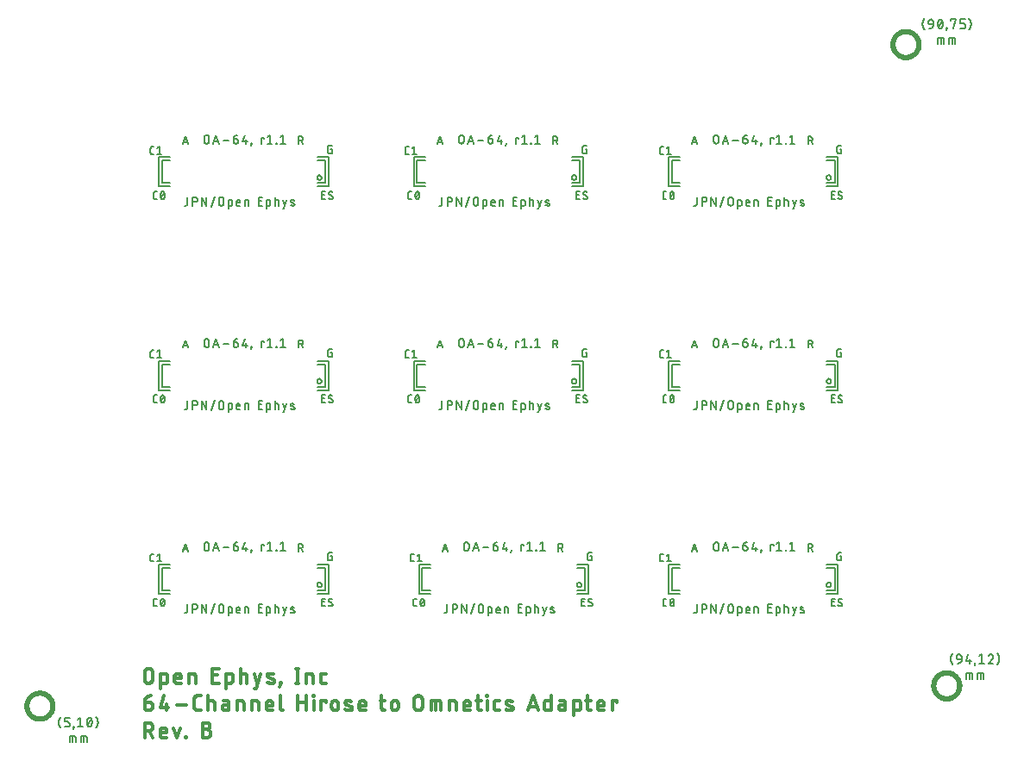
<source format=gto>
G75*
%MOIN*%
%OFA0B0*%
%FSLAX25Y25*%
%IPPOS*%
%LPD*%
%AMOC8*
5,1,8,0,0,1.08239X$1,22.5*
%
%ADD10C,0.01300*%
%ADD11C,0.00500*%
%ADD12C,0.00600*%
%ADD13C,0.00700*%
%ADD14C,0.01969*%
D10*
X0111020Y0028398D02*
X0111020Y0034098D01*
X0112603Y0034098D01*
X0112681Y0034096D01*
X0112758Y0034090D01*
X0112835Y0034081D01*
X0112912Y0034068D01*
X0112988Y0034051D01*
X0113063Y0034030D01*
X0113136Y0034005D01*
X0113209Y0033978D01*
X0113280Y0033946D01*
X0113349Y0033911D01*
X0113417Y0033873D01*
X0113482Y0033831D01*
X0113546Y0033786D01*
X0113607Y0033739D01*
X0113666Y0033688D01*
X0113722Y0033634D01*
X0113776Y0033578D01*
X0113827Y0033519D01*
X0113874Y0033458D01*
X0113919Y0033394D01*
X0113961Y0033329D01*
X0113999Y0033261D01*
X0114034Y0033192D01*
X0114066Y0033121D01*
X0114093Y0033048D01*
X0114118Y0032975D01*
X0114139Y0032900D01*
X0114156Y0032824D01*
X0114169Y0032747D01*
X0114178Y0032670D01*
X0114184Y0032593D01*
X0114186Y0032515D01*
X0114184Y0032437D01*
X0114178Y0032360D01*
X0114169Y0032283D01*
X0114156Y0032206D01*
X0114139Y0032130D01*
X0114118Y0032055D01*
X0114093Y0031982D01*
X0114066Y0031909D01*
X0114034Y0031838D01*
X0113999Y0031769D01*
X0113961Y0031701D01*
X0113919Y0031636D01*
X0113874Y0031572D01*
X0113827Y0031511D01*
X0113776Y0031452D01*
X0113722Y0031396D01*
X0113666Y0031342D01*
X0113607Y0031291D01*
X0113546Y0031244D01*
X0113482Y0031199D01*
X0113417Y0031157D01*
X0113349Y0031119D01*
X0113280Y0031084D01*
X0113209Y0031052D01*
X0113136Y0031025D01*
X0113063Y0031000D01*
X0112988Y0030979D01*
X0112912Y0030962D01*
X0112835Y0030949D01*
X0112758Y0030940D01*
X0112681Y0030934D01*
X0112603Y0030932D01*
X0112603Y0030931D02*
X0111020Y0030931D01*
X0112920Y0030931D02*
X0114187Y0028398D01*
X0117019Y0029348D02*
X0117019Y0030931D01*
X0117019Y0030298D02*
X0119552Y0030298D01*
X0119552Y0030931D01*
X0119550Y0031001D01*
X0119544Y0031070D01*
X0119535Y0031140D01*
X0119521Y0031208D01*
X0119504Y0031276D01*
X0119483Y0031342D01*
X0119459Y0031408D01*
X0119431Y0031472D01*
X0119399Y0031534D01*
X0119364Y0031594D01*
X0119326Y0031653D01*
X0119285Y0031709D01*
X0119240Y0031763D01*
X0119193Y0031814D01*
X0119143Y0031863D01*
X0119090Y0031909D01*
X0119035Y0031952D01*
X0118978Y0031992D01*
X0118919Y0032028D01*
X0118857Y0032061D01*
X0118794Y0032091D01*
X0118729Y0032118D01*
X0118663Y0032140D01*
X0118596Y0032159D01*
X0118528Y0032174D01*
X0118459Y0032186D01*
X0118390Y0032194D01*
X0118320Y0032198D01*
X0118250Y0032198D01*
X0118180Y0032194D01*
X0118111Y0032186D01*
X0118042Y0032174D01*
X0117974Y0032159D01*
X0117907Y0032140D01*
X0117841Y0032118D01*
X0117776Y0032091D01*
X0117713Y0032061D01*
X0117652Y0032028D01*
X0117592Y0031992D01*
X0117535Y0031952D01*
X0117480Y0031909D01*
X0117427Y0031863D01*
X0117377Y0031814D01*
X0117330Y0031763D01*
X0117285Y0031709D01*
X0117244Y0031653D01*
X0117206Y0031594D01*
X0117171Y0031534D01*
X0117139Y0031472D01*
X0117111Y0031408D01*
X0117087Y0031342D01*
X0117066Y0031276D01*
X0117049Y0031208D01*
X0117035Y0031140D01*
X0117026Y0031070D01*
X0117020Y0031001D01*
X0117018Y0030931D01*
X0117019Y0029348D02*
X0117021Y0029288D01*
X0117026Y0029229D01*
X0117036Y0029170D01*
X0117049Y0029112D01*
X0117065Y0029054D01*
X0117086Y0028998D01*
X0117109Y0028944D01*
X0117137Y0028890D01*
X0117167Y0028839D01*
X0117200Y0028790D01*
X0117237Y0028742D01*
X0117276Y0028698D01*
X0117319Y0028655D01*
X0117363Y0028616D01*
X0117411Y0028579D01*
X0117460Y0028546D01*
X0117511Y0028516D01*
X0117565Y0028488D01*
X0117619Y0028465D01*
X0117675Y0028444D01*
X0117733Y0028428D01*
X0117791Y0028415D01*
X0117850Y0028405D01*
X0117909Y0028400D01*
X0117969Y0028398D01*
X0119552Y0028398D01*
X0123414Y0028398D02*
X0124680Y0032198D01*
X0122147Y0032198D02*
X0123414Y0028398D01*
X0126948Y0028398D02*
X0127265Y0028398D01*
X0127265Y0028715D01*
X0126948Y0028715D01*
X0126948Y0028398D01*
X0133460Y0028398D02*
X0133460Y0034098D01*
X0135043Y0034098D01*
X0135113Y0034096D01*
X0135182Y0034090D01*
X0135252Y0034081D01*
X0135320Y0034067D01*
X0135388Y0034050D01*
X0135454Y0034029D01*
X0135520Y0034005D01*
X0135584Y0033977D01*
X0135646Y0033945D01*
X0135706Y0033910D01*
X0135765Y0033872D01*
X0135821Y0033831D01*
X0135875Y0033786D01*
X0135926Y0033739D01*
X0135975Y0033689D01*
X0136021Y0033636D01*
X0136064Y0033581D01*
X0136104Y0033524D01*
X0136140Y0033464D01*
X0136173Y0033403D01*
X0136203Y0033340D01*
X0136230Y0033275D01*
X0136252Y0033209D01*
X0136271Y0033142D01*
X0136286Y0033074D01*
X0136298Y0033005D01*
X0136306Y0032936D01*
X0136310Y0032866D01*
X0136310Y0032796D01*
X0136306Y0032726D01*
X0136298Y0032657D01*
X0136286Y0032588D01*
X0136271Y0032520D01*
X0136252Y0032453D01*
X0136230Y0032387D01*
X0136203Y0032322D01*
X0136173Y0032259D01*
X0136140Y0032197D01*
X0136104Y0032138D01*
X0136064Y0032081D01*
X0136021Y0032026D01*
X0135975Y0031973D01*
X0135926Y0031923D01*
X0135875Y0031876D01*
X0135821Y0031831D01*
X0135765Y0031790D01*
X0135706Y0031752D01*
X0135646Y0031717D01*
X0135584Y0031685D01*
X0135520Y0031657D01*
X0135454Y0031633D01*
X0135388Y0031612D01*
X0135320Y0031595D01*
X0135252Y0031581D01*
X0135182Y0031572D01*
X0135113Y0031566D01*
X0135043Y0031564D01*
X0135043Y0031565D02*
X0133460Y0031565D01*
X0135043Y0031564D02*
X0135121Y0031562D01*
X0135198Y0031556D01*
X0135275Y0031547D01*
X0135352Y0031534D01*
X0135428Y0031517D01*
X0135503Y0031496D01*
X0135576Y0031471D01*
X0135649Y0031444D01*
X0135720Y0031412D01*
X0135789Y0031377D01*
X0135857Y0031339D01*
X0135922Y0031297D01*
X0135986Y0031252D01*
X0136047Y0031205D01*
X0136106Y0031154D01*
X0136162Y0031100D01*
X0136216Y0031044D01*
X0136267Y0030985D01*
X0136314Y0030924D01*
X0136359Y0030860D01*
X0136401Y0030795D01*
X0136439Y0030727D01*
X0136474Y0030658D01*
X0136506Y0030587D01*
X0136533Y0030514D01*
X0136558Y0030441D01*
X0136579Y0030366D01*
X0136596Y0030290D01*
X0136609Y0030213D01*
X0136618Y0030136D01*
X0136624Y0030059D01*
X0136626Y0029981D01*
X0136624Y0029903D01*
X0136618Y0029826D01*
X0136609Y0029749D01*
X0136596Y0029672D01*
X0136579Y0029596D01*
X0136558Y0029521D01*
X0136533Y0029448D01*
X0136506Y0029375D01*
X0136474Y0029304D01*
X0136439Y0029235D01*
X0136401Y0029167D01*
X0136359Y0029102D01*
X0136314Y0029038D01*
X0136267Y0028977D01*
X0136216Y0028918D01*
X0136162Y0028862D01*
X0136106Y0028808D01*
X0136047Y0028757D01*
X0135986Y0028710D01*
X0135922Y0028665D01*
X0135857Y0028623D01*
X0135789Y0028585D01*
X0135720Y0028550D01*
X0135649Y0028518D01*
X0135576Y0028491D01*
X0135503Y0028466D01*
X0135428Y0028445D01*
X0135352Y0028428D01*
X0135275Y0028415D01*
X0135198Y0028406D01*
X0135121Y0028400D01*
X0135043Y0028398D01*
X0133460Y0028398D01*
X0132809Y0038898D02*
X0131543Y0038898D01*
X0131474Y0038900D01*
X0131406Y0038905D01*
X0131338Y0038915D01*
X0131271Y0038928D01*
X0131204Y0038944D01*
X0131138Y0038964D01*
X0131074Y0038988D01*
X0131011Y0039015D01*
X0130950Y0039046D01*
X0130890Y0039079D01*
X0130832Y0039116D01*
X0130776Y0039156D01*
X0130723Y0039199D01*
X0130672Y0039245D01*
X0130623Y0039294D01*
X0130577Y0039345D01*
X0130534Y0039398D01*
X0130494Y0039454D01*
X0130457Y0039512D01*
X0130424Y0039572D01*
X0130393Y0039633D01*
X0130366Y0039696D01*
X0130342Y0039760D01*
X0130322Y0039826D01*
X0130306Y0039893D01*
X0130293Y0039960D01*
X0130283Y0040028D01*
X0130278Y0040096D01*
X0130276Y0040165D01*
X0130276Y0043331D01*
X0130278Y0043402D01*
X0130284Y0043473D01*
X0130294Y0043543D01*
X0130308Y0043613D01*
X0130326Y0043682D01*
X0130347Y0043749D01*
X0130372Y0043816D01*
X0130401Y0043881D01*
X0130434Y0043944D01*
X0130470Y0044005D01*
X0130510Y0044064D01*
X0130552Y0044121D01*
X0130598Y0044175D01*
X0130647Y0044227D01*
X0130699Y0044276D01*
X0130753Y0044322D01*
X0130810Y0044364D01*
X0130869Y0044404D01*
X0130930Y0044440D01*
X0130993Y0044473D01*
X0131058Y0044502D01*
X0131125Y0044527D01*
X0131192Y0044548D01*
X0131261Y0044566D01*
X0131331Y0044580D01*
X0131401Y0044590D01*
X0131472Y0044596D01*
X0131543Y0044598D01*
X0132809Y0044598D01*
X0135543Y0044598D02*
X0135543Y0038898D01*
X0138076Y0038898D02*
X0138076Y0041748D01*
X0138074Y0041808D01*
X0138069Y0041867D01*
X0138059Y0041926D01*
X0138046Y0041984D01*
X0138030Y0042042D01*
X0138009Y0042098D01*
X0137986Y0042152D01*
X0137958Y0042206D01*
X0137928Y0042257D01*
X0137895Y0042306D01*
X0137858Y0042354D01*
X0137819Y0042398D01*
X0137776Y0042441D01*
X0137732Y0042480D01*
X0137684Y0042517D01*
X0137635Y0042550D01*
X0137584Y0042580D01*
X0137530Y0042608D01*
X0137476Y0042631D01*
X0137420Y0042652D01*
X0137362Y0042668D01*
X0137304Y0042681D01*
X0137245Y0042691D01*
X0137186Y0042696D01*
X0137126Y0042698D01*
X0135543Y0042698D01*
X0141349Y0042698D02*
X0142615Y0042698D01*
X0142675Y0042696D01*
X0142734Y0042691D01*
X0142793Y0042681D01*
X0142851Y0042668D01*
X0142909Y0042652D01*
X0142965Y0042631D01*
X0143019Y0042608D01*
X0143073Y0042580D01*
X0143124Y0042550D01*
X0143173Y0042517D01*
X0143221Y0042480D01*
X0143265Y0042441D01*
X0143308Y0042398D01*
X0143347Y0042354D01*
X0143384Y0042306D01*
X0143417Y0042257D01*
X0143447Y0042206D01*
X0143475Y0042152D01*
X0143498Y0042098D01*
X0143519Y0042042D01*
X0143535Y0041984D01*
X0143548Y0041926D01*
X0143558Y0041867D01*
X0143563Y0041808D01*
X0143565Y0041748D01*
X0143565Y0038898D01*
X0142140Y0038898D01*
X0142074Y0038900D01*
X0142009Y0038906D01*
X0141944Y0038915D01*
X0141880Y0038929D01*
X0141816Y0038946D01*
X0141754Y0038967D01*
X0141693Y0038992D01*
X0141634Y0039020D01*
X0141577Y0039052D01*
X0141521Y0039087D01*
X0141468Y0039125D01*
X0141417Y0039167D01*
X0141368Y0039211D01*
X0141322Y0039258D01*
X0141280Y0039308D01*
X0141240Y0039360D01*
X0141203Y0039415D01*
X0141170Y0039471D01*
X0141140Y0039529D01*
X0141113Y0039590D01*
X0141090Y0039651D01*
X0141071Y0039714D01*
X0141056Y0039778D01*
X0141044Y0039842D01*
X0141036Y0039908D01*
X0141032Y0039973D01*
X0141032Y0040039D01*
X0141036Y0040104D01*
X0141044Y0040170D01*
X0141056Y0040234D01*
X0141071Y0040298D01*
X0141090Y0040361D01*
X0141113Y0040422D01*
X0141140Y0040483D01*
X0141170Y0040541D01*
X0141203Y0040597D01*
X0141240Y0040652D01*
X0141280Y0040704D01*
X0141322Y0040754D01*
X0141368Y0040801D01*
X0141417Y0040845D01*
X0141468Y0040887D01*
X0141521Y0040925D01*
X0141577Y0040960D01*
X0141634Y0040992D01*
X0141693Y0041020D01*
X0141754Y0041045D01*
X0141816Y0041066D01*
X0141880Y0041083D01*
X0141944Y0041097D01*
X0142009Y0041106D01*
X0142074Y0041112D01*
X0142140Y0041114D01*
X0142140Y0041115D02*
X0143565Y0041115D01*
X0146825Y0042698D02*
X0148408Y0042698D01*
X0148468Y0042696D01*
X0148527Y0042691D01*
X0148586Y0042681D01*
X0148644Y0042668D01*
X0148702Y0042652D01*
X0148758Y0042631D01*
X0148812Y0042608D01*
X0148866Y0042580D01*
X0148917Y0042550D01*
X0148966Y0042517D01*
X0149014Y0042480D01*
X0149058Y0042441D01*
X0149101Y0042398D01*
X0149140Y0042354D01*
X0149177Y0042306D01*
X0149210Y0042257D01*
X0149240Y0042206D01*
X0149268Y0042152D01*
X0149291Y0042098D01*
X0149312Y0042042D01*
X0149328Y0041984D01*
X0149341Y0041926D01*
X0149351Y0041867D01*
X0149356Y0041808D01*
X0149358Y0041748D01*
X0149358Y0038898D01*
X0146825Y0038898D02*
X0146825Y0042698D01*
X0152569Y0042698D02*
X0152569Y0038898D01*
X0155102Y0038898D02*
X0155102Y0041748D01*
X0155100Y0041808D01*
X0155095Y0041867D01*
X0155085Y0041926D01*
X0155072Y0041984D01*
X0155056Y0042042D01*
X0155035Y0042098D01*
X0155012Y0042152D01*
X0154984Y0042206D01*
X0154954Y0042257D01*
X0154921Y0042306D01*
X0154884Y0042354D01*
X0154845Y0042398D01*
X0154802Y0042441D01*
X0154758Y0042480D01*
X0154710Y0042517D01*
X0154661Y0042550D01*
X0154610Y0042580D01*
X0154556Y0042608D01*
X0154502Y0042631D01*
X0154446Y0042652D01*
X0154388Y0042668D01*
X0154330Y0042681D01*
X0154271Y0042691D01*
X0154212Y0042696D01*
X0154152Y0042698D01*
X0152569Y0042698D01*
X0158107Y0041431D02*
X0158107Y0039848D01*
X0158107Y0040798D02*
X0160641Y0040798D01*
X0160641Y0041431D01*
X0160639Y0041501D01*
X0160633Y0041570D01*
X0160624Y0041640D01*
X0160610Y0041708D01*
X0160593Y0041776D01*
X0160572Y0041842D01*
X0160548Y0041908D01*
X0160520Y0041972D01*
X0160488Y0042034D01*
X0160453Y0042094D01*
X0160415Y0042153D01*
X0160374Y0042209D01*
X0160329Y0042263D01*
X0160282Y0042314D01*
X0160232Y0042363D01*
X0160179Y0042409D01*
X0160124Y0042452D01*
X0160067Y0042492D01*
X0160008Y0042528D01*
X0159946Y0042561D01*
X0159883Y0042591D01*
X0159818Y0042618D01*
X0159752Y0042640D01*
X0159685Y0042659D01*
X0159617Y0042674D01*
X0159548Y0042686D01*
X0159479Y0042694D01*
X0159409Y0042698D01*
X0159339Y0042698D01*
X0159269Y0042694D01*
X0159200Y0042686D01*
X0159131Y0042674D01*
X0159063Y0042659D01*
X0158996Y0042640D01*
X0158930Y0042618D01*
X0158865Y0042591D01*
X0158802Y0042561D01*
X0158741Y0042528D01*
X0158681Y0042492D01*
X0158624Y0042452D01*
X0158569Y0042409D01*
X0158516Y0042363D01*
X0158466Y0042314D01*
X0158419Y0042263D01*
X0158374Y0042209D01*
X0158333Y0042153D01*
X0158295Y0042094D01*
X0158260Y0042034D01*
X0158228Y0041972D01*
X0158200Y0041908D01*
X0158176Y0041842D01*
X0158155Y0041776D01*
X0158138Y0041708D01*
X0158124Y0041640D01*
X0158115Y0041570D01*
X0158109Y0041501D01*
X0158107Y0041431D01*
X0158107Y0039848D02*
X0158109Y0039788D01*
X0158114Y0039729D01*
X0158124Y0039670D01*
X0158137Y0039612D01*
X0158153Y0039554D01*
X0158174Y0039498D01*
X0158197Y0039444D01*
X0158225Y0039390D01*
X0158255Y0039339D01*
X0158288Y0039290D01*
X0158325Y0039242D01*
X0158364Y0039198D01*
X0158407Y0039155D01*
X0158451Y0039116D01*
X0158499Y0039079D01*
X0158548Y0039046D01*
X0158599Y0039016D01*
X0158653Y0038988D01*
X0158707Y0038965D01*
X0158763Y0038944D01*
X0158821Y0038928D01*
X0158879Y0038915D01*
X0158938Y0038905D01*
X0158997Y0038900D01*
X0159057Y0038898D01*
X0160641Y0038898D01*
X0163455Y0039848D02*
X0163455Y0044598D01*
X0163329Y0048131D02*
X0163804Y0049398D01*
X0163804Y0049715D01*
X0163488Y0049715D01*
X0163488Y0049398D01*
X0163804Y0049398D01*
X0160576Y0050981D02*
X0158993Y0051615D01*
X0158942Y0051637D01*
X0158893Y0051663D01*
X0158846Y0051692D01*
X0158800Y0051724D01*
X0158757Y0051759D01*
X0158717Y0051797D01*
X0158679Y0051838D01*
X0158644Y0051881D01*
X0158612Y0051926D01*
X0158583Y0051974D01*
X0158557Y0052023D01*
X0158535Y0052074D01*
X0158516Y0052126D01*
X0158501Y0052180D01*
X0158490Y0052234D01*
X0158482Y0052289D01*
X0158478Y0052345D01*
X0158477Y0052400D01*
X0158481Y0052456D01*
X0158488Y0052511D01*
X0158499Y0052565D01*
X0158513Y0052619D01*
X0158532Y0052671D01*
X0158553Y0052722D01*
X0158578Y0052772D01*
X0158607Y0052820D01*
X0158638Y0052866D01*
X0158673Y0052909D01*
X0158710Y0052950D01*
X0158750Y0052989D01*
X0158793Y0053024D01*
X0158838Y0053057D01*
X0158885Y0053087D01*
X0158934Y0053113D01*
X0158984Y0053136D01*
X0159036Y0053155D01*
X0159090Y0053171D01*
X0159144Y0053183D01*
X0159199Y0053192D01*
X0159254Y0053197D01*
X0159310Y0053198D01*
X0158518Y0049715D02*
X0158647Y0049671D01*
X0158777Y0049629D01*
X0158909Y0049591D01*
X0159041Y0049556D01*
X0159174Y0049525D01*
X0159308Y0049497D01*
X0159443Y0049473D01*
X0159578Y0049452D01*
X0159714Y0049434D01*
X0159850Y0049420D01*
X0159986Y0049409D01*
X0160123Y0049402D01*
X0160259Y0049399D01*
X0160259Y0049398D02*
X0160315Y0049399D01*
X0160370Y0049404D01*
X0160425Y0049413D01*
X0160479Y0049425D01*
X0160533Y0049441D01*
X0160585Y0049460D01*
X0160635Y0049483D01*
X0160684Y0049509D01*
X0160731Y0049539D01*
X0160776Y0049572D01*
X0160819Y0049607D01*
X0160859Y0049646D01*
X0160896Y0049687D01*
X0160931Y0049730D01*
X0160962Y0049776D01*
X0160991Y0049824D01*
X0161016Y0049874D01*
X0161037Y0049925D01*
X0161056Y0049977D01*
X0161070Y0050031D01*
X0161081Y0050085D01*
X0161088Y0050140D01*
X0161092Y0050196D01*
X0161091Y0050251D01*
X0161087Y0050307D01*
X0161079Y0050362D01*
X0161068Y0050416D01*
X0161053Y0050470D01*
X0161034Y0050522D01*
X0161012Y0050573D01*
X0160986Y0050622D01*
X0160957Y0050670D01*
X0160925Y0050715D01*
X0160890Y0050758D01*
X0160852Y0050799D01*
X0160812Y0050837D01*
X0160769Y0050872D01*
X0160723Y0050904D01*
X0160676Y0050933D01*
X0160627Y0050959D01*
X0160576Y0050981D01*
X0160734Y0052881D02*
X0160630Y0052926D01*
X0160525Y0052967D01*
X0160419Y0053005D01*
X0160311Y0053040D01*
X0160203Y0053072D01*
X0160093Y0053100D01*
X0159983Y0053124D01*
X0159872Y0053145D01*
X0159760Y0053163D01*
X0159648Y0053177D01*
X0159535Y0053187D01*
X0159422Y0053194D01*
X0159309Y0053198D01*
X0155923Y0053198D02*
X0154023Y0047498D01*
X0153389Y0047498D01*
X0154656Y0049398D02*
X0153389Y0053198D01*
X0150589Y0052248D02*
X0150589Y0049398D01*
X0148056Y0049398D02*
X0148056Y0055098D01*
X0148056Y0053198D02*
X0149639Y0053198D01*
X0149699Y0053196D01*
X0149758Y0053191D01*
X0149817Y0053181D01*
X0149875Y0053168D01*
X0149933Y0053152D01*
X0149989Y0053131D01*
X0150043Y0053108D01*
X0150097Y0053080D01*
X0150148Y0053050D01*
X0150197Y0053017D01*
X0150245Y0052980D01*
X0150289Y0052941D01*
X0150332Y0052898D01*
X0150371Y0052854D01*
X0150408Y0052806D01*
X0150441Y0052757D01*
X0150471Y0052706D01*
X0150499Y0052652D01*
X0150522Y0052598D01*
X0150543Y0052542D01*
X0150559Y0052484D01*
X0150572Y0052426D01*
X0150582Y0052367D01*
X0150587Y0052308D01*
X0150589Y0052248D01*
X0145100Y0052248D02*
X0145100Y0050348D01*
X0145098Y0050288D01*
X0145093Y0050229D01*
X0145083Y0050170D01*
X0145070Y0050112D01*
X0145054Y0050054D01*
X0145033Y0049998D01*
X0145010Y0049944D01*
X0144982Y0049890D01*
X0144952Y0049839D01*
X0144919Y0049790D01*
X0144882Y0049742D01*
X0144843Y0049698D01*
X0144800Y0049655D01*
X0144756Y0049616D01*
X0144708Y0049579D01*
X0144659Y0049546D01*
X0144608Y0049516D01*
X0144554Y0049488D01*
X0144500Y0049465D01*
X0144444Y0049444D01*
X0144386Y0049428D01*
X0144328Y0049415D01*
X0144269Y0049405D01*
X0144210Y0049400D01*
X0144150Y0049398D01*
X0142566Y0049398D01*
X0142566Y0047498D02*
X0142566Y0053198D01*
X0144150Y0053198D01*
X0144210Y0053196D01*
X0144269Y0053191D01*
X0144328Y0053181D01*
X0144386Y0053168D01*
X0144444Y0053152D01*
X0144500Y0053131D01*
X0144554Y0053108D01*
X0144608Y0053080D01*
X0144659Y0053050D01*
X0144708Y0053017D01*
X0144756Y0052980D01*
X0144800Y0052941D01*
X0144843Y0052898D01*
X0144882Y0052854D01*
X0144919Y0052806D01*
X0144952Y0052757D01*
X0144982Y0052706D01*
X0145010Y0052652D01*
X0145033Y0052598D01*
X0145054Y0052542D01*
X0145070Y0052484D01*
X0145083Y0052426D01*
X0145093Y0052367D01*
X0145098Y0052308D01*
X0145100Y0052248D01*
X0139197Y0052565D02*
X0137297Y0052565D01*
X0137297Y0055098D02*
X0137297Y0049398D01*
X0139831Y0049398D01*
X0139831Y0055098D02*
X0137297Y0055098D01*
X0130691Y0052248D02*
X0130691Y0049398D01*
X0128158Y0049398D02*
X0128158Y0053198D01*
X0129741Y0053198D01*
X0129801Y0053196D01*
X0129860Y0053191D01*
X0129919Y0053181D01*
X0129977Y0053168D01*
X0130035Y0053152D01*
X0130091Y0053131D01*
X0130145Y0053108D01*
X0130199Y0053080D01*
X0130250Y0053050D01*
X0130299Y0053017D01*
X0130347Y0052980D01*
X0130391Y0052941D01*
X0130434Y0052898D01*
X0130473Y0052854D01*
X0130510Y0052806D01*
X0130543Y0052757D01*
X0130573Y0052706D01*
X0130601Y0052652D01*
X0130624Y0052598D01*
X0130645Y0052542D01*
X0130661Y0052484D01*
X0130674Y0052426D01*
X0130684Y0052367D01*
X0130689Y0052308D01*
X0130691Y0052248D01*
X0125152Y0051931D02*
X0125152Y0051298D01*
X0122619Y0051298D01*
X0122619Y0051931D02*
X0122619Y0050348D01*
X0122621Y0050288D01*
X0122626Y0050229D01*
X0122636Y0050170D01*
X0122649Y0050112D01*
X0122665Y0050054D01*
X0122686Y0049998D01*
X0122709Y0049944D01*
X0122737Y0049890D01*
X0122767Y0049839D01*
X0122800Y0049790D01*
X0122837Y0049742D01*
X0122876Y0049698D01*
X0122919Y0049655D01*
X0122963Y0049616D01*
X0123011Y0049579D01*
X0123060Y0049546D01*
X0123111Y0049516D01*
X0123165Y0049488D01*
X0123219Y0049465D01*
X0123275Y0049444D01*
X0123333Y0049428D01*
X0123391Y0049415D01*
X0123450Y0049405D01*
X0123509Y0049400D01*
X0123569Y0049398D01*
X0125152Y0049398D01*
X0125153Y0051931D02*
X0125151Y0052001D01*
X0125145Y0052070D01*
X0125136Y0052140D01*
X0125122Y0052208D01*
X0125105Y0052276D01*
X0125084Y0052342D01*
X0125060Y0052408D01*
X0125032Y0052472D01*
X0125000Y0052534D01*
X0124965Y0052594D01*
X0124927Y0052653D01*
X0124886Y0052709D01*
X0124841Y0052763D01*
X0124794Y0052814D01*
X0124744Y0052863D01*
X0124691Y0052909D01*
X0124636Y0052952D01*
X0124579Y0052992D01*
X0124520Y0053028D01*
X0124458Y0053061D01*
X0124395Y0053091D01*
X0124330Y0053118D01*
X0124264Y0053140D01*
X0124197Y0053159D01*
X0124129Y0053174D01*
X0124060Y0053186D01*
X0123991Y0053194D01*
X0123921Y0053198D01*
X0123851Y0053198D01*
X0123781Y0053194D01*
X0123712Y0053186D01*
X0123643Y0053174D01*
X0123575Y0053159D01*
X0123508Y0053140D01*
X0123442Y0053118D01*
X0123377Y0053091D01*
X0123314Y0053061D01*
X0123253Y0053028D01*
X0123193Y0052992D01*
X0123136Y0052952D01*
X0123081Y0052909D01*
X0123028Y0052863D01*
X0122978Y0052814D01*
X0122931Y0052763D01*
X0122886Y0052709D01*
X0122845Y0052653D01*
X0122807Y0052594D01*
X0122772Y0052534D01*
X0122740Y0052472D01*
X0122712Y0052408D01*
X0122688Y0052342D01*
X0122667Y0052276D01*
X0122650Y0052208D01*
X0122636Y0052140D01*
X0122627Y0052070D01*
X0122621Y0052001D01*
X0122619Y0051931D01*
X0119868Y0052248D02*
X0119868Y0050348D01*
X0119866Y0050288D01*
X0119861Y0050229D01*
X0119851Y0050170D01*
X0119838Y0050112D01*
X0119822Y0050054D01*
X0119801Y0049998D01*
X0119778Y0049944D01*
X0119750Y0049890D01*
X0119720Y0049839D01*
X0119687Y0049790D01*
X0119650Y0049742D01*
X0119611Y0049698D01*
X0119568Y0049655D01*
X0119524Y0049616D01*
X0119476Y0049579D01*
X0119427Y0049546D01*
X0119376Y0049516D01*
X0119322Y0049488D01*
X0119268Y0049465D01*
X0119212Y0049444D01*
X0119154Y0049428D01*
X0119096Y0049415D01*
X0119037Y0049405D01*
X0118978Y0049400D01*
X0118918Y0049398D01*
X0117335Y0049398D01*
X0117335Y0047498D02*
X0117335Y0053198D01*
X0118918Y0053198D01*
X0118978Y0053196D01*
X0119037Y0053191D01*
X0119096Y0053181D01*
X0119154Y0053168D01*
X0119212Y0053152D01*
X0119268Y0053131D01*
X0119322Y0053108D01*
X0119376Y0053080D01*
X0119427Y0053050D01*
X0119476Y0053017D01*
X0119524Y0052980D01*
X0119568Y0052941D01*
X0119611Y0052898D01*
X0119650Y0052854D01*
X0119687Y0052806D01*
X0119720Y0052757D01*
X0119750Y0052706D01*
X0119778Y0052652D01*
X0119801Y0052598D01*
X0119822Y0052542D01*
X0119838Y0052484D01*
X0119851Y0052426D01*
X0119861Y0052367D01*
X0119866Y0052308D01*
X0119868Y0052248D01*
X0114187Y0053515D02*
X0114187Y0050981D01*
X0114186Y0050981D02*
X0114184Y0050903D01*
X0114178Y0050826D01*
X0114169Y0050749D01*
X0114156Y0050672D01*
X0114139Y0050596D01*
X0114118Y0050521D01*
X0114093Y0050448D01*
X0114066Y0050375D01*
X0114034Y0050304D01*
X0113999Y0050235D01*
X0113961Y0050167D01*
X0113919Y0050102D01*
X0113874Y0050038D01*
X0113827Y0049977D01*
X0113776Y0049918D01*
X0113722Y0049862D01*
X0113666Y0049808D01*
X0113607Y0049757D01*
X0113546Y0049710D01*
X0113482Y0049665D01*
X0113417Y0049623D01*
X0113349Y0049585D01*
X0113280Y0049550D01*
X0113209Y0049518D01*
X0113136Y0049491D01*
X0113063Y0049466D01*
X0112988Y0049445D01*
X0112912Y0049428D01*
X0112835Y0049415D01*
X0112758Y0049406D01*
X0112681Y0049400D01*
X0112603Y0049398D01*
X0112525Y0049400D01*
X0112448Y0049406D01*
X0112371Y0049415D01*
X0112294Y0049428D01*
X0112218Y0049445D01*
X0112143Y0049466D01*
X0112070Y0049491D01*
X0111997Y0049518D01*
X0111926Y0049550D01*
X0111857Y0049585D01*
X0111789Y0049623D01*
X0111724Y0049665D01*
X0111660Y0049710D01*
X0111599Y0049757D01*
X0111540Y0049808D01*
X0111484Y0049862D01*
X0111430Y0049918D01*
X0111379Y0049977D01*
X0111332Y0050038D01*
X0111287Y0050102D01*
X0111245Y0050167D01*
X0111207Y0050235D01*
X0111172Y0050304D01*
X0111140Y0050375D01*
X0111113Y0050448D01*
X0111088Y0050521D01*
X0111067Y0050596D01*
X0111050Y0050672D01*
X0111037Y0050749D01*
X0111028Y0050826D01*
X0111022Y0050903D01*
X0111020Y0050981D01*
X0111020Y0053515D01*
X0111022Y0053593D01*
X0111028Y0053670D01*
X0111037Y0053747D01*
X0111050Y0053824D01*
X0111067Y0053900D01*
X0111088Y0053975D01*
X0111113Y0054048D01*
X0111140Y0054121D01*
X0111172Y0054192D01*
X0111207Y0054261D01*
X0111245Y0054329D01*
X0111287Y0054394D01*
X0111332Y0054458D01*
X0111379Y0054519D01*
X0111430Y0054578D01*
X0111484Y0054634D01*
X0111540Y0054688D01*
X0111599Y0054739D01*
X0111660Y0054786D01*
X0111724Y0054831D01*
X0111789Y0054873D01*
X0111857Y0054911D01*
X0111926Y0054946D01*
X0111997Y0054978D01*
X0112070Y0055005D01*
X0112143Y0055030D01*
X0112218Y0055051D01*
X0112294Y0055068D01*
X0112371Y0055081D01*
X0112448Y0055090D01*
X0112525Y0055096D01*
X0112603Y0055098D01*
X0112681Y0055096D01*
X0112758Y0055090D01*
X0112835Y0055081D01*
X0112912Y0055068D01*
X0112988Y0055051D01*
X0113063Y0055030D01*
X0113136Y0055005D01*
X0113209Y0054978D01*
X0113280Y0054946D01*
X0113349Y0054911D01*
X0113417Y0054873D01*
X0113482Y0054831D01*
X0113546Y0054786D01*
X0113607Y0054739D01*
X0113666Y0054688D01*
X0113722Y0054634D01*
X0113776Y0054578D01*
X0113827Y0054519D01*
X0113874Y0054458D01*
X0113919Y0054394D01*
X0113961Y0054329D01*
X0113999Y0054261D01*
X0114034Y0054192D01*
X0114066Y0054121D01*
X0114093Y0054048D01*
X0114118Y0053975D01*
X0114139Y0053900D01*
X0114156Y0053824D01*
X0114169Y0053747D01*
X0114178Y0053670D01*
X0114184Y0053593D01*
X0114186Y0053515D01*
X0118441Y0044598D02*
X0117174Y0040165D01*
X0120341Y0040165D01*
X0119391Y0041431D02*
X0119391Y0038898D01*
X0123422Y0041115D02*
X0127222Y0041115D01*
X0114187Y0040798D02*
X0114187Y0040481D01*
X0114187Y0040798D02*
X0114185Y0040867D01*
X0114180Y0040935D01*
X0114170Y0041003D01*
X0114157Y0041070D01*
X0114141Y0041137D01*
X0114121Y0041203D01*
X0114097Y0041267D01*
X0114070Y0041330D01*
X0114039Y0041391D01*
X0114006Y0041451D01*
X0113969Y0041509D01*
X0113929Y0041565D01*
X0113886Y0041618D01*
X0113840Y0041669D01*
X0113791Y0041718D01*
X0113740Y0041764D01*
X0113687Y0041807D01*
X0113631Y0041847D01*
X0113573Y0041884D01*
X0113513Y0041917D01*
X0113452Y0041948D01*
X0113389Y0041975D01*
X0113325Y0041999D01*
X0113259Y0042019D01*
X0113192Y0042035D01*
X0113125Y0042048D01*
X0113057Y0042058D01*
X0112989Y0042063D01*
X0112920Y0042065D01*
X0111020Y0042065D01*
X0111020Y0040481D01*
X0111022Y0040403D01*
X0111028Y0040326D01*
X0111037Y0040249D01*
X0111050Y0040172D01*
X0111067Y0040096D01*
X0111088Y0040021D01*
X0111113Y0039948D01*
X0111140Y0039875D01*
X0111172Y0039804D01*
X0111207Y0039735D01*
X0111245Y0039667D01*
X0111287Y0039602D01*
X0111332Y0039538D01*
X0111379Y0039477D01*
X0111430Y0039418D01*
X0111484Y0039362D01*
X0111540Y0039308D01*
X0111599Y0039257D01*
X0111660Y0039210D01*
X0111724Y0039165D01*
X0111789Y0039123D01*
X0111857Y0039085D01*
X0111926Y0039050D01*
X0111997Y0039018D01*
X0112070Y0038991D01*
X0112143Y0038966D01*
X0112218Y0038945D01*
X0112294Y0038928D01*
X0112371Y0038915D01*
X0112448Y0038906D01*
X0112525Y0038900D01*
X0112603Y0038898D01*
X0112681Y0038900D01*
X0112758Y0038906D01*
X0112835Y0038915D01*
X0112912Y0038928D01*
X0112988Y0038945D01*
X0113063Y0038966D01*
X0113136Y0038991D01*
X0113209Y0039018D01*
X0113280Y0039050D01*
X0113349Y0039085D01*
X0113417Y0039123D01*
X0113482Y0039165D01*
X0113546Y0039210D01*
X0113607Y0039257D01*
X0113666Y0039308D01*
X0113722Y0039362D01*
X0113776Y0039418D01*
X0113827Y0039477D01*
X0113874Y0039538D01*
X0113919Y0039602D01*
X0113961Y0039667D01*
X0113999Y0039735D01*
X0114034Y0039804D01*
X0114066Y0039875D01*
X0114093Y0039948D01*
X0114118Y0040021D01*
X0114139Y0040096D01*
X0114156Y0040172D01*
X0114169Y0040249D01*
X0114178Y0040326D01*
X0114184Y0040403D01*
X0114186Y0040481D01*
X0111020Y0042065D02*
X0111022Y0042164D01*
X0111028Y0042264D01*
X0111038Y0042363D01*
X0111051Y0042461D01*
X0111069Y0042559D01*
X0111090Y0042656D01*
X0111115Y0042753D01*
X0111144Y0042848D01*
X0111177Y0042942D01*
X0111213Y0043034D01*
X0111253Y0043125D01*
X0111296Y0043215D01*
X0111343Y0043303D01*
X0111393Y0043388D01*
X0111447Y0043472D01*
X0111504Y0043554D01*
X0111564Y0043633D01*
X0111627Y0043710D01*
X0111693Y0043784D01*
X0111762Y0043856D01*
X0111834Y0043925D01*
X0111908Y0043991D01*
X0111985Y0044054D01*
X0112064Y0044114D01*
X0112146Y0044171D01*
X0112230Y0044225D01*
X0112315Y0044275D01*
X0112403Y0044322D01*
X0112493Y0044365D01*
X0112584Y0044405D01*
X0112676Y0044441D01*
X0112770Y0044474D01*
X0112865Y0044503D01*
X0112962Y0044528D01*
X0113059Y0044549D01*
X0113157Y0044567D01*
X0113255Y0044580D01*
X0113354Y0044590D01*
X0113454Y0044596D01*
X0113553Y0044598D01*
X0163455Y0039848D02*
X0163457Y0039788D01*
X0163462Y0039729D01*
X0163472Y0039670D01*
X0163485Y0039612D01*
X0163501Y0039554D01*
X0163522Y0039498D01*
X0163545Y0039444D01*
X0163573Y0039390D01*
X0163603Y0039339D01*
X0163636Y0039290D01*
X0163673Y0039242D01*
X0163712Y0039198D01*
X0163755Y0039155D01*
X0163799Y0039116D01*
X0163847Y0039079D01*
X0163896Y0039046D01*
X0163947Y0039016D01*
X0164001Y0038988D01*
X0164055Y0038965D01*
X0164111Y0038944D01*
X0164169Y0038928D01*
X0164227Y0038915D01*
X0164286Y0038905D01*
X0164345Y0038900D01*
X0164405Y0038898D01*
X0170304Y0038898D02*
X0170304Y0044598D01*
X0170304Y0042065D02*
X0173471Y0042065D01*
X0173471Y0044598D02*
X0173471Y0038898D01*
X0176400Y0038898D02*
X0176400Y0042698D01*
X0176558Y0044281D02*
X0176242Y0044281D01*
X0176242Y0044598D01*
X0176558Y0044598D01*
X0176558Y0044281D01*
X0179293Y0042698D02*
X0181193Y0042698D01*
X0181193Y0042065D01*
X0179293Y0042698D02*
X0179293Y0038898D01*
X0183339Y0040165D02*
X0183339Y0041431D01*
X0183338Y0041431D02*
X0183340Y0041501D01*
X0183346Y0041570D01*
X0183355Y0041640D01*
X0183369Y0041708D01*
X0183386Y0041776D01*
X0183407Y0041842D01*
X0183431Y0041908D01*
X0183459Y0041972D01*
X0183491Y0042034D01*
X0183526Y0042094D01*
X0183564Y0042153D01*
X0183605Y0042209D01*
X0183650Y0042263D01*
X0183697Y0042314D01*
X0183747Y0042363D01*
X0183800Y0042409D01*
X0183855Y0042452D01*
X0183912Y0042492D01*
X0183972Y0042528D01*
X0184033Y0042561D01*
X0184096Y0042591D01*
X0184161Y0042618D01*
X0184227Y0042640D01*
X0184294Y0042659D01*
X0184362Y0042674D01*
X0184431Y0042686D01*
X0184500Y0042694D01*
X0184570Y0042698D01*
X0184640Y0042698D01*
X0184710Y0042694D01*
X0184779Y0042686D01*
X0184848Y0042674D01*
X0184916Y0042659D01*
X0184983Y0042640D01*
X0185049Y0042618D01*
X0185114Y0042591D01*
X0185177Y0042561D01*
X0185239Y0042528D01*
X0185298Y0042492D01*
X0185355Y0042452D01*
X0185410Y0042409D01*
X0185463Y0042363D01*
X0185513Y0042314D01*
X0185560Y0042263D01*
X0185605Y0042209D01*
X0185646Y0042153D01*
X0185684Y0042094D01*
X0185719Y0042034D01*
X0185751Y0041972D01*
X0185779Y0041908D01*
X0185803Y0041842D01*
X0185824Y0041776D01*
X0185841Y0041708D01*
X0185855Y0041640D01*
X0185864Y0041570D01*
X0185870Y0041501D01*
X0185872Y0041431D01*
X0185872Y0040165D01*
X0185870Y0040095D01*
X0185864Y0040026D01*
X0185855Y0039956D01*
X0185841Y0039888D01*
X0185824Y0039820D01*
X0185803Y0039754D01*
X0185779Y0039688D01*
X0185751Y0039624D01*
X0185719Y0039562D01*
X0185684Y0039502D01*
X0185646Y0039443D01*
X0185605Y0039387D01*
X0185560Y0039333D01*
X0185513Y0039282D01*
X0185463Y0039233D01*
X0185410Y0039187D01*
X0185355Y0039144D01*
X0185298Y0039104D01*
X0185239Y0039068D01*
X0185177Y0039035D01*
X0185114Y0039005D01*
X0185049Y0038978D01*
X0184983Y0038956D01*
X0184916Y0038937D01*
X0184848Y0038922D01*
X0184779Y0038910D01*
X0184710Y0038902D01*
X0184640Y0038898D01*
X0184570Y0038898D01*
X0184500Y0038902D01*
X0184431Y0038910D01*
X0184362Y0038922D01*
X0184294Y0038937D01*
X0184227Y0038956D01*
X0184161Y0038978D01*
X0184096Y0039005D01*
X0184033Y0039035D01*
X0183972Y0039068D01*
X0183912Y0039104D01*
X0183855Y0039144D01*
X0183800Y0039187D01*
X0183747Y0039233D01*
X0183697Y0039282D01*
X0183650Y0039333D01*
X0183605Y0039387D01*
X0183564Y0039443D01*
X0183526Y0039502D01*
X0183491Y0039562D01*
X0183459Y0039624D01*
X0183431Y0039688D01*
X0183407Y0039754D01*
X0183386Y0039820D01*
X0183369Y0039888D01*
X0183355Y0039956D01*
X0183346Y0040026D01*
X0183340Y0040095D01*
X0183338Y0040165D01*
X0189147Y0041115D02*
X0190731Y0040481D01*
X0190782Y0040459D01*
X0190831Y0040433D01*
X0190878Y0040404D01*
X0190924Y0040372D01*
X0190967Y0040337D01*
X0191007Y0040299D01*
X0191045Y0040258D01*
X0191080Y0040215D01*
X0191112Y0040170D01*
X0191141Y0040122D01*
X0191167Y0040073D01*
X0191189Y0040022D01*
X0191208Y0039970D01*
X0191223Y0039916D01*
X0191234Y0039862D01*
X0191242Y0039807D01*
X0191246Y0039751D01*
X0191247Y0039696D01*
X0191243Y0039640D01*
X0191236Y0039585D01*
X0191225Y0039531D01*
X0191211Y0039477D01*
X0191192Y0039425D01*
X0191171Y0039374D01*
X0191146Y0039324D01*
X0191117Y0039276D01*
X0191086Y0039230D01*
X0191051Y0039187D01*
X0191014Y0039146D01*
X0190974Y0039107D01*
X0190931Y0039072D01*
X0190886Y0039039D01*
X0190839Y0039009D01*
X0190790Y0038983D01*
X0190740Y0038960D01*
X0190688Y0038941D01*
X0190634Y0038925D01*
X0190580Y0038913D01*
X0190525Y0038904D01*
X0190470Y0038899D01*
X0190414Y0038898D01*
X0190889Y0042381D02*
X0190785Y0042426D01*
X0190680Y0042467D01*
X0190574Y0042505D01*
X0190466Y0042540D01*
X0190358Y0042572D01*
X0190248Y0042600D01*
X0190138Y0042624D01*
X0190027Y0042645D01*
X0189915Y0042663D01*
X0189803Y0042677D01*
X0189690Y0042687D01*
X0189577Y0042694D01*
X0189464Y0042698D01*
X0189408Y0042697D01*
X0189353Y0042692D01*
X0189298Y0042683D01*
X0189244Y0042671D01*
X0189190Y0042655D01*
X0189138Y0042636D01*
X0189088Y0042613D01*
X0189039Y0042587D01*
X0188992Y0042557D01*
X0188947Y0042524D01*
X0188904Y0042489D01*
X0188864Y0042450D01*
X0188827Y0042409D01*
X0188792Y0042366D01*
X0188761Y0042320D01*
X0188732Y0042272D01*
X0188707Y0042222D01*
X0188686Y0042171D01*
X0188667Y0042119D01*
X0188653Y0042065D01*
X0188642Y0042011D01*
X0188635Y0041956D01*
X0188631Y0041900D01*
X0188632Y0041845D01*
X0188636Y0041789D01*
X0188644Y0041734D01*
X0188655Y0041680D01*
X0188670Y0041626D01*
X0188689Y0041574D01*
X0188711Y0041523D01*
X0188737Y0041474D01*
X0188766Y0041426D01*
X0188798Y0041381D01*
X0188833Y0041338D01*
X0188871Y0041297D01*
X0188911Y0041259D01*
X0188954Y0041224D01*
X0189000Y0041192D01*
X0189047Y0041163D01*
X0189096Y0041137D01*
X0189147Y0041115D01*
X0188673Y0039215D02*
X0188802Y0039171D01*
X0188932Y0039129D01*
X0189064Y0039091D01*
X0189196Y0039056D01*
X0189329Y0039025D01*
X0189463Y0038997D01*
X0189598Y0038973D01*
X0189733Y0038952D01*
X0189869Y0038934D01*
X0190005Y0038920D01*
X0190141Y0038909D01*
X0190278Y0038902D01*
X0190414Y0038899D01*
X0194006Y0039848D02*
X0194006Y0041431D01*
X0194006Y0040798D02*
X0196539Y0040798D01*
X0196539Y0041431D01*
X0196537Y0041501D01*
X0196531Y0041570D01*
X0196522Y0041640D01*
X0196508Y0041708D01*
X0196491Y0041776D01*
X0196470Y0041842D01*
X0196446Y0041908D01*
X0196418Y0041972D01*
X0196386Y0042034D01*
X0196351Y0042094D01*
X0196313Y0042153D01*
X0196272Y0042209D01*
X0196227Y0042263D01*
X0196180Y0042314D01*
X0196130Y0042363D01*
X0196077Y0042409D01*
X0196022Y0042452D01*
X0195965Y0042492D01*
X0195906Y0042528D01*
X0195844Y0042561D01*
X0195781Y0042591D01*
X0195716Y0042618D01*
X0195650Y0042640D01*
X0195583Y0042659D01*
X0195515Y0042674D01*
X0195446Y0042686D01*
X0195377Y0042694D01*
X0195307Y0042698D01*
X0195237Y0042698D01*
X0195167Y0042694D01*
X0195098Y0042686D01*
X0195029Y0042674D01*
X0194961Y0042659D01*
X0194894Y0042640D01*
X0194828Y0042618D01*
X0194763Y0042591D01*
X0194700Y0042561D01*
X0194639Y0042528D01*
X0194579Y0042492D01*
X0194522Y0042452D01*
X0194467Y0042409D01*
X0194414Y0042363D01*
X0194364Y0042314D01*
X0194317Y0042263D01*
X0194272Y0042209D01*
X0194231Y0042153D01*
X0194193Y0042094D01*
X0194158Y0042034D01*
X0194126Y0041972D01*
X0194098Y0041908D01*
X0194074Y0041842D01*
X0194053Y0041776D01*
X0194036Y0041708D01*
X0194022Y0041640D01*
X0194013Y0041570D01*
X0194007Y0041501D01*
X0194005Y0041431D01*
X0194006Y0039848D02*
X0194008Y0039788D01*
X0194013Y0039729D01*
X0194023Y0039670D01*
X0194036Y0039612D01*
X0194052Y0039554D01*
X0194073Y0039498D01*
X0194096Y0039444D01*
X0194124Y0039390D01*
X0194154Y0039339D01*
X0194187Y0039290D01*
X0194224Y0039242D01*
X0194263Y0039198D01*
X0194306Y0039155D01*
X0194350Y0039116D01*
X0194398Y0039079D01*
X0194447Y0039046D01*
X0194498Y0039016D01*
X0194552Y0038988D01*
X0194606Y0038965D01*
X0194662Y0038944D01*
X0194720Y0038928D01*
X0194778Y0038915D01*
X0194837Y0038905D01*
X0194896Y0038900D01*
X0194956Y0038898D01*
X0196539Y0038898D01*
X0202673Y0039848D02*
X0202673Y0044598D01*
X0202039Y0042698D02*
X0203939Y0042698D01*
X0202673Y0039848D02*
X0202675Y0039788D01*
X0202680Y0039729D01*
X0202690Y0039670D01*
X0202703Y0039612D01*
X0202719Y0039554D01*
X0202740Y0039498D01*
X0202763Y0039444D01*
X0202791Y0039390D01*
X0202821Y0039339D01*
X0202854Y0039290D01*
X0202891Y0039242D01*
X0202930Y0039198D01*
X0202973Y0039155D01*
X0203017Y0039116D01*
X0203065Y0039079D01*
X0203114Y0039046D01*
X0203165Y0039016D01*
X0203219Y0038988D01*
X0203273Y0038965D01*
X0203329Y0038944D01*
X0203387Y0038928D01*
X0203445Y0038915D01*
X0203504Y0038905D01*
X0203563Y0038900D01*
X0203623Y0038898D01*
X0203939Y0038898D01*
X0206519Y0040165D02*
X0206519Y0041431D01*
X0206521Y0041501D01*
X0206527Y0041570D01*
X0206536Y0041640D01*
X0206550Y0041708D01*
X0206567Y0041776D01*
X0206588Y0041842D01*
X0206612Y0041908D01*
X0206640Y0041972D01*
X0206672Y0042034D01*
X0206707Y0042094D01*
X0206745Y0042153D01*
X0206786Y0042209D01*
X0206831Y0042263D01*
X0206878Y0042314D01*
X0206928Y0042363D01*
X0206981Y0042409D01*
X0207036Y0042452D01*
X0207093Y0042492D01*
X0207153Y0042528D01*
X0207214Y0042561D01*
X0207277Y0042591D01*
X0207342Y0042618D01*
X0207408Y0042640D01*
X0207475Y0042659D01*
X0207543Y0042674D01*
X0207612Y0042686D01*
X0207681Y0042694D01*
X0207751Y0042698D01*
X0207821Y0042698D01*
X0207891Y0042694D01*
X0207960Y0042686D01*
X0208029Y0042674D01*
X0208097Y0042659D01*
X0208164Y0042640D01*
X0208230Y0042618D01*
X0208295Y0042591D01*
X0208358Y0042561D01*
X0208420Y0042528D01*
X0208479Y0042492D01*
X0208536Y0042452D01*
X0208591Y0042409D01*
X0208644Y0042363D01*
X0208694Y0042314D01*
X0208741Y0042263D01*
X0208786Y0042209D01*
X0208827Y0042153D01*
X0208865Y0042094D01*
X0208900Y0042034D01*
X0208932Y0041972D01*
X0208960Y0041908D01*
X0208984Y0041842D01*
X0209005Y0041776D01*
X0209022Y0041708D01*
X0209036Y0041640D01*
X0209045Y0041570D01*
X0209051Y0041501D01*
X0209053Y0041431D01*
X0209052Y0041431D02*
X0209052Y0040165D01*
X0209053Y0040165D02*
X0209051Y0040095D01*
X0209045Y0040026D01*
X0209036Y0039956D01*
X0209022Y0039888D01*
X0209005Y0039820D01*
X0208984Y0039754D01*
X0208960Y0039688D01*
X0208932Y0039624D01*
X0208900Y0039562D01*
X0208865Y0039502D01*
X0208827Y0039443D01*
X0208786Y0039387D01*
X0208741Y0039333D01*
X0208694Y0039282D01*
X0208644Y0039233D01*
X0208591Y0039187D01*
X0208536Y0039144D01*
X0208479Y0039104D01*
X0208420Y0039068D01*
X0208358Y0039035D01*
X0208295Y0039005D01*
X0208230Y0038978D01*
X0208164Y0038956D01*
X0208097Y0038937D01*
X0208029Y0038922D01*
X0207960Y0038910D01*
X0207891Y0038902D01*
X0207821Y0038898D01*
X0207751Y0038898D01*
X0207681Y0038902D01*
X0207612Y0038910D01*
X0207543Y0038922D01*
X0207475Y0038937D01*
X0207408Y0038956D01*
X0207342Y0038978D01*
X0207277Y0039005D01*
X0207214Y0039035D01*
X0207153Y0039068D01*
X0207093Y0039104D01*
X0207036Y0039144D01*
X0206981Y0039187D01*
X0206928Y0039233D01*
X0206878Y0039282D01*
X0206831Y0039333D01*
X0206786Y0039387D01*
X0206745Y0039443D01*
X0206707Y0039502D01*
X0206672Y0039562D01*
X0206640Y0039624D01*
X0206612Y0039688D01*
X0206588Y0039754D01*
X0206567Y0039820D01*
X0206550Y0039888D01*
X0206536Y0039956D01*
X0206527Y0040026D01*
X0206521Y0040095D01*
X0206519Y0040165D01*
X0215228Y0040481D02*
X0215228Y0043015D01*
X0215229Y0043015D02*
X0215231Y0043093D01*
X0215237Y0043170D01*
X0215246Y0043247D01*
X0215259Y0043324D01*
X0215276Y0043400D01*
X0215297Y0043475D01*
X0215322Y0043548D01*
X0215349Y0043621D01*
X0215381Y0043692D01*
X0215416Y0043761D01*
X0215454Y0043829D01*
X0215496Y0043894D01*
X0215541Y0043958D01*
X0215588Y0044019D01*
X0215639Y0044078D01*
X0215693Y0044134D01*
X0215749Y0044188D01*
X0215808Y0044239D01*
X0215869Y0044286D01*
X0215933Y0044331D01*
X0215998Y0044373D01*
X0216066Y0044411D01*
X0216135Y0044446D01*
X0216206Y0044478D01*
X0216279Y0044505D01*
X0216352Y0044530D01*
X0216427Y0044551D01*
X0216503Y0044568D01*
X0216580Y0044581D01*
X0216657Y0044590D01*
X0216734Y0044596D01*
X0216812Y0044598D01*
X0216890Y0044596D01*
X0216967Y0044590D01*
X0217044Y0044581D01*
X0217121Y0044568D01*
X0217197Y0044551D01*
X0217272Y0044530D01*
X0217345Y0044505D01*
X0217418Y0044478D01*
X0217489Y0044446D01*
X0217558Y0044411D01*
X0217626Y0044373D01*
X0217691Y0044331D01*
X0217755Y0044286D01*
X0217816Y0044239D01*
X0217875Y0044188D01*
X0217931Y0044134D01*
X0217985Y0044078D01*
X0218036Y0044019D01*
X0218083Y0043958D01*
X0218128Y0043894D01*
X0218170Y0043829D01*
X0218208Y0043761D01*
X0218243Y0043692D01*
X0218275Y0043621D01*
X0218302Y0043548D01*
X0218327Y0043475D01*
X0218348Y0043400D01*
X0218365Y0043324D01*
X0218378Y0043247D01*
X0218387Y0043170D01*
X0218393Y0043093D01*
X0218395Y0043015D01*
X0218395Y0040481D01*
X0218393Y0040403D01*
X0218387Y0040326D01*
X0218378Y0040249D01*
X0218365Y0040172D01*
X0218348Y0040096D01*
X0218327Y0040021D01*
X0218302Y0039948D01*
X0218275Y0039875D01*
X0218243Y0039804D01*
X0218208Y0039735D01*
X0218170Y0039667D01*
X0218128Y0039602D01*
X0218083Y0039538D01*
X0218036Y0039477D01*
X0217985Y0039418D01*
X0217931Y0039362D01*
X0217875Y0039308D01*
X0217816Y0039257D01*
X0217755Y0039210D01*
X0217691Y0039165D01*
X0217626Y0039123D01*
X0217558Y0039085D01*
X0217489Y0039050D01*
X0217418Y0039018D01*
X0217345Y0038991D01*
X0217272Y0038966D01*
X0217197Y0038945D01*
X0217121Y0038928D01*
X0217044Y0038915D01*
X0216967Y0038906D01*
X0216890Y0038900D01*
X0216812Y0038898D01*
X0216734Y0038900D01*
X0216657Y0038906D01*
X0216580Y0038915D01*
X0216503Y0038928D01*
X0216427Y0038945D01*
X0216352Y0038966D01*
X0216279Y0038991D01*
X0216206Y0039018D01*
X0216135Y0039050D01*
X0216066Y0039085D01*
X0215998Y0039123D01*
X0215933Y0039165D01*
X0215869Y0039210D01*
X0215808Y0039257D01*
X0215749Y0039308D01*
X0215693Y0039362D01*
X0215639Y0039418D01*
X0215588Y0039477D01*
X0215541Y0039538D01*
X0215496Y0039602D01*
X0215454Y0039667D01*
X0215416Y0039735D01*
X0215381Y0039804D01*
X0215349Y0039875D01*
X0215322Y0039948D01*
X0215297Y0040021D01*
X0215276Y0040096D01*
X0215259Y0040172D01*
X0215246Y0040249D01*
X0215237Y0040326D01*
X0215231Y0040403D01*
X0215229Y0040481D01*
X0221681Y0038898D02*
X0221681Y0042698D01*
X0224531Y0042698D01*
X0224591Y0042696D01*
X0224650Y0042691D01*
X0224709Y0042681D01*
X0224767Y0042668D01*
X0224825Y0042652D01*
X0224881Y0042631D01*
X0224935Y0042608D01*
X0224989Y0042580D01*
X0225040Y0042550D01*
X0225089Y0042517D01*
X0225137Y0042480D01*
X0225181Y0042441D01*
X0225224Y0042398D01*
X0225263Y0042354D01*
X0225300Y0042306D01*
X0225333Y0042257D01*
X0225363Y0042206D01*
X0225391Y0042152D01*
X0225414Y0042098D01*
X0225435Y0042042D01*
X0225451Y0041984D01*
X0225464Y0041926D01*
X0225474Y0041867D01*
X0225479Y0041808D01*
X0225481Y0041748D01*
X0225481Y0038898D01*
X0223581Y0038898D02*
X0223581Y0042698D01*
X0228879Y0042698D02*
X0228879Y0038898D01*
X0231412Y0038898D02*
X0231412Y0041748D01*
X0231410Y0041808D01*
X0231405Y0041867D01*
X0231395Y0041926D01*
X0231382Y0041984D01*
X0231366Y0042042D01*
X0231345Y0042098D01*
X0231322Y0042152D01*
X0231294Y0042206D01*
X0231264Y0042257D01*
X0231231Y0042306D01*
X0231194Y0042354D01*
X0231155Y0042398D01*
X0231112Y0042441D01*
X0231068Y0042480D01*
X0231020Y0042517D01*
X0230971Y0042550D01*
X0230920Y0042580D01*
X0230866Y0042608D01*
X0230812Y0042631D01*
X0230756Y0042652D01*
X0230698Y0042668D01*
X0230640Y0042681D01*
X0230581Y0042691D01*
X0230522Y0042696D01*
X0230462Y0042698D01*
X0228879Y0042698D01*
X0234417Y0041431D02*
X0234417Y0039848D01*
X0234417Y0040798D02*
X0236951Y0040798D01*
X0236951Y0041431D01*
X0236949Y0041501D01*
X0236943Y0041570D01*
X0236934Y0041640D01*
X0236920Y0041708D01*
X0236903Y0041776D01*
X0236882Y0041842D01*
X0236858Y0041908D01*
X0236830Y0041972D01*
X0236798Y0042034D01*
X0236763Y0042094D01*
X0236725Y0042153D01*
X0236684Y0042209D01*
X0236639Y0042263D01*
X0236592Y0042314D01*
X0236542Y0042363D01*
X0236489Y0042409D01*
X0236434Y0042452D01*
X0236377Y0042492D01*
X0236318Y0042528D01*
X0236256Y0042561D01*
X0236193Y0042591D01*
X0236128Y0042618D01*
X0236062Y0042640D01*
X0235995Y0042659D01*
X0235927Y0042674D01*
X0235858Y0042686D01*
X0235789Y0042694D01*
X0235719Y0042698D01*
X0235649Y0042698D01*
X0235579Y0042694D01*
X0235510Y0042686D01*
X0235441Y0042674D01*
X0235373Y0042659D01*
X0235306Y0042640D01*
X0235240Y0042618D01*
X0235175Y0042591D01*
X0235112Y0042561D01*
X0235051Y0042528D01*
X0234991Y0042492D01*
X0234934Y0042452D01*
X0234879Y0042409D01*
X0234826Y0042363D01*
X0234776Y0042314D01*
X0234729Y0042263D01*
X0234684Y0042209D01*
X0234643Y0042153D01*
X0234605Y0042094D01*
X0234570Y0042034D01*
X0234538Y0041972D01*
X0234510Y0041908D01*
X0234486Y0041842D01*
X0234465Y0041776D01*
X0234448Y0041708D01*
X0234434Y0041640D01*
X0234425Y0041570D01*
X0234419Y0041501D01*
X0234417Y0041431D01*
X0234417Y0039848D02*
X0234419Y0039788D01*
X0234424Y0039729D01*
X0234434Y0039670D01*
X0234447Y0039612D01*
X0234463Y0039554D01*
X0234484Y0039498D01*
X0234507Y0039444D01*
X0234535Y0039390D01*
X0234565Y0039339D01*
X0234598Y0039290D01*
X0234635Y0039242D01*
X0234674Y0039198D01*
X0234717Y0039155D01*
X0234761Y0039116D01*
X0234809Y0039079D01*
X0234858Y0039046D01*
X0234909Y0039016D01*
X0234963Y0038988D01*
X0235017Y0038965D01*
X0235073Y0038944D01*
X0235131Y0038928D01*
X0235189Y0038915D01*
X0235248Y0038905D01*
X0235307Y0038900D01*
X0235367Y0038898D01*
X0236951Y0038898D01*
X0239802Y0039848D02*
X0239802Y0044598D01*
X0239169Y0042698D02*
X0241069Y0042698D01*
X0243479Y0042698D02*
X0243479Y0038898D01*
X0241069Y0038898D02*
X0240752Y0038898D01*
X0240692Y0038900D01*
X0240633Y0038905D01*
X0240574Y0038915D01*
X0240516Y0038928D01*
X0240458Y0038944D01*
X0240402Y0038965D01*
X0240348Y0038988D01*
X0240294Y0039016D01*
X0240243Y0039046D01*
X0240194Y0039079D01*
X0240146Y0039116D01*
X0240102Y0039155D01*
X0240059Y0039198D01*
X0240020Y0039242D01*
X0239983Y0039290D01*
X0239950Y0039339D01*
X0239920Y0039390D01*
X0239892Y0039444D01*
X0239869Y0039498D01*
X0239848Y0039554D01*
X0239832Y0039612D01*
X0239819Y0039670D01*
X0239809Y0039729D01*
X0239804Y0039788D01*
X0239802Y0039848D01*
X0243321Y0044281D02*
X0243637Y0044281D01*
X0243637Y0044598D01*
X0243321Y0044598D01*
X0243321Y0044281D01*
X0246122Y0041748D02*
X0246122Y0039848D01*
X0246124Y0039788D01*
X0246129Y0039729D01*
X0246139Y0039670D01*
X0246152Y0039612D01*
X0246168Y0039554D01*
X0246189Y0039498D01*
X0246212Y0039444D01*
X0246240Y0039390D01*
X0246270Y0039339D01*
X0246303Y0039290D01*
X0246340Y0039242D01*
X0246379Y0039198D01*
X0246422Y0039155D01*
X0246466Y0039116D01*
X0246514Y0039079D01*
X0246563Y0039046D01*
X0246614Y0039016D01*
X0246668Y0038988D01*
X0246722Y0038965D01*
X0246778Y0038944D01*
X0246836Y0038928D01*
X0246894Y0038915D01*
X0246953Y0038905D01*
X0247012Y0038900D01*
X0247072Y0038898D01*
X0248338Y0038898D01*
X0246122Y0041748D02*
X0246124Y0041808D01*
X0246129Y0041867D01*
X0246139Y0041926D01*
X0246152Y0041984D01*
X0246168Y0042042D01*
X0246189Y0042098D01*
X0246212Y0042152D01*
X0246240Y0042206D01*
X0246270Y0042257D01*
X0246303Y0042306D01*
X0246340Y0042354D01*
X0246379Y0042398D01*
X0246422Y0042441D01*
X0246466Y0042480D01*
X0246514Y0042517D01*
X0246563Y0042550D01*
X0246614Y0042580D01*
X0246668Y0042608D01*
X0246722Y0042631D01*
X0246778Y0042652D01*
X0246836Y0042668D01*
X0246894Y0042681D01*
X0246953Y0042691D01*
X0247012Y0042696D01*
X0247072Y0042698D01*
X0248338Y0042698D01*
X0251303Y0041115D02*
X0252886Y0040481D01*
X0252937Y0040459D01*
X0252986Y0040433D01*
X0253033Y0040404D01*
X0253079Y0040372D01*
X0253122Y0040337D01*
X0253162Y0040299D01*
X0253200Y0040258D01*
X0253235Y0040215D01*
X0253267Y0040170D01*
X0253296Y0040122D01*
X0253322Y0040073D01*
X0253344Y0040022D01*
X0253363Y0039970D01*
X0253378Y0039916D01*
X0253389Y0039862D01*
X0253397Y0039807D01*
X0253401Y0039751D01*
X0253402Y0039696D01*
X0253398Y0039640D01*
X0253391Y0039585D01*
X0253380Y0039531D01*
X0253366Y0039477D01*
X0253347Y0039425D01*
X0253326Y0039374D01*
X0253301Y0039324D01*
X0253272Y0039276D01*
X0253241Y0039230D01*
X0253206Y0039187D01*
X0253169Y0039146D01*
X0253129Y0039107D01*
X0253086Y0039072D01*
X0253041Y0039039D01*
X0252994Y0039009D01*
X0252945Y0038983D01*
X0252895Y0038960D01*
X0252843Y0038941D01*
X0252789Y0038925D01*
X0252735Y0038913D01*
X0252680Y0038904D01*
X0252625Y0038899D01*
X0252569Y0038898D01*
X0253044Y0042381D02*
X0252940Y0042426D01*
X0252835Y0042467D01*
X0252729Y0042505D01*
X0252621Y0042540D01*
X0252513Y0042572D01*
X0252403Y0042600D01*
X0252293Y0042624D01*
X0252182Y0042645D01*
X0252070Y0042663D01*
X0251958Y0042677D01*
X0251845Y0042687D01*
X0251732Y0042694D01*
X0251619Y0042698D01*
X0251620Y0042698D02*
X0251564Y0042697D01*
X0251509Y0042692D01*
X0251454Y0042683D01*
X0251400Y0042671D01*
X0251346Y0042655D01*
X0251294Y0042636D01*
X0251244Y0042613D01*
X0251195Y0042587D01*
X0251148Y0042557D01*
X0251103Y0042524D01*
X0251060Y0042489D01*
X0251020Y0042450D01*
X0250983Y0042409D01*
X0250948Y0042366D01*
X0250917Y0042320D01*
X0250888Y0042272D01*
X0250863Y0042222D01*
X0250842Y0042171D01*
X0250823Y0042119D01*
X0250809Y0042065D01*
X0250798Y0042011D01*
X0250791Y0041956D01*
X0250787Y0041900D01*
X0250788Y0041845D01*
X0250792Y0041789D01*
X0250800Y0041734D01*
X0250811Y0041680D01*
X0250826Y0041626D01*
X0250845Y0041574D01*
X0250867Y0041523D01*
X0250893Y0041474D01*
X0250922Y0041426D01*
X0250954Y0041381D01*
X0250989Y0041338D01*
X0251027Y0041297D01*
X0251067Y0041259D01*
X0251110Y0041224D01*
X0251156Y0041192D01*
X0251203Y0041163D01*
X0251252Y0041137D01*
X0251303Y0041115D01*
X0250828Y0039215D02*
X0250957Y0039171D01*
X0251087Y0039129D01*
X0251219Y0039091D01*
X0251351Y0039056D01*
X0251484Y0039025D01*
X0251618Y0038997D01*
X0251753Y0038973D01*
X0251888Y0038952D01*
X0252024Y0038934D01*
X0252160Y0038920D01*
X0252296Y0038909D01*
X0252433Y0038902D01*
X0252569Y0038899D01*
X0259221Y0038898D02*
X0261121Y0044598D01*
X0263021Y0038898D01*
X0262546Y0040323D02*
X0259696Y0040323D01*
X0265548Y0039848D02*
X0265548Y0041748D01*
X0265550Y0041808D01*
X0265555Y0041867D01*
X0265565Y0041926D01*
X0265578Y0041984D01*
X0265594Y0042042D01*
X0265615Y0042098D01*
X0265638Y0042152D01*
X0265666Y0042206D01*
X0265696Y0042257D01*
X0265729Y0042306D01*
X0265766Y0042354D01*
X0265805Y0042398D01*
X0265848Y0042441D01*
X0265892Y0042480D01*
X0265940Y0042517D01*
X0265989Y0042550D01*
X0266040Y0042580D01*
X0266094Y0042608D01*
X0266148Y0042631D01*
X0266204Y0042652D01*
X0266262Y0042668D01*
X0266320Y0042681D01*
X0266379Y0042691D01*
X0266438Y0042696D01*
X0266498Y0042698D01*
X0268082Y0042698D01*
X0268082Y0044598D02*
X0268082Y0038898D01*
X0266498Y0038898D01*
X0266438Y0038900D01*
X0266379Y0038905D01*
X0266320Y0038915D01*
X0266262Y0038928D01*
X0266204Y0038944D01*
X0266148Y0038965D01*
X0266094Y0038988D01*
X0266040Y0039016D01*
X0265989Y0039046D01*
X0265940Y0039079D01*
X0265892Y0039116D01*
X0265848Y0039155D01*
X0265805Y0039198D01*
X0265766Y0039242D01*
X0265729Y0039290D01*
X0265696Y0039339D01*
X0265666Y0039390D01*
X0265638Y0039444D01*
X0265615Y0039498D01*
X0265594Y0039554D01*
X0265578Y0039612D01*
X0265565Y0039670D01*
X0265555Y0039729D01*
X0265550Y0039788D01*
X0265548Y0039848D01*
X0271404Y0042698D02*
X0272670Y0042698D01*
X0272730Y0042696D01*
X0272789Y0042691D01*
X0272848Y0042681D01*
X0272906Y0042668D01*
X0272964Y0042652D01*
X0273020Y0042631D01*
X0273074Y0042608D01*
X0273128Y0042580D01*
X0273179Y0042550D01*
X0273228Y0042517D01*
X0273276Y0042480D01*
X0273320Y0042441D01*
X0273363Y0042398D01*
X0273402Y0042354D01*
X0273439Y0042306D01*
X0273472Y0042257D01*
X0273502Y0042206D01*
X0273530Y0042152D01*
X0273553Y0042098D01*
X0273574Y0042042D01*
X0273590Y0041984D01*
X0273603Y0041926D01*
X0273613Y0041867D01*
X0273618Y0041808D01*
X0273620Y0041748D01*
X0273620Y0038898D01*
X0272195Y0038898D01*
X0272129Y0038900D01*
X0272064Y0038906D01*
X0271999Y0038915D01*
X0271935Y0038929D01*
X0271871Y0038946D01*
X0271809Y0038967D01*
X0271748Y0038992D01*
X0271689Y0039020D01*
X0271632Y0039052D01*
X0271576Y0039087D01*
X0271523Y0039125D01*
X0271472Y0039167D01*
X0271423Y0039211D01*
X0271377Y0039258D01*
X0271335Y0039308D01*
X0271295Y0039360D01*
X0271258Y0039415D01*
X0271225Y0039471D01*
X0271195Y0039529D01*
X0271168Y0039590D01*
X0271145Y0039651D01*
X0271126Y0039714D01*
X0271111Y0039778D01*
X0271099Y0039842D01*
X0271091Y0039908D01*
X0271087Y0039973D01*
X0271087Y0040039D01*
X0271091Y0040104D01*
X0271099Y0040170D01*
X0271111Y0040234D01*
X0271126Y0040298D01*
X0271145Y0040361D01*
X0271168Y0040422D01*
X0271195Y0040483D01*
X0271225Y0040541D01*
X0271258Y0040597D01*
X0271295Y0040652D01*
X0271335Y0040704D01*
X0271377Y0040754D01*
X0271423Y0040801D01*
X0271472Y0040845D01*
X0271523Y0040887D01*
X0271576Y0040925D01*
X0271632Y0040960D01*
X0271689Y0040992D01*
X0271748Y0041020D01*
X0271809Y0041045D01*
X0271871Y0041066D01*
X0271935Y0041083D01*
X0271999Y0041097D01*
X0272064Y0041106D01*
X0272129Y0041112D01*
X0272195Y0041114D01*
X0272195Y0041115D02*
X0273620Y0041115D01*
X0276929Y0042698D02*
X0278513Y0042698D01*
X0278573Y0042696D01*
X0278632Y0042691D01*
X0278691Y0042681D01*
X0278749Y0042668D01*
X0278807Y0042652D01*
X0278863Y0042631D01*
X0278917Y0042608D01*
X0278971Y0042580D01*
X0279022Y0042550D01*
X0279071Y0042517D01*
X0279119Y0042480D01*
X0279163Y0042441D01*
X0279206Y0042398D01*
X0279245Y0042354D01*
X0279282Y0042306D01*
X0279315Y0042257D01*
X0279345Y0042206D01*
X0279373Y0042152D01*
X0279396Y0042098D01*
X0279417Y0042042D01*
X0279433Y0041984D01*
X0279446Y0041926D01*
X0279456Y0041867D01*
X0279461Y0041808D01*
X0279463Y0041748D01*
X0279463Y0039848D01*
X0279461Y0039788D01*
X0279456Y0039729D01*
X0279446Y0039670D01*
X0279433Y0039612D01*
X0279417Y0039554D01*
X0279396Y0039498D01*
X0279373Y0039444D01*
X0279345Y0039390D01*
X0279315Y0039339D01*
X0279282Y0039290D01*
X0279245Y0039242D01*
X0279206Y0039198D01*
X0279163Y0039155D01*
X0279119Y0039116D01*
X0279071Y0039079D01*
X0279022Y0039046D01*
X0278971Y0039016D01*
X0278917Y0038988D01*
X0278863Y0038965D01*
X0278807Y0038944D01*
X0278749Y0038928D01*
X0278691Y0038915D01*
X0278632Y0038905D01*
X0278573Y0038900D01*
X0278513Y0038898D01*
X0276929Y0038898D01*
X0276929Y0036998D02*
X0276929Y0042698D01*
X0281631Y0042698D02*
X0283531Y0042698D01*
X0282265Y0044598D02*
X0282265Y0039848D01*
X0282267Y0039788D01*
X0282272Y0039729D01*
X0282282Y0039670D01*
X0282295Y0039612D01*
X0282311Y0039554D01*
X0282332Y0039498D01*
X0282355Y0039444D01*
X0282383Y0039390D01*
X0282413Y0039339D01*
X0282446Y0039290D01*
X0282483Y0039242D01*
X0282522Y0039198D01*
X0282565Y0039155D01*
X0282609Y0039116D01*
X0282657Y0039079D01*
X0282706Y0039046D01*
X0282757Y0039016D01*
X0282811Y0038988D01*
X0282865Y0038965D01*
X0282921Y0038944D01*
X0282979Y0038928D01*
X0283037Y0038915D01*
X0283096Y0038905D01*
X0283155Y0038900D01*
X0283215Y0038898D01*
X0283531Y0038898D01*
X0286111Y0039848D02*
X0286111Y0041431D01*
X0286111Y0040798D02*
X0288644Y0040798D01*
X0288644Y0041431D01*
X0288645Y0041431D02*
X0288643Y0041501D01*
X0288637Y0041570D01*
X0288628Y0041640D01*
X0288614Y0041708D01*
X0288597Y0041776D01*
X0288576Y0041842D01*
X0288552Y0041908D01*
X0288524Y0041972D01*
X0288492Y0042034D01*
X0288457Y0042094D01*
X0288419Y0042153D01*
X0288378Y0042209D01*
X0288333Y0042263D01*
X0288286Y0042314D01*
X0288236Y0042363D01*
X0288183Y0042409D01*
X0288128Y0042452D01*
X0288071Y0042492D01*
X0288012Y0042528D01*
X0287950Y0042561D01*
X0287887Y0042591D01*
X0287822Y0042618D01*
X0287756Y0042640D01*
X0287689Y0042659D01*
X0287621Y0042674D01*
X0287552Y0042686D01*
X0287483Y0042694D01*
X0287413Y0042698D01*
X0287343Y0042698D01*
X0287273Y0042694D01*
X0287204Y0042686D01*
X0287135Y0042674D01*
X0287067Y0042659D01*
X0287000Y0042640D01*
X0286934Y0042618D01*
X0286869Y0042591D01*
X0286806Y0042561D01*
X0286745Y0042528D01*
X0286685Y0042492D01*
X0286628Y0042452D01*
X0286573Y0042409D01*
X0286520Y0042363D01*
X0286470Y0042314D01*
X0286423Y0042263D01*
X0286378Y0042209D01*
X0286337Y0042153D01*
X0286299Y0042094D01*
X0286264Y0042034D01*
X0286232Y0041972D01*
X0286204Y0041908D01*
X0286180Y0041842D01*
X0286159Y0041776D01*
X0286142Y0041708D01*
X0286128Y0041640D01*
X0286119Y0041570D01*
X0286113Y0041501D01*
X0286111Y0041431D01*
X0286111Y0039848D02*
X0286113Y0039788D01*
X0286118Y0039729D01*
X0286128Y0039670D01*
X0286141Y0039612D01*
X0286157Y0039554D01*
X0286178Y0039498D01*
X0286201Y0039444D01*
X0286229Y0039390D01*
X0286259Y0039339D01*
X0286292Y0039290D01*
X0286329Y0039242D01*
X0286368Y0039198D01*
X0286411Y0039155D01*
X0286455Y0039116D01*
X0286503Y0039079D01*
X0286552Y0039046D01*
X0286603Y0039016D01*
X0286657Y0038988D01*
X0286711Y0038965D01*
X0286767Y0038944D01*
X0286825Y0038928D01*
X0286883Y0038915D01*
X0286942Y0038905D01*
X0287001Y0038900D01*
X0287061Y0038898D01*
X0288644Y0038898D01*
X0291707Y0038898D02*
X0291707Y0042698D01*
X0293607Y0042698D01*
X0293607Y0042065D01*
X0181260Y0049398D02*
X0179993Y0049398D01*
X0179933Y0049400D01*
X0179874Y0049405D01*
X0179815Y0049415D01*
X0179757Y0049428D01*
X0179699Y0049444D01*
X0179643Y0049465D01*
X0179589Y0049488D01*
X0179535Y0049516D01*
X0179484Y0049546D01*
X0179435Y0049579D01*
X0179387Y0049616D01*
X0179343Y0049655D01*
X0179300Y0049698D01*
X0179261Y0049742D01*
X0179224Y0049790D01*
X0179191Y0049839D01*
X0179161Y0049890D01*
X0179133Y0049944D01*
X0179110Y0049998D01*
X0179089Y0050054D01*
X0179073Y0050112D01*
X0179060Y0050170D01*
X0179050Y0050229D01*
X0179045Y0050288D01*
X0179043Y0050348D01*
X0179043Y0052248D01*
X0179045Y0052308D01*
X0179050Y0052367D01*
X0179060Y0052426D01*
X0179073Y0052484D01*
X0179089Y0052542D01*
X0179110Y0052598D01*
X0179133Y0052652D01*
X0179161Y0052706D01*
X0179191Y0052757D01*
X0179224Y0052806D01*
X0179261Y0052854D01*
X0179300Y0052898D01*
X0179343Y0052941D01*
X0179387Y0052980D01*
X0179435Y0053017D01*
X0179484Y0053050D01*
X0179535Y0053080D01*
X0179589Y0053108D01*
X0179643Y0053131D01*
X0179699Y0053152D01*
X0179757Y0053168D01*
X0179815Y0053181D01*
X0179874Y0053191D01*
X0179933Y0053196D01*
X0179993Y0053198D01*
X0181260Y0053198D01*
X0176026Y0052248D02*
X0176026Y0049398D01*
X0173492Y0049398D02*
X0173492Y0053198D01*
X0175076Y0053198D01*
X0175136Y0053196D01*
X0175195Y0053191D01*
X0175254Y0053181D01*
X0175312Y0053168D01*
X0175370Y0053152D01*
X0175426Y0053131D01*
X0175480Y0053108D01*
X0175534Y0053080D01*
X0175585Y0053050D01*
X0175634Y0053017D01*
X0175682Y0052980D01*
X0175726Y0052941D01*
X0175769Y0052898D01*
X0175808Y0052854D01*
X0175845Y0052806D01*
X0175878Y0052757D01*
X0175908Y0052706D01*
X0175936Y0052652D01*
X0175959Y0052598D01*
X0175980Y0052542D01*
X0175996Y0052484D01*
X0176009Y0052426D01*
X0176019Y0052367D01*
X0176024Y0052308D01*
X0176026Y0052248D01*
X0170674Y0049398D02*
X0169408Y0049398D01*
X0170041Y0049398D02*
X0170041Y0055098D01*
X0169408Y0055098D02*
X0170674Y0055098D01*
D11*
X0177693Y0084110D02*
X0182024Y0084110D01*
X0182024Y0095449D01*
X0177693Y0095449D01*
X0177693Y0094110D02*
X0180843Y0094110D01*
X0180843Y0085449D01*
X0177693Y0085449D01*
X0177678Y0087598D02*
X0177680Y0087658D01*
X0177686Y0087717D01*
X0177696Y0087776D01*
X0177710Y0087834D01*
X0177727Y0087891D01*
X0177749Y0087947D01*
X0177774Y0088001D01*
X0177803Y0088054D01*
X0177835Y0088104D01*
X0177870Y0088152D01*
X0177909Y0088198D01*
X0177950Y0088241D01*
X0177995Y0088281D01*
X0178042Y0088318D01*
X0178091Y0088352D01*
X0178142Y0088382D01*
X0178196Y0088409D01*
X0178251Y0088432D01*
X0178307Y0088452D01*
X0178365Y0088468D01*
X0178423Y0088480D01*
X0178483Y0088488D01*
X0178542Y0088492D01*
X0178602Y0088492D01*
X0178661Y0088488D01*
X0178721Y0088480D01*
X0178779Y0088468D01*
X0178837Y0088452D01*
X0178893Y0088432D01*
X0178948Y0088409D01*
X0179002Y0088382D01*
X0179053Y0088352D01*
X0179102Y0088318D01*
X0179149Y0088281D01*
X0179194Y0088241D01*
X0179235Y0088198D01*
X0179274Y0088152D01*
X0179309Y0088104D01*
X0179341Y0088054D01*
X0179370Y0088001D01*
X0179395Y0087947D01*
X0179417Y0087891D01*
X0179434Y0087834D01*
X0179448Y0087776D01*
X0179458Y0087717D01*
X0179464Y0087658D01*
X0179466Y0087598D01*
X0179464Y0087538D01*
X0179458Y0087479D01*
X0179448Y0087420D01*
X0179434Y0087362D01*
X0179417Y0087305D01*
X0179395Y0087249D01*
X0179370Y0087195D01*
X0179341Y0087142D01*
X0179309Y0087092D01*
X0179274Y0087044D01*
X0179235Y0086998D01*
X0179194Y0086955D01*
X0179149Y0086915D01*
X0179102Y0086878D01*
X0179053Y0086844D01*
X0179002Y0086814D01*
X0178948Y0086787D01*
X0178893Y0086764D01*
X0178837Y0086744D01*
X0178779Y0086728D01*
X0178721Y0086716D01*
X0178661Y0086708D01*
X0178602Y0086704D01*
X0178542Y0086704D01*
X0178483Y0086708D01*
X0178423Y0086716D01*
X0178365Y0086728D01*
X0178307Y0086744D01*
X0178251Y0086764D01*
X0178196Y0086787D01*
X0178142Y0086814D01*
X0178091Y0086844D01*
X0178042Y0086878D01*
X0177995Y0086915D01*
X0177950Y0086955D01*
X0177909Y0086998D01*
X0177870Y0087044D01*
X0177835Y0087092D01*
X0177803Y0087142D01*
X0177774Y0087195D01*
X0177749Y0087249D01*
X0177727Y0087305D01*
X0177710Y0087362D01*
X0177696Y0087420D01*
X0177686Y0087479D01*
X0177680Y0087538D01*
X0177678Y0087598D01*
X0217063Y0084110D02*
X0217063Y0095449D01*
X0221394Y0095449D01*
X0221394Y0094110D02*
X0218244Y0094110D01*
X0218244Y0085449D01*
X0221394Y0085449D01*
X0221394Y0084110D02*
X0217063Y0084110D01*
X0278087Y0084110D02*
X0282417Y0084110D01*
X0282417Y0095449D01*
X0278087Y0095449D01*
X0278087Y0094110D02*
X0281236Y0094110D01*
X0281236Y0085449D01*
X0278087Y0085449D01*
X0278072Y0087598D02*
X0278074Y0087658D01*
X0278080Y0087717D01*
X0278090Y0087776D01*
X0278104Y0087834D01*
X0278121Y0087891D01*
X0278143Y0087947D01*
X0278168Y0088001D01*
X0278197Y0088054D01*
X0278229Y0088104D01*
X0278264Y0088152D01*
X0278303Y0088198D01*
X0278344Y0088241D01*
X0278389Y0088281D01*
X0278436Y0088318D01*
X0278485Y0088352D01*
X0278536Y0088382D01*
X0278590Y0088409D01*
X0278645Y0088432D01*
X0278701Y0088452D01*
X0278759Y0088468D01*
X0278817Y0088480D01*
X0278877Y0088488D01*
X0278936Y0088492D01*
X0278996Y0088492D01*
X0279055Y0088488D01*
X0279115Y0088480D01*
X0279173Y0088468D01*
X0279231Y0088452D01*
X0279287Y0088432D01*
X0279342Y0088409D01*
X0279396Y0088382D01*
X0279447Y0088352D01*
X0279496Y0088318D01*
X0279543Y0088281D01*
X0279588Y0088241D01*
X0279629Y0088198D01*
X0279668Y0088152D01*
X0279703Y0088104D01*
X0279735Y0088054D01*
X0279764Y0088001D01*
X0279789Y0087947D01*
X0279811Y0087891D01*
X0279828Y0087834D01*
X0279842Y0087776D01*
X0279852Y0087717D01*
X0279858Y0087658D01*
X0279860Y0087598D01*
X0279858Y0087538D01*
X0279852Y0087479D01*
X0279842Y0087420D01*
X0279828Y0087362D01*
X0279811Y0087305D01*
X0279789Y0087249D01*
X0279764Y0087195D01*
X0279735Y0087142D01*
X0279703Y0087092D01*
X0279668Y0087044D01*
X0279629Y0086998D01*
X0279588Y0086955D01*
X0279543Y0086915D01*
X0279496Y0086878D01*
X0279447Y0086844D01*
X0279396Y0086814D01*
X0279342Y0086787D01*
X0279287Y0086764D01*
X0279231Y0086744D01*
X0279173Y0086728D01*
X0279115Y0086716D01*
X0279055Y0086708D01*
X0278996Y0086704D01*
X0278936Y0086704D01*
X0278877Y0086708D01*
X0278817Y0086716D01*
X0278759Y0086728D01*
X0278701Y0086744D01*
X0278645Y0086764D01*
X0278590Y0086787D01*
X0278536Y0086814D01*
X0278485Y0086844D01*
X0278436Y0086878D01*
X0278389Y0086915D01*
X0278344Y0086955D01*
X0278303Y0086998D01*
X0278264Y0087044D01*
X0278229Y0087092D01*
X0278197Y0087142D01*
X0278168Y0087195D01*
X0278143Y0087249D01*
X0278121Y0087305D01*
X0278104Y0087362D01*
X0278090Y0087420D01*
X0278080Y0087479D01*
X0278074Y0087538D01*
X0278072Y0087598D01*
X0313520Y0084110D02*
X0313520Y0095449D01*
X0317850Y0095449D01*
X0317850Y0094110D02*
X0314701Y0094110D01*
X0314701Y0085449D01*
X0317850Y0085449D01*
X0317850Y0084110D02*
X0313520Y0084110D01*
X0374543Y0084110D02*
X0378874Y0084110D01*
X0378874Y0095449D01*
X0374543Y0095449D01*
X0374543Y0094110D02*
X0377693Y0094110D01*
X0377693Y0085449D01*
X0374543Y0085449D01*
X0374529Y0087598D02*
X0374531Y0087658D01*
X0374537Y0087717D01*
X0374547Y0087776D01*
X0374561Y0087834D01*
X0374578Y0087891D01*
X0374600Y0087947D01*
X0374625Y0088001D01*
X0374654Y0088054D01*
X0374686Y0088104D01*
X0374721Y0088152D01*
X0374760Y0088198D01*
X0374801Y0088241D01*
X0374846Y0088281D01*
X0374893Y0088318D01*
X0374942Y0088352D01*
X0374993Y0088382D01*
X0375047Y0088409D01*
X0375102Y0088432D01*
X0375158Y0088452D01*
X0375216Y0088468D01*
X0375274Y0088480D01*
X0375334Y0088488D01*
X0375393Y0088492D01*
X0375453Y0088492D01*
X0375512Y0088488D01*
X0375572Y0088480D01*
X0375630Y0088468D01*
X0375688Y0088452D01*
X0375744Y0088432D01*
X0375799Y0088409D01*
X0375853Y0088382D01*
X0375904Y0088352D01*
X0375953Y0088318D01*
X0376000Y0088281D01*
X0376045Y0088241D01*
X0376086Y0088198D01*
X0376125Y0088152D01*
X0376160Y0088104D01*
X0376192Y0088054D01*
X0376221Y0088001D01*
X0376246Y0087947D01*
X0376268Y0087891D01*
X0376285Y0087834D01*
X0376299Y0087776D01*
X0376309Y0087717D01*
X0376315Y0087658D01*
X0376317Y0087598D01*
X0376315Y0087538D01*
X0376309Y0087479D01*
X0376299Y0087420D01*
X0376285Y0087362D01*
X0376268Y0087305D01*
X0376246Y0087249D01*
X0376221Y0087195D01*
X0376192Y0087142D01*
X0376160Y0087092D01*
X0376125Y0087044D01*
X0376086Y0086998D01*
X0376045Y0086955D01*
X0376000Y0086915D01*
X0375953Y0086878D01*
X0375904Y0086844D01*
X0375853Y0086814D01*
X0375799Y0086787D01*
X0375744Y0086764D01*
X0375688Y0086744D01*
X0375630Y0086728D01*
X0375572Y0086716D01*
X0375512Y0086708D01*
X0375453Y0086704D01*
X0375393Y0086704D01*
X0375334Y0086708D01*
X0375274Y0086716D01*
X0375216Y0086728D01*
X0375158Y0086744D01*
X0375102Y0086764D01*
X0375047Y0086787D01*
X0374993Y0086814D01*
X0374942Y0086844D01*
X0374893Y0086878D01*
X0374846Y0086915D01*
X0374801Y0086955D01*
X0374760Y0086998D01*
X0374721Y0087044D01*
X0374686Y0087092D01*
X0374654Y0087142D01*
X0374625Y0087195D01*
X0374600Y0087249D01*
X0374578Y0087305D01*
X0374561Y0087362D01*
X0374547Y0087420D01*
X0374537Y0087479D01*
X0374531Y0087538D01*
X0374529Y0087598D01*
X0424823Y0059708D02*
X0424823Y0059513D01*
X0424825Y0059457D01*
X0424831Y0059402D01*
X0424841Y0059348D01*
X0424855Y0059294D01*
X0424872Y0059241D01*
X0424893Y0059190D01*
X0424918Y0059140D01*
X0424947Y0059092D01*
X0424978Y0059047D01*
X0425013Y0059004D01*
X0425051Y0058963D01*
X0425092Y0058925D01*
X0425135Y0058890D01*
X0425180Y0058859D01*
X0425228Y0058830D01*
X0425278Y0058805D01*
X0425329Y0058784D01*
X0425382Y0058767D01*
X0425436Y0058753D01*
X0425490Y0058743D01*
X0425545Y0058737D01*
X0425601Y0058735D01*
X0426767Y0058735D01*
X0426767Y0059708D01*
X0426765Y0059769D01*
X0426759Y0059830D01*
X0426750Y0059890D01*
X0426736Y0059950D01*
X0426719Y0060008D01*
X0426699Y0060066D01*
X0426674Y0060122D01*
X0426647Y0060176D01*
X0426616Y0060229D01*
X0426581Y0060279D01*
X0426544Y0060328D01*
X0426504Y0060373D01*
X0426460Y0060417D01*
X0426415Y0060457D01*
X0426366Y0060494D01*
X0426316Y0060529D01*
X0426263Y0060560D01*
X0426209Y0060587D01*
X0426153Y0060612D01*
X0426095Y0060632D01*
X0426037Y0060649D01*
X0425977Y0060663D01*
X0425917Y0060672D01*
X0425856Y0060678D01*
X0425795Y0060680D01*
X0425734Y0060678D01*
X0425673Y0060672D01*
X0425613Y0060663D01*
X0425553Y0060649D01*
X0425495Y0060632D01*
X0425437Y0060612D01*
X0425381Y0060587D01*
X0425327Y0060560D01*
X0425274Y0060529D01*
X0425224Y0060494D01*
X0425175Y0060457D01*
X0425130Y0060417D01*
X0425086Y0060373D01*
X0425046Y0060328D01*
X0425009Y0060279D01*
X0424974Y0060229D01*
X0424943Y0060176D01*
X0424916Y0060122D01*
X0424891Y0060066D01*
X0424871Y0060008D01*
X0424854Y0059950D01*
X0424840Y0059890D01*
X0424831Y0059830D01*
X0424825Y0059769D01*
X0424823Y0059708D01*
X0426768Y0058735D02*
X0426766Y0058659D01*
X0426761Y0058582D01*
X0426751Y0058507D01*
X0426738Y0058431D01*
X0426721Y0058357D01*
X0426701Y0058283D01*
X0426677Y0058211D01*
X0426650Y0058140D01*
X0426619Y0058070D01*
X0426584Y0058002D01*
X0426547Y0057935D01*
X0426506Y0057871D01*
X0426462Y0057808D01*
X0426415Y0057748D01*
X0426365Y0057690D01*
X0426312Y0057635D01*
X0426257Y0057582D01*
X0426199Y0057532D01*
X0426139Y0057485D01*
X0426076Y0057441D01*
X0426012Y0057400D01*
X0425945Y0057363D01*
X0425877Y0057328D01*
X0425807Y0057297D01*
X0425736Y0057270D01*
X0425664Y0057246D01*
X0425590Y0057226D01*
X0425516Y0057209D01*
X0425440Y0057196D01*
X0425365Y0057186D01*
X0425288Y0057181D01*
X0425212Y0057179D01*
X0423316Y0056791D02*
X0423246Y0056877D01*
X0423179Y0056965D01*
X0423116Y0057056D01*
X0423055Y0057148D01*
X0422997Y0057242D01*
X0422943Y0057339D01*
X0422892Y0057437D01*
X0422844Y0057536D01*
X0422799Y0057638D01*
X0422758Y0057740D01*
X0422720Y0057844D01*
X0422686Y0057949D01*
X0422655Y0058056D01*
X0422628Y0058163D01*
X0422604Y0058271D01*
X0422584Y0058379D01*
X0422567Y0058489D01*
X0422555Y0058599D01*
X0422545Y0058709D01*
X0422540Y0058819D01*
X0422538Y0058930D01*
X0422540Y0059041D01*
X0422545Y0059151D01*
X0422555Y0059261D01*
X0422567Y0059371D01*
X0422584Y0059481D01*
X0422604Y0059589D01*
X0422628Y0059697D01*
X0422655Y0059804D01*
X0422686Y0059911D01*
X0422720Y0060016D01*
X0422758Y0060120D01*
X0422799Y0060222D01*
X0422844Y0060324D01*
X0422892Y0060423D01*
X0422943Y0060521D01*
X0422997Y0060618D01*
X0423055Y0060712D01*
X0423116Y0060804D01*
X0423179Y0060895D01*
X0423246Y0060983D01*
X0423316Y0061069D01*
X0429201Y0060680D02*
X0428423Y0057958D01*
X0430367Y0057958D01*
X0429784Y0058735D02*
X0429784Y0057180D01*
X0431800Y0057180D02*
X0431800Y0057374D01*
X0431995Y0057374D01*
X0431995Y0057180D01*
X0431703Y0056402D01*
X0431800Y0057180D02*
X0431995Y0057180D01*
X0433463Y0057180D02*
X0435407Y0057180D01*
X0434435Y0057180D02*
X0434435Y0060680D01*
X0433463Y0059902D01*
X0437063Y0057180D02*
X0439007Y0057180D01*
X0437063Y0057180D02*
X0438716Y0059124D01*
X0438132Y0060680D02*
X0438068Y0060678D01*
X0438004Y0060673D01*
X0437940Y0060664D01*
X0437877Y0060651D01*
X0437815Y0060634D01*
X0437754Y0060615D01*
X0437694Y0060591D01*
X0437636Y0060565D01*
X0437579Y0060535D01*
X0437524Y0060501D01*
X0437471Y0060465D01*
X0437420Y0060426D01*
X0437372Y0060384D01*
X0437325Y0060339D01*
X0437282Y0060292D01*
X0437241Y0060242D01*
X0437204Y0060190D01*
X0437169Y0060136D01*
X0437137Y0060080D01*
X0437109Y0060022D01*
X0437084Y0059963D01*
X0437063Y0059902D01*
X0438715Y0059124D02*
X0438756Y0059166D01*
X0438795Y0059210D01*
X0438830Y0059257D01*
X0438863Y0059305D01*
X0438893Y0059356D01*
X0438919Y0059408D01*
X0438942Y0059462D01*
X0438962Y0059517D01*
X0438978Y0059573D01*
X0438991Y0059630D01*
X0439000Y0059688D01*
X0439005Y0059746D01*
X0439007Y0059805D01*
X0439005Y0059862D01*
X0439000Y0059919D01*
X0438990Y0059976D01*
X0438977Y0060031D01*
X0438961Y0060086D01*
X0438940Y0060140D01*
X0438917Y0060192D01*
X0438890Y0060243D01*
X0438860Y0060291D01*
X0438826Y0060338D01*
X0438790Y0060382D01*
X0438751Y0060424D01*
X0438709Y0060463D01*
X0438665Y0060499D01*
X0438618Y0060533D01*
X0438570Y0060563D01*
X0438519Y0060590D01*
X0438467Y0060613D01*
X0438413Y0060634D01*
X0438358Y0060650D01*
X0438303Y0060663D01*
X0438246Y0060673D01*
X0438189Y0060678D01*
X0438132Y0060680D01*
X0440514Y0061069D02*
X0440584Y0060983D01*
X0440651Y0060895D01*
X0440714Y0060804D01*
X0440775Y0060712D01*
X0440833Y0060618D01*
X0440887Y0060521D01*
X0440938Y0060423D01*
X0440986Y0060324D01*
X0441031Y0060222D01*
X0441072Y0060120D01*
X0441110Y0060016D01*
X0441144Y0059911D01*
X0441175Y0059804D01*
X0441202Y0059697D01*
X0441226Y0059589D01*
X0441246Y0059481D01*
X0441263Y0059371D01*
X0441275Y0059261D01*
X0441285Y0059151D01*
X0441290Y0059041D01*
X0441292Y0058930D01*
X0441290Y0058819D01*
X0441285Y0058709D01*
X0441275Y0058599D01*
X0441263Y0058489D01*
X0441246Y0058379D01*
X0441226Y0058271D01*
X0441202Y0058163D01*
X0441175Y0058056D01*
X0441144Y0057949D01*
X0441110Y0057844D01*
X0441072Y0057740D01*
X0441031Y0057638D01*
X0440986Y0057536D01*
X0440938Y0057437D01*
X0440887Y0057339D01*
X0440833Y0057242D01*
X0440775Y0057148D01*
X0440714Y0057056D01*
X0440651Y0056965D01*
X0440584Y0056877D01*
X0440514Y0056791D01*
X0435242Y0052930D02*
X0435242Y0051180D01*
X0434075Y0051180D02*
X0434075Y0053513D01*
X0434658Y0053513D02*
X0432908Y0053513D01*
X0432908Y0051180D01*
X0430922Y0051180D02*
X0430922Y0052930D01*
X0430921Y0052930D02*
X0430919Y0052976D01*
X0430914Y0053021D01*
X0430905Y0053066D01*
X0430892Y0053110D01*
X0430877Y0053153D01*
X0430857Y0053195D01*
X0430835Y0053235D01*
X0430810Y0053273D01*
X0430781Y0053309D01*
X0430750Y0053342D01*
X0430717Y0053373D01*
X0430681Y0053402D01*
X0430643Y0053427D01*
X0430603Y0053449D01*
X0430561Y0053469D01*
X0430518Y0053484D01*
X0430474Y0053497D01*
X0430429Y0053506D01*
X0430384Y0053511D01*
X0430338Y0053513D01*
X0428588Y0053513D01*
X0428588Y0051180D01*
X0429755Y0051180D02*
X0429755Y0053513D01*
X0434658Y0053513D02*
X0434704Y0053511D01*
X0434749Y0053506D01*
X0434794Y0053497D01*
X0434838Y0053484D01*
X0434881Y0053469D01*
X0434923Y0053449D01*
X0434963Y0053427D01*
X0435001Y0053402D01*
X0435037Y0053373D01*
X0435070Y0053342D01*
X0435101Y0053309D01*
X0435130Y0053273D01*
X0435155Y0053235D01*
X0435177Y0053195D01*
X0435197Y0053153D01*
X0435212Y0053110D01*
X0435225Y0053066D01*
X0435234Y0053021D01*
X0435239Y0052976D01*
X0435241Y0052930D01*
X0378874Y0162850D02*
X0374543Y0162850D01*
X0374543Y0164189D02*
X0377693Y0164189D01*
X0377693Y0172850D01*
X0374543Y0172850D01*
X0374543Y0174189D02*
X0378874Y0174189D01*
X0378874Y0162850D01*
X0374529Y0166338D02*
X0374531Y0166398D01*
X0374537Y0166457D01*
X0374547Y0166516D01*
X0374561Y0166574D01*
X0374578Y0166631D01*
X0374600Y0166687D01*
X0374625Y0166741D01*
X0374654Y0166794D01*
X0374686Y0166844D01*
X0374721Y0166892D01*
X0374760Y0166938D01*
X0374801Y0166981D01*
X0374846Y0167021D01*
X0374893Y0167058D01*
X0374942Y0167092D01*
X0374993Y0167122D01*
X0375047Y0167149D01*
X0375102Y0167172D01*
X0375158Y0167192D01*
X0375216Y0167208D01*
X0375274Y0167220D01*
X0375334Y0167228D01*
X0375393Y0167232D01*
X0375453Y0167232D01*
X0375512Y0167228D01*
X0375572Y0167220D01*
X0375630Y0167208D01*
X0375688Y0167192D01*
X0375744Y0167172D01*
X0375799Y0167149D01*
X0375853Y0167122D01*
X0375904Y0167092D01*
X0375953Y0167058D01*
X0376000Y0167021D01*
X0376045Y0166981D01*
X0376086Y0166938D01*
X0376125Y0166892D01*
X0376160Y0166844D01*
X0376192Y0166794D01*
X0376221Y0166741D01*
X0376246Y0166687D01*
X0376268Y0166631D01*
X0376285Y0166574D01*
X0376299Y0166516D01*
X0376309Y0166457D01*
X0376315Y0166398D01*
X0376317Y0166338D01*
X0376315Y0166278D01*
X0376309Y0166219D01*
X0376299Y0166160D01*
X0376285Y0166102D01*
X0376268Y0166045D01*
X0376246Y0165989D01*
X0376221Y0165935D01*
X0376192Y0165882D01*
X0376160Y0165832D01*
X0376125Y0165784D01*
X0376086Y0165738D01*
X0376045Y0165695D01*
X0376000Y0165655D01*
X0375953Y0165618D01*
X0375904Y0165584D01*
X0375853Y0165554D01*
X0375799Y0165527D01*
X0375744Y0165504D01*
X0375688Y0165484D01*
X0375630Y0165468D01*
X0375572Y0165456D01*
X0375512Y0165448D01*
X0375453Y0165444D01*
X0375393Y0165444D01*
X0375334Y0165448D01*
X0375274Y0165456D01*
X0375216Y0165468D01*
X0375158Y0165484D01*
X0375102Y0165504D01*
X0375047Y0165527D01*
X0374993Y0165554D01*
X0374942Y0165584D01*
X0374893Y0165618D01*
X0374846Y0165655D01*
X0374801Y0165695D01*
X0374760Y0165738D01*
X0374721Y0165784D01*
X0374686Y0165832D01*
X0374654Y0165882D01*
X0374625Y0165935D01*
X0374600Y0165989D01*
X0374578Y0166045D01*
X0374561Y0166102D01*
X0374547Y0166160D01*
X0374537Y0166219D01*
X0374531Y0166278D01*
X0374529Y0166338D01*
X0317850Y0164189D02*
X0314701Y0164189D01*
X0314701Y0172850D01*
X0317850Y0172850D01*
X0317850Y0174189D02*
X0313520Y0174189D01*
X0313520Y0162850D01*
X0317850Y0162850D01*
X0280449Y0162850D02*
X0276118Y0162850D01*
X0276118Y0164189D02*
X0279268Y0164189D01*
X0279268Y0172850D01*
X0276118Y0172850D01*
X0276118Y0174189D02*
X0280449Y0174189D01*
X0280449Y0162850D01*
X0276104Y0166338D02*
X0276106Y0166398D01*
X0276112Y0166457D01*
X0276122Y0166516D01*
X0276136Y0166574D01*
X0276153Y0166631D01*
X0276175Y0166687D01*
X0276200Y0166741D01*
X0276229Y0166794D01*
X0276261Y0166844D01*
X0276296Y0166892D01*
X0276335Y0166938D01*
X0276376Y0166981D01*
X0276421Y0167021D01*
X0276468Y0167058D01*
X0276517Y0167092D01*
X0276568Y0167122D01*
X0276622Y0167149D01*
X0276677Y0167172D01*
X0276733Y0167192D01*
X0276791Y0167208D01*
X0276849Y0167220D01*
X0276909Y0167228D01*
X0276968Y0167232D01*
X0277028Y0167232D01*
X0277087Y0167228D01*
X0277147Y0167220D01*
X0277205Y0167208D01*
X0277263Y0167192D01*
X0277319Y0167172D01*
X0277374Y0167149D01*
X0277428Y0167122D01*
X0277479Y0167092D01*
X0277528Y0167058D01*
X0277575Y0167021D01*
X0277620Y0166981D01*
X0277661Y0166938D01*
X0277700Y0166892D01*
X0277735Y0166844D01*
X0277767Y0166794D01*
X0277796Y0166741D01*
X0277821Y0166687D01*
X0277843Y0166631D01*
X0277860Y0166574D01*
X0277874Y0166516D01*
X0277884Y0166457D01*
X0277890Y0166398D01*
X0277892Y0166338D01*
X0277890Y0166278D01*
X0277884Y0166219D01*
X0277874Y0166160D01*
X0277860Y0166102D01*
X0277843Y0166045D01*
X0277821Y0165989D01*
X0277796Y0165935D01*
X0277767Y0165882D01*
X0277735Y0165832D01*
X0277700Y0165784D01*
X0277661Y0165738D01*
X0277620Y0165695D01*
X0277575Y0165655D01*
X0277528Y0165618D01*
X0277479Y0165584D01*
X0277428Y0165554D01*
X0277374Y0165527D01*
X0277319Y0165504D01*
X0277263Y0165484D01*
X0277205Y0165468D01*
X0277147Y0165456D01*
X0277087Y0165448D01*
X0277028Y0165444D01*
X0276968Y0165444D01*
X0276909Y0165448D01*
X0276849Y0165456D01*
X0276791Y0165468D01*
X0276733Y0165484D01*
X0276677Y0165504D01*
X0276622Y0165527D01*
X0276568Y0165554D01*
X0276517Y0165584D01*
X0276468Y0165618D01*
X0276421Y0165655D01*
X0276376Y0165695D01*
X0276335Y0165738D01*
X0276296Y0165784D01*
X0276261Y0165832D01*
X0276229Y0165882D01*
X0276200Y0165935D01*
X0276175Y0165989D01*
X0276153Y0166045D01*
X0276136Y0166102D01*
X0276122Y0166160D01*
X0276112Y0166219D01*
X0276106Y0166278D01*
X0276104Y0166338D01*
X0219425Y0164189D02*
X0216276Y0164189D01*
X0216276Y0172850D01*
X0219425Y0172850D01*
X0219425Y0174189D02*
X0215095Y0174189D01*
X0215095Y0162850D01*
X0219425Y0162850D01*
X0182024Y0162850D02*
X0177693Y0162850D01*
X0177693Y0164189D02*
X0180843Y0164189D01*
X0180843Y0172850D01*
X0177693Y0172850D01*
X0177693Y0174189D02*
X0182024Y0174189D01*
X0182024Y0162850D01*
X0177678Y0166338D02*
X0177680Y0166398D01*
X0177686Y0166457D01*
X0177696Y0166516D01*
X0177710Y0166574D01*
X0177727Y0166631D01*
X0177749Y0166687D01*
X0177774Y0166741D01*
X0177803Y0166794D01*
X0177835Y0166844D01*
X0177870Y0166892D01*
X0177909Y0166938D01*
X0177950Y0166981D01*
X0177995Y0167021D01*
X0178042Y0167058D01*
X0178091Y0167092D01*
X0178142Y0167122D01*
X0178196Y0167149D01*
X0178251Y0167172D01*
X0178307Y0167192D01*
X0178365Y0167208D01*
X0178423Y0167220D01*
X0178483Y0167228D01*
X0178542Y0167232D01*
X0178602Y0167232D01*
X0178661Y0167228D01*
X0178721Y0167220D01*
X0178779Y0167208D01*
X0178837Y0167192D01*
X0178893Y0167172D01*
X0178948Y0167149D01*
X0179002Y0167122D01*
X0179053Y0167092D01*
X0179102Y0167058D01*
X0179149Y0167021D01*
X0179194Y0166981D01*
X0179235Y0166938D01*
X0179274Y0166892D01*
X0179309Y0166844D01*
X0179341Y0166794D01*
X0179370Y0166741D01*
X0179395Y0166687D01*
X0179417Y0166631D01*
X0179434Y0166574D01*
X0179448Y0166516D01*
X0179458Y0166457D01*
X0179464Y0166398D01*
X0179466Y0166338D01*
X0179464Y0166278D01*
X0179458Y0166219D01*
X0179448Y0166160D01*
X0179434Y0166102D01*
X0179417Y0166045D01*
X0179395Y0165989D01*
X0179370Y0165935D01*
X0179341Y0165882D01*
X0179309Y0165832D01*
X0179274Y0165784D01*
X0179235Y0165738D01*
X0179194Y0165695D01*
X0179149Y0165655D01*
X0179102Y0165618D01*
X0179053Y0165584D01*
X0179002Y0165554D01*
X0178948Y0165527D01*
X0178893Y0165504D01*
X0178837Y0165484D01*
X0178779Y0165468D01*
X0178721Y0165456D01*
X0178661Y0165448D01*
X0178602Y0165444D01*
X0178542Y0165444D01*
X0178483Y0165448D01*
X0178423Y0165456D01*
X0178365Y0165468D01*
X0178307Y0165484D01*
X0178251Y0165504D01*
X0178196Y0165527D01*
X0178142Y0165554D01*
X0178091Y0165584D01*
X0178042Y0165618D01*
X0177995Y0165655D01*
X0177950Y0165695D01*
X0177909Y0165738D01*
X0177870Y0165784D01*
X0177835Y0165832D01*
X0177803Y0165882D01*
X0177774Y0165935D01*
X0177749Y0165989D01*
X0177727Y0166045D01*
X0177710Y0166102D01*
X0177696Y0166160D01*
X0177686Y0166219D01*
X0177680Y0166278D01*
X0177678Y0166338D01*
X0121000Y0164189D02*
X0117850Y0164189D01*
X0117850Y0172850D01*
X0121000Y0172850D01*
X0121000Y0174189D02*
X0116669Y0174189D01*
X0116669Y0162850D01*
X0121000Y0162850D01*
X0121000Y0095449D02*
X0116669Y0095449D01*
X0116669Y0084110D01*
X0121000Y0084110D01*
X0121000Y0085449D02*
X0117850Y0085449D01*
X0117850Y0094110D01*
X0121000Y0094110D01*
X0090541Y0035365D02*
X0088986Y0033421D01*
X0089763Y0032643D02*
X0089815Y0032645D01*
X0089868Y0032651D01*
X0089919Y0032660D01*
X0089970Y0032673D01*
X0090020Y0032690D01*
X0090068Y0032711D01*
X0090115Y0032735D01*
X0090159Y0032762D01*
X0090202Y0032793D01*
X0090242Y0032826D01*
X0090280Y0032862D01*
X0090315Y0032901D01*
X0090347Y0032943D01*
X0090376Y0032987D01*
X0090402Y0033032D01*
X0090424Y0033080D01*
X0090443Y0033129D01*
X0089763Y0032643D02*
X0089711Y0032645D01*
X0089658Y0032651D01*
X0089607Y0032660D01*
X0089556Y0032673D01*
X0089506Y0032690D01*
X0089458Y0032711D01*
X0089412Y0032735D01*
X0089367Y0032762D01*
X0089324Y0032793D01*
X0089284Y0032826D01*
X0089246Y0032862D01*
X0089211Y0032901D01*
X0089179Y0032943D01*
X0089150Y0032987D01*
X0089124Y0033032D01*
X0089102Y0033080D01*
X0089083Y0033129D01*
X0093020Y0034393D02*
X0093018Y0034504D01*
X0093013Y0034614D01*
X0093003Y0034724D01*
X0092991Y0034834D01*
X0092974Y0034944D01*
X0092954Y0035052D01*
X0092930Y0035160D01*
X0092903Y0035267D01*
X0092872Y0035374D01*
X0092838Y0035479D01*
X0092800Y0035583D01*
X0092759Y0035685D01*
X0092714Y0035787D01*
X0092666Y0035886D01*
X0092615Y0035984D01*
X0092561Y0036081D01*
X0092503Y0036175D01*
X0092442Y0036267D01*
X0092379Y0036358D01*
X0092312Y0036446D01*
X0092242Y0036532D01*
X0088791Y0034393D02*
X0088793Y0034292D01*
X0088798Y0034192D01*
X0088807Y0034092D01*
X0088819Y0033992D01*
X0088835Y0033892D01*
X0088854Y0033794D01*
X0088877Y0033696D01*
X0088903Y0033598D01*
X0088932Y0033502D01*
X0088965Y0033407D01*
X0089001Y0033313D01*
X0089040Y0033220D01*
X0089083Y0033129D01*
X0092242Y0032254D02*
X0092312Y0032340D01*
X0092379Y0032428D01*
X0092442Y0032519D01*
X0092503Y0032611D01*
X0092561Y0032705D01*
X0092615Y0032802D01*
X0092666Y0032900D01*
X0092714Y0032999D01*
X0092759Y0033101D01*
X0092800Y0033203D01*
X0092838Y0033307D01*
X0092872Y0033412D01*
X0092903Y0033519D01*
X0092930Y0033626D01*
X0092954Y0033734D01*
X0092974Y0033842D01*
X0092991Y0033952D01*
X0093003Y0034062D01*
X0093013Y0034172D01*
X0093018Y0034282D01*
X0093020Y0034393D01*
X0089083Y0035657D02*
X0089040Y0035566D01*
X0089001Y0035473D01*
X0088965Y0035379D01*
X0088932Y0035284D01*
X0088903Y0035188D01*
X0088877Y0035090D01*
X0088854Y0034992D01*
X0088835Y0034894D01*
X0088819Y0034794D01*
X0088807Y0034694D01*
X0088798Y0034594D01*
X0088793Y0034494D01*
X0088791Y0034393D01*
X0090735Y0034393D02*
X0090733Y0034494D01*
X0090728Y0034594D01*
X0090719Y0034694D01*
X0090707Y0034794D01*
X0090691Y0034894D01*
X0090672Y0034992D01*
X0090649Y0035090D01*
X0090623Y0035188D01*
X0090594Y0035284D01*
X0090561Y0035379D01*
X0090525Y0035473D01*
X0090486Y0035566D01*
X0090443Y0035657D01*
X0090443Y0035656D02*
X0090424Y0035705D01*
X0090402Y0035753D01*
X0090376Y0035798D01*
X0090347Y0035842D01*
X0090315Y0035884D01*
X0090280Y0035923D01*
X0090242Y0035959D01*
X0090202Y0035992D01*
X0090159Y0036023D01*
X0090115Y0036050D01*
X0090068Y0036074D01*
X0090020Y0036095D01*
X0089970Y0036112D01*
X0089919Y0036125D01*
X0089868Y0036134D01*
X0089815Y0036140D01*
X0089763Y0036142D01*
X0089711Y0036140D01*
X0089658Y0036134D01*
X0089607Y0036125D01*
X0089556Y0036112D01*
X0089506Y0036095D01*
X0089458Y0036074D01*
X0089412Y0036050D01*
X0089367Y0036023D01*
X0089324Y0035992D01*
X0089284Y0035959D01*
X0089246Y0035923D01*
X0089211Y0035884D01*
X0089179Y0035842D01*
X0089150Y0035798D01*
X0089124Y0035753D01*
X0089102Y0035705D01*
X0089083Y0035656D01*
X0090735Y0034393D02*
X0090733Y0034292D01*
X0090728Y0034192D01*
X0090719Y0034092D01*
X0090707Y0033992D01*
X0090691Y0033892D01*
X0090672Y0033794D01*
X0090649Y0033696D01*
X0090623Y0033598D01*
X0090594Y0033502D01*
X0090561Y0033407D01*
X0090525Y0033313D01*
X0090486Y0033220D01*
X0090443Y0033129D01*
X0087136Y0032643D02*
X0085191Y0032643D01*
X0086163Y0032643D02*
X0086163Y0036143D01*
X0085191Y0035365D01*
X0083723Y0032837D02*
X0083723Y0032643D01*
X0083431Y0031865D01*
X0083529Y0032643D02*
X0083529Y0032837D01*
X0083723Y0032837D01*
X0083723Y0032643D02*
X0083529Y0032643D01*
X0082096Y0033421D02*
X0082096Y0033810D01*
X0082094Y0033866D01*
X0082088Y0033921D01*
X0082078Y0033975D01*
X0082064Y0034029D01*
X0082047Y0034082D01*
X0082026Y0034133D01*
X0082001Y0034183D01*
X0081972Y0034231D01*
X0081941Y0034276D01*
X0081906Y0034319D01*
X0081868Y0034360D01*
X0081827Y0034398D01*
X0081784Y0034433D01*
X0081739Y0034464D01*
X0081691Y0034493D01*
X0081641Y0034518D01*
X0081590Y0034539D01*
X0081537Y0034556D01*
X0081483Y0034570D01*
X0081429Y0034580D01*
X0081374Y0034586D01*
X0081318Y0034588D01*
X0081318Y0034587D02*
X0080151Y0034587D01*
X0080151Y0036143D01*
X0082096Y0036143D01*
X0077866Y0034393D02*
X0077868Y0034282D01*
X0077873Y0034172D01*
X0077883Y0034062D01*
X0077895Y0033952D01*
X0077912Y0033842D01*
X0077932Y0033734D01*
X0077956Y0033626D01*
X0077983Y0033519D01*
X0078014Y0033412D01*
X0078048Y0033307D01*
X0078086Y0033203D01*
X0078127Y0033101D01*
X0078172Y0032999D01*
X0078220Y0032900D01*
X0078271Y0032802D01*
X0078325Y0032705D01*
X0078383Y0032611D01*
X0078444Y0032519D01*
X0078507Y0032428D01*
X0078574Y0032340D01*
X0078644Y0032254D01*
X0080151Y0032643D02*
X0081318Y0032643D01*
X0081374Y0032645D01*
X0081429Y0032651D01*
X0081483Y0032661D01*
X0081537Y0032675D01*
X0081590Y0032692D01*
X0081641Y0032713D01*
X0081691Y0032738D01*
X0081739Y0032767D01*
X0081784Y0032798D01*
X0081827Y0032833D01*
X0081868Y0032871D01*
X0081906Y0032912D01*
X0081941Y0032955D01*
X0081972Y0033000D01*
X0082001Y0033048D01*
X0082026Y0033098D01*
X0082047Y0033149D01*
X0082064Y0033202D01*
X0082078Y0033256D01*
X0082088Y0033310D01*
X0082094Y0033365D01*
X0082096Y0033421D01*
X0077866Y0034393D02*
X0077868Y0034504D01*
X0077873Y0034614D01*
X0077883Y0034724D01*
X0077895Y0034834D01*
X0077912Y0034944D01*
X0077932Y0035052D01*
X0077956Y0035160D01*
X0077983Y0035267D01*
X0078014Y0035374D01*
X0078048Y0035479D01*
X0078086Y0035583D01*
X0078127Y0035685D01*
X0078172Y0035787D01*
X0078220Y0035886D01*
X0078271Y0035984D01*
X0078325Y0036081D01*
X0078383Y0036175D01*
X0078444Y0036267D01*
X0078507Y0036358D01*
X0078574Y0036446D01*
X0078644Y0036532D01*
X0082117Y0028976D02*
X0083867Y0028976D01*
X0083913Y0028974D01*
X0083958Y0028969D01*
X0084003Y0028960D01*
X0084047Y0028947D01*
X0084090Y0028932D01*
X0084132Y0028912D01*
X0084172Y0028890D01*
X0084210Y0028865D01*
X0084246Y0028836D01*
X0084279Y0028805D01*
X0084310Y0028772D01*
X0084339Y0028736D01*
X0084364Y0028698D01*
X0084386Y0028658D01*
X0084406Y0028616D01*
X0084421Y0028573D01*
X0084434Y0028529D01*
X0084443Y0028484D01*
X0084448Y0028439D01*
X0084450Y0028393D01*
X0084450Y0026643D01*
X0083283Y0026643D02*
X0083283Y0028976D01*
X0082117Y0028976D02*
X0082117Y0026643D01*
X0086437Y0026643D02*
X0086437Y0028976D01*
X0088187Y0028976D01*
X0088233Y0028974D01*
X0088278Y0028969D01*
X0088323Y0028960D01*
X0088367Y0028947D01*
X0088410Y0028932D01*
X0088452Y0028912D01*
X0088492Y0028890D01*
X0088530Y0028865D01*
X0088566Y0028836D01*
X0088599Y0028805D01*
X0088630Y0028772D01*
X0088659Y0028736D01*
X0088684Y0028698D01*
X0088706Y0028658D01*
X0088726Y0028616D01*
X0088741Y0028573D01*
X0088754Y0028529D01*
X0088763Y0028484D01*
X0088768Y0028439D01*
X0088770Y0028393D01*
X0088770Y0026643D01*
X0087603Y0026643D02*
X0087603Y0028976D01*
X0116669Y0241591D02*
X0116669Y0252929D01*
X0121000Y0252929D01*
X0121000Y0251591D02*
X0117850Y0251591D01*
X0117850Y0242929D01*
X0121000Y0242929D01*
X0121000Y0241591D02*
X0116669Y0241591D01*
X0177693Y0241591D02*
X0182024Y0241591D01*
X0182024Y0252929D01*
X0177693Y0252929D01*
X0177693Y0251591D02*
X0180843Y0251591D01*
X0180843Y0242929D01*
X0177693Y0242929D01*
X0177678Y0245078D02*
X0177680Y0245138D01*
X0177686Y0245197D01*
X0177696Y0245256D01*
X0177710Y0245314D01*
X0177727Y0245371D01*
X0177749Y0245427D01*
X0177774Y0245481D01*
X0177803Y0245534D01*
X0177835Y0245584D01*
X0177870Y0245632D01*
X0177909Y0245678D01*
X0177950Y0245721D01*
X0177995Y0245761D01*
X0178042Y0245798D01*
X0178091Y0245832D01*
X0178142Y0245862D01*
X0178196Y0245889D01*
X0178251Y0245912D01*
X0178307Y0245932D01*
X0178365Y0245948D01*
X0178423Y0245960D01*
X0178483Y0245968D01*
X0178542Y0245972D01*
X0178602Y0245972D01*
X0178661Y0245968D01*
X0178721Y0245960D01*
X0178779Y0245948D01*
X0178837Y0245932D01*
X0178893Y0245912D01*
X0178948Y0245889D01*
X0179002Y0245862D01*
X0179053Y0245832D01*
X0179102Y0245798D01*
X0179149Y0245761D01*
X0179194Y0245721D01*
X0179235Y0245678D01*
X0179274Y0245632D01*
X0179309Y0245584D01*
X0179341Y0245534D01*
X0179370Y0245481D01*
X0179395Y0245427D01*
X0179417Y0245371D01*
X0179434Y0245314D01*
X0179448Y0245256D01*
X0179458Y0245197D01*
X0179464Y0245138D01*
X0179466Y0245078D01*
X0179464Y0245018D01*
X0179458Y0244959D01*
X0179448Y0244900D01*
X0179434Y0244842D01*
X0179417Y0244785D01*
X0179395Y0244729D01*
X0179370Y0244675D01*
X0179341Y0244622D01*
X0179309Y0244572D01*
X0179274Y0244524D01*
X0179235Y0244478D01*
X0179194Y0244435D01*
X0179149Y0244395D01*
X0179102Y0244358D01*
X0179053Y0244324D01*
X0179002Y0244294D01*
X0178948Y0244267D01*
X0178893Y0244244D01*
X0178837Y0244224D01*
X0178779Y0244208D01*
X0178721Y0244196D01*
X0178661Y0244188D01*
X0178602Y0244184D01*
X0178542Y0244184D01*
X0178483Y0244188D01*
X0178423Y0244196D01*
X0178365Y0244208D01*
X0178307Y0244224D01*
X0178251Y0244244D01*
X0178196Y0244267D01*
X0178142Y0244294D01*
X0178091Y0244324D01*
X0178042Y0244358D01*
X0177995Y0244395D01*
X0177950Y0244435D01*
X0177909Y0244478D01*
X0177870Y0244524D01*
X0177835Y0244572D01*
X0177803Y0244622D01*
X0177774Y0244675D01*
X0177749Y0244729D01*
X0177727Y0244785D01*
X0177710Y0244842D01*
X0177696Y0244900D01*
X0177686Y0244959D01*
X0177680Y0245018D01*
X0177678Y0245078D01*
X0215095Y0241591D02*
X0215095Y0252929D01*
X0219425Y0252929D01*
X0219425Y0251591D02*
X0216276Y0251591D01*
X0216276Y0242929D01*
X0219425Y0242929D01*
X0219425Y0241591D02*
X0215095Y0241591D01*
X0276118Y0241591D02*
X0280449Y0241591D01*
X0280449Y0252929D01*
X0276118Y0252929D01*
X0276118Y0251591D02*
X0279268Y0251591D01*
X0279268Y0242929D01*
X0276118Y0242929D01*
X0276104Y0245078D02*
X0276106Y0245138D01*
X0276112Y0245197D01*
X0276122Y0245256D01*
X0276136Y0245314D01*
X0276153Y0245371D01*
X0276175Y0245427D01*
X0276200Y0245481D01*
X0276229Y0245534D01*
X0276261Y0245584D01*
X0276296Y0245632D01*
X0276335Y0245678D01*
X0276376Y0245721D01*
X0276421Y0245761D01*
X0276468Y0245798D01*
X0276517Y0245832D01*
X0276568Y0245862D01*
X0276622Y0245889D01*
X0276677Y0245912D01*
X0276733Y0245932D01*
X0276791Y0245948D01*
X0276849Y0245960D01*
X0276909Y0245968D01*
X0276968Y0245972D01*
X0277028Y0245972D01*
X0277087Y0245968D01*
X0277147Y0245960D01*
X0277205Y0245948D01*
X0277263Y0245932D01*
X0277319Y0245912D01*
X0277374Y0245889D01*
X0277428Y0245862D01*
X0277479Y0245832D01*
X0277528Y0245798D01*
X0277575Y0245761D01*
X0277620Y0245721D01*
X0277661Y0245678D01*
X0277700Y0245632D01*
X0277735Y0245584D01*
X0277767Y0245534D01*
X0277796Y0245481D01*
X0277821Y0245427D01*
X0277843Y0245371D01*
X0277860Y0245314D01*
X0277874Y0245256D01*
X0277884Y0245197D01*
X0277890Y0245138D01*
X0277892Y0245078D01*
X0277890Y0245018D01*
X0277884Y0244959D01*
X0277874Y0244900D01*
X0277860Y0244842D01*
X0277843Y0244785D01*
X0277821Y0244729D01*
X0277796Y0244675D01*
X0277767Y0244622D01*
X0277735Y0244572D01*
X0277700Y0244524D01*
X0277661Y0244478D01*
X0277620Y0244435D01*
X0277575Y0244395D01*
X0277528Y0244358D01*
X0277479Y0244324D01*
X0277428Y0244294D01*
X0277374Y0244267D01*
X0277319Y0244244D01*
X0277263Y0244224D01*
X0277205Y0244208D01*
X0277147Y0244196D01*
X0277087Y0244188D01*
X0277028Y0244184D01*
X0276968Y0244184D01*
X0276909Y0244188D01*
X0276849Y0244196D01*
X0276791Y0244208D01*
X0276733Y0244224D01*
X0276677Y0244244D01*
X0276622Y0244267D01*
X0276568Y0244294D01*
X0276517Y0244324D01*
X0276468Y0244358D01*
X0276421Y0244395D01*
X0276376Y0244435D01*
X0276335Y0244478D01*
X0276296Y0244524D01*
X0276261Y0244572D01*
X0276229Y0244622D01*
X0276200Y0244675D01*
X0276175Y0244729D01*
X0276153Y0244785D01*
X0276136Y0244842D01*
X0276122Y0244900D01*
X0276112Y0244959D01*
X0276106Y0245018D01*
X0276104Y0245078D01*
X0313520Y0241591D02*
X0313520Y0252929D01*
X0317850Y0252929D01*
X0317850Y0251591D02*
X0314701Y0251591D01*
X0314701Y0242929D01*
X0317850Y0242929D01*
X0317850Y0241591D02*
X0313520Y0241591D01*
X0374543Y0241591D02*
X0378874Y0241591D01*
X0378874Y0252929D01*
X0374543Y0252929D01*
X0374543Y0251591D02*
X0377693Y0251591D01*
X0377693Y0242929D01*
X0374543Y0242929D01*
X0374529Y0245078D02*
X0374531Y0245138D01*
X0374537Y0245197D01*
X0374547Y0245256D01*
X0374561Y0245314D01*
X0374578Y0245371D01*
X0374600Y0245427D01*
X0374625Y0245481D01*
X0374654Y0245534D01*
X0374686Y0245584D01*
X0374721Y0245632D01*
X0374760Y0245678D01*
X0374801Y0245721D01*
X0374846Y0245761D01*
X0374893Y0245798D01*
X0374942Y0245832D01*
X0374993Y0245862D01*
X0375047Y0245889D01*
X0375102Y0245912D01*
X0375158Y0245932D01*
X0375216Y0245948D01*
X0375274Y0245960D01*
X0375334Y0245968D01*
X0375393Y0245972D01*
X0375453Y0245972D01*
X0375512Y0245968D01*
X0375572Y0245960D01*
X0375630Y0245948D01*
X0375688Y0245932D01*
X0375744Y0245912D01*
X0375799Y0245889D01*
X0375853Y0245862D01*
X0375904Y0245832D01*
X0375953Y0245798D01*
X0376000Y0245761D01*
X0376045Y0245721D01*
X0376086Y0245678D01*
X0376125Y0245632D01*
X0376160Y0245584D01*
X0376192Y0245534D01*
X0376221Y0245481D01*
X0376246Y0245427D01*
X0376268Y0245371D01*
X0376285Y0245314D01*
X0376299Y0245256D01*
X0376309Y0245197D01*
X0376315Y0245138D01*
X0376317Y0245078D01*
X0376315Y0245018D01*
X0376309Y0244959D01*
X0376299Y0244900D01*
X0376285Y0244842D01*
X0376268Y0244785D01*
X0376246Y0244729D01*
X0376221Y0244675D01*
X0376192Y0244622D01*
X0376160Y0244572D01*
X0376125Y0244524D01*
X0376086Y0244478D01*
X0376045Y0244435D01*
X0376000Y0244395D01*
X0375953Y0244358D01*
X0375904Y0244324D01*
X0375853Y0244294D01*
X0375799Y0244267D01*
X0375744Y0244244D01*
X0375688Y0244224D01*
X0375630Y0244208D01*
X0375572Y0244196D01*
X0375512Y0244188D01*
X0375453Y0244184D01*
X0375393Y0244184D01*
X0375334Y0244188D01*
X0375274Y0244196D01*
X0375216Y0244208D01*
X0375158Y0244224D01*
X0375102Y0244244D01*
X0375047Y0244267D01*
X0374993Y0244294D01*
X0374942Y0244324D01*
X0374893Y0244358D01*
X0374846Y0244395D01*
X0374801Y0244435D01*
X0374760Y0244478D01*
X0374721Y0244524D01*
X0374686Y0244572D01*
X0374654Y0244622D01*
X0374625Y0244675D01*
X0374600Y0244729D01*
X0374578Y0244785D01*
X0374561Y0244842D01*
X0374547Y0244900D01*
X0374537Y0244959D01*
X0374531Y0245018D01*
X0374529Y0245078D01*
X0417673Y0296722D02*
X0417673Y0299056D01*
X0419423Y0299056D01*
X0418840Y0299056D02*
X0418840Y0296722D01*
X0420007Y0296722D02*
X0420007Y0298472D01*
X0420006Y0298472D02*
X0420004Y0298518D01*
X0419999Y0298563D01*
X0419990Y0298608D01*
X0419977Y0298652D01*
X0419962Y0298695D01*
X0419942Y0298737D01*
X0419920Y0298777D01*
X0419895Y0298815D01*
X0419866Y0298851D01*
X0419835Y0298884D01*
X0419802Y0298915D01*
X0419766Y0298944D01*
X0419728Y0298969D01*
X0419688Y0298991D01*
X0419646Y0299011D01*
X0419603Y0299026D01*
X0419559Y0299039D01*
X0419514Y0299048D01*
X0419469Y0299053D01*
X0419423Y0299055D01*
X0421993Y0299056D02*
X0423743Y0299056D01*
X0423160Y0299056D02*
X0423160Y0296722D01*
X0421993Y0296722D02*
X0421993Y0299056D01*
X0423743Y0299055D02*
X0423789Y0299053D01*
X0423834Y0299048D01*
X0423879Y0299039D01*
X0423923Y0299026D01*
X0423966Y0299011D01*
X0424008Y0298991D01*
X0424048Y0298969D01*
X0424086Y0298944D01*
X0424122Y0298915D01*
X0424155Y0298884D01*
X0424186Y0298851D01*
X0424215Y0298815D01*
X0424240Y0298777D01*
X0424262Y0298737D01*
X0424282Y0298695D01*
X0424297Y0298652D01*
X0424310Y0298608D01*
X0424319Y0298563D01*
X0424324Y0298518D01*
X0424326Y0298472D01*
X0424327Y0298472D02*
X0424327Y0296722D01*
X0423520Y0302722D02*
X0424492Y0306222D01*
X0422548Y0306222D01*
X0422548Y0305834D01*
X0417508Y0304472D02*
X0417510Y0304371D01*
X0417515Y0304271D01*
X0417524Y0304171D01*
X0417536Y0304071D01*
X0417552Y0303971D01*
X0417571Y0303873D01*
X0417594Y0303775D01*
X0417620Y0303677D01*
X0417649Y0303581D01*
X0417682Y0303486D01*
X0417718Y0303392D01*
X0417757Y0303299D01*
X0417800Y0303208D01*
X0417702Y0303500D02*
X0419258Y0305445D01*
X0419160Y0305736D02*
X0419141Y0305785D01*
X0419119Y0305833D01*
X0419093Y0305878D01*
X0419064Y0305922D01*
X0419032Y0305964D01*
X0418997Y0306003D01*
X0418959Y0306039D01*
X0418919Y0306072D01*
X0418876Y0306103D01*
X0418832Y0306130D01*
X0418785Y0306154D01*
X0418737Y0306175D01*
X0418687Y0306192D01*
X0418636Y0306205D01*
X0418585Y0306214D01*
X0418532Y0306220D01*
X0418480Y0306222D01*
X0418428Y0306220D01*
X0418375Y0306214D01*
X0418324Y0306205D01*
X0418273Y0306192D01*
X0418223Y0306175D01*
X0418175Y0306154D01*
X0418129Y0306130D01*
X0418084Y0306103D01*
X0418041Y0306072D01*
X0418001Y0306039D01*
X0417963Y0306003D01*
X0417928Y0305964D01*
X0417896Y0305922D01*
X0417867Y0305878D01*
X0417841Y0305833D01*
X0417819Y0305785D01*
X0417800Y0305736D01*
X0419160Y0305736D02*
X0419203Y0305645D01*
X0419242Y0305552D01*
X0419278Y0305458D01*
X0419311Y0305363D01*
X0419340Y0305267D01*
X0419366Y0305169D01*
X0419389Y0305071D01*
X0419408Y0304973D01*
X0419424Y0304873D01*
X0419436Y0304773D01*
X0419445Y0304673D01*
X0419450Y0304573D01*
X0419452Y0304472D01*
X0417508Y0304472D02*
X0417510Y0304573D01*
X0417515Y0304673D01*
X0417524Y0304773D01*
X0417536Y0304873D01*
X0417552Y0304973D01*
X0417571Y0305071D01*
X0417594Y0305169D01*
X0417620Y0305267D01*
X0417649Y0305363D01*
X0417682Y0305458D01*
X0417718Y0305552D01*
X0417757Y0305645D01*
X0417800Y0305736D01*
X0419452Y0304472D02*
X0419450Y0304371D01*
X0419445Y0304271D01*
X0419436Y0304171D01*
X0419424Y0304071D01*
X0419408Y0303971D01*
X0419389Y0303873D01*
X0419366Y0303775D01*
X0419340Y0303677D01*
X0419311Y0303581D01*
X0419278Y0303486D01*
X0419242Y0303392D01*
X0419203Y0303299D01*
X0419160Y0303208D01*
X0419160Y0303209D02*
X0419141Y0303160D01*
X0419119Y0303112D01*
X0419093Y0303067D01*
X0419064Y0303023D01*
X0419032Y0302981D01*
X0418997Y0302942D01*
X0418959Y0302906D01*
X0418919Y0302873D01*
X0418876Y0302842D01*
X0418832Y0302815D01*
X0418785Y0302791D01*
X0418737Y0302770D01*
X0418687Y0302753D01*
X0418636Y0302740D01*
X0418585Y0302731D01*
X0418532Y0302725D01*
X0418480Y0302723D01*
X0418428Y0302725D01*
X0418375Y0302731D01*
X0418324Y0302740D01*
X0418273Y0302753D01*
X0418223Y0302770D01*
X0418175Y0302791D01*
X0418129Y0302815D01*
X0418084Y0302842D01*
X0418041Y0302873D01*
X0418001Y0302906D01*
X0417963Y0302942D01*
X0417928Y0302981D01*
X0417896Y0303023D01*
X0417867Y0303067D01*
X0417841Y0303112D01*
X0417819Y0303160D01*
X0417800Y0303209D01*
X0415852Y0304278D02*
X0415852Y0305250D01*
X0415850Y0305311D01*
X0415844Y0305372D01*
X0415835Y0305432D01*
X0415821Y0305492D01*
X0415804Y0305550D01*
X0415784Y0305608D01*
X0415759Y0305664D01*
X0415732Y0305718D01*
X0415701Y0305771D01*
X0415666Y0305821D01*
X0415629Y0305870D01*
X0415589Y0305915D01*
X0415545Y0305959D01*
X0415500Y0305999D01*
X0415451Y0306036D01*
X0415401Y0306071D01*
X0415348Y0306102D01*
X0415294Y0306129D01*
X0415238Y0306154D01*
X0415180Y0306174D01*
X0415122Y0306191D01*
X0415062Y0306205D01*
X0415002Y0306214D01*
X0414941Y0306220D01*
X0414880Y0306222D01*
X0414819Y0306220D01*
X0414758Y0306214D01*
X0414698Y0306205D01*
X0414638Y0306191D01*
X0414580Y0306174D01*
X0414522Y0306154D01*
X0414466Y0306129D01*
X0414412Y0306102D01*
X0414359Y0306071D01*
X0414309Y0306036D01*
X0414260Y0305999D01*
X0414215Y0305959D01*
X0414171Y0305915D01*
X0414131Y0305870D01*
X0414094Y0305821D01*
X0414059Y0305771D01*
X0414028Y0305718D01*
X0414001Y0305664D01*
X0413976Y0305608D01*
X0413956Y0305550D01*
X0413939Y0305492D01*
X0413925Y0305432D01*
X0413916Y0305372D01*
X0413910Y0305311D01*
X0413908Y0305250D01*
X0413908Y0305056D01*
X0413910Y0305000D01*
X0413916Y0304945D01*
X0413926Y0304891D01*
X0413940Y0304837D01*
X0413957Y0304784D01*
X0413978Y0304733D01*
X0414003Y0304683D01*
X0414032Y0304635D01*
X0414063Y0304590D01*
X0414098Y0304547D01*
X0414136Y0304506D01*
X0414177Y0304468D01*
X0414220Y0304433D01*
X0414265Y0304402D01*
X0414313Y0304373D01*
X0414363Y0304348D01*
X0414414Y0304327D01*
X0414467Y0304310D01*
X0414521Y0304296D01*
X0414575Y0304286D01*
X0414630Y0304280D01*
X0414686Y0304278D01*
X0415852Y0304278D01*
X0412401Y0302333D02*
X0412331Y0302419D01*
X0412264Y0302507D01*
X0412201Y0302598D01*
X0412140Y0302690D01*
X0412082Y0302784D01*
X0412028Y0302881D01*
X0411977Y0302979D01*
X0411929Y0303078D01*
X0411884Y0303180D01*
X0411843Y0303282D01*
X0411805Y0303386D01*
X0411771Y0303491D01*
X0411740Y0303598D01*
X0411713Y0303705D01*
X0411689Y0303813D01*
X0411669Y0303921D01*
X0411652Y0304031D01*
X0411640Y0304141D01*
X0411630Y0304251D01*
X0411625Y0304361D01*
X0411623Y0304472D01*
X0414297Y0302722D02*
X0414373Y0302724D01*
X0414450Y0302729D01*
X0414525Y0302739D01*
X0414601Y0302752D01*
X0414675Y0302769D01*
X0414749Y0302789D01*
X0414821Y0302813D01*
X0414892Y0302840D01*
X0414962Y0302871D01*
X0415030Y0302906D01*
X0415097Y0302943D01*
X0415161Y0302984D01*
X0415224Y0303028D01*
X0415284Y0303075D01*
X0415342Y0303125D01*
X0415397Y0303178D01*
X0415450Y0303233D01*
X0415500Y0303291D01*
X0415547Y0303351D01*
X0415591Y0303414D01*
X0415632Y0303478D01*
X0415669Y0303545D01*
X0415704Y0303613D01*
X0415735Y0303683D01*
X0415762Y0303754D01*
X0415786Y0303826D01*
X0415806Y0303900D01*
X0415823Y0303974D01*
X0415836Y0304050D01*
X0415846Y0304125D01*
X0415851Y0304202D01*
X0415853Y0304278D01*
X0412401Y0306611D02*
X0412331Y0306525D01*
X0412264Y0306437D01*
X0412201Y0306346D01*
X0412140Y0306254D01*
X0412082Y0306160D01*
X0412028Y0306063D01*
X0411977Y0305965D01*
X0411929Y0305866D01*
X0411884Y0305764D01*
X0411843Y0305662D01*
X0411805Y0305558D01*
X0411771Y0305453D01*
X0411740Y0305346D01*
X0411713Y0305239D01*
X0411689Y0305131D01*
X0411669Y0305023D01*
X0411652Y0304913D01*
X0411640Y0304803D01*
X0411630Y0304693D01*
X0411625Y0304583D01*
X0411623Y0304472D01*
X0420885Y0302917D02*
X0420885Y0302722D01*
X0421080Y0302722D01*
X0420788Y0301945D01*
X0421080Y0302722D02*
X0421080Y0302917D01*
X0420885Y0302917D01*
X0426148Y0302722D02*
X0427314Y0302722D01*
X0427370Y0302724D01*
X0427425Y0302730D01*
X0427479Y0302740D01*
X0427533Y0302754D01*
X0427586Y0302771D01*
X0427637Y0302792D01*
X0427687Y0302817D01*
X0427735Y0302846D01*
X0427780Y0302877D01*
X0427823Y0302912D01*
X0427864Y0302950D01*
X0427902Y0302991D01*
X0427937Y0303034D01*
X0427968Y0303079D01*
X0427997Y0303127D01*
X0428022Y0303177D01*
X0428043Y0303228D01*
X0428060Y0303281D01*
X0428074Y0303335D01*
X0428084Y0303389D01*
X0428090Y0303444D01*
X0428092Y0303500D01*
X0428092Y0303889D01*
X0428090Y0303945D01*
X0428084Y0304000D01*
X0428074Y0304054D01*
X0428060Y0304108D01*
X0428043Y0304161D01*
X0428022Y0304212D01*
X0427997Y0304262D01*
X0427968Y0304310D01*
X0427937Y0304355D01*
X0427902Y0304398D01*
X0427864Y0304439D01*
X0427823Y0304477D01*
X0427780Y0304512D01*
X0427735Y0304543D01*
X0427687Y0304572D01*
X0427637Y0304597D01*
X0427586Y0304618D01*
X0427533Y0304635D01*
X0427479Y0304649D01*
X0427425Y0304659D01*
X0427370Y0304665D01*
X0427314Y0304667D01*
X0426148Y0304667D01*
X0426148Y0306222D01*
X0428092Y0306222D01*
X0429599Y0306611D02*
X0429669Y0306525D01*
X0429736Y0306437D01*
X0429799Y0306346D01*
X0429860Y0306254D01*
X0429918Y0306160D01*
X0429972Y0306063D01*
X0430023Y0305965D01*
X0430071Y0305866D01*
X0430116Y0305764D01*
X0430157Y0305662D01*
X0430195Y0305558D01*
X0430229Y0305453D01*
X0430260Y0305346D01*
X0430287Y0305239D01*
X0430311Y0305131D01*
X0430331Y0305023D01*
X0430348Y0304913D01*
X0430360Y0304803D01*
X0430370Y0304693D01*
X0430375Y0304583D01*
X0430377Y0304472D01*
X0430375Y0304361D01*
X0430370Y0304251D01*
X0430360Y0304141D01*
X0430348Y0304031D01*
X0430331Y0303921D01*
X0430311Y0303813D01*
X0430287Y0303705D01*
X0430260Y0303598D01*
X0430229Y0303491D01*
X0430195Y0303386D01*
X0430157Y0303282D01*
X0430116Y0303180D01*
X0430071Y0303078D01*
X0430023Y0302979D01*
X0429972Y0302881D01*
X0429918Y0302784D01*
X0429860Y0302690D01*
X0429799Y0302598D01*
X0429736Y0302507D01*
X0429669Y0302419D01*
X0429599Y0302333D01*
D12*
X0368244Y0260936D02*
X0367427Y0260936D01*
X0367427Y0257993D01*
X0367427Y0259301D02*
X0368244Y0259301D01*
X0368408Y0259301D02*
X0369062Y0257993D01*
X0368244Y0259301D02*
X0368300Y0259303D01*
X0368355Y0259309D01*
X0368410Y0259318D01*
X0368465Y0259331D01*
X0368518Y0259348D01*
X0368570Y0259369D01*
X0368620Y0259393D01*
X0368669Y0259420D01*
X0368716Y0259451D01*
X0368760Y0259484D01*
X0368802Y0259521D01*
X0368842Y0259561D01*
X0368879Y0259603D01*
X0368912Y0259647D01*
X0368943Y0259694D01*
X0368970Y0259743D01*
X0368994Y0259793D01*
X0369015Y0259845D01*
X0369032Y0259898D01*
X0369045Y0259953D01*
X0369054Y0260008D01*
X0369060Y0260063D01*
X0369062Y0260119D01*
X0369060Y0260175D01*
X0369054Y0260230D01*
X0369045Y0260285D01*
X0369032Y0260340D01*
X0369015Y0260393D01*
X0368994Y0260445D01*
X0368970Y0260495D01*
X0368943Y0260544D01*
X0368912Y0260591D01*
X0368879Y0260635D01*
X0368842Y0260677D01*
X0368802Y0260717D01*
X0368760Y0260754D01*
X0368716Y0260787D01*
X0368669Y0260818D01*
X0368620Y0260845D01*
X0368570Y0260869D01*
X0368518Y0260890D01*
X0368465Y0260907D01*
X0368410Y0260920D01*
X0368355Y0260929D01*
X0368300Y0260935D01*
X0368244Y0260937D01*
X0378647Y0256739D02*
X0378647Y0255104D01*
X0378649Y0255055D01*
X0378654Y0255007D01*
X0378663Y0254958D01*
X0378676Y0254911D01*
X0378692Y0254865D01*
X0378712Y0254820D01*
X0378735Y0254777D01*
X0378761Y0254736D01*
X0378790Y0254696D01*
X0378822Y0254659D01*
X0378856Y0254625D01*
X0378893Y0254593D01*
X0378933Y0254564D01*
X0378974Y0254538D01*
X0379017Y0254515D01*
X0379062Y0254495D01*
X0379108Y0254479D01*
X0379155Y0254466D01*
X0379204Y0254457D01*
X0379252Y0254452D01*
X0379301Y0254450D01*
X0380282Y0254450D01*
X0380282Y0256085D01*
X0379792Y0256085D01*
X0378647Y0256739D02*
X0378649Y0256788D01*
X0378654Y0256836D01*
X0378663Y0256885D01*
X0378676Y0256932D01*
X0378692Y0256978D01*
X0378712Y0257023D01*
X0378735Y0257066D01*
X0378761Y0257107D01*
X0378790Y0257147D01*
X0378822Y0257184D01*
X0378856Y0257218D01*
X0378893Y0257250D01*
X0378933Y0257279D01*
X0378974Y0257305D01*
X0379017Y0257328D01*
X0379062Y0257348D01*
X0379108Y0257364D01*
X0379155Y0257377D01*
X0379204Y0257386D01*
X0379252Y0257391D01*
X0379301Y0257393D01*
X0380282Y0257393D01*
X0377700Y0239676D02*
X0376392Y0239676D01*
X0376392Y0236733D01*
X0377700Y0236733D01*
X0377373Y0238368D02*
X0376392Y0238368D01*
X0379342Y0238450D02*
X0380242Y0237959D01*
X0379915Y0236733D02*
X0379842Y0236735D01*
X0379770Y0236741D01*
X0379698Y0236750D01*
X0379626Y0236764D01*
X0379555Y0236781D01*
X0379486Y0236801D01*
X0379417Y0236826D01*
X0379350Y0236854D01*
X0379285Y0236885D01*
X0379221Y0236920D01*
X0379159Y0236958D01*
X0379099Y0237000D01*
X0379041Y0237044D01*
X0378986Y0237092D01*
X0378934Y0237142D01*
X0380241Y0237959D02*
X0380283Y0237933D01*
X0380322Y0237903D01*
X0380359Y0237871D01*
X0380394Y0237836D01*
X0380426Y0237798D01*
X0380455Y0237758D01*
X0380481Y0237716D01*
X0380503Y0237673D01*
X0380523Y0237628D01*
X0380539Y0237581D01*
X0380552Y0237534D01*
X0380561Y0237485D01*
X0380566Y0237436D01*
X0380568Y0237387D01*
X0380569Y0237387D02*
X0380567Y0237338D01*
X0380562Y0237290D01*
X0380553Y0237241D01*
X0380540Y0237194D01*
X0380524Y0237148D01*
X0380504Y0237103D01*
X0380481Y0237060D01*
X0380455Y0237019D01*
X0380426Y0236979D01*
X0380394Y0236942D01*
X0380360Y0236908D01*
X0380323Y0236876D01*
X0380283Y0236847D01*
X0380242Y0236821D01*
X0380199Y0236798D01*
X0380154Y0236778D01*
X0380108Y0236762D01*
X0380061Y0236749D01*
X0380012Y0236740D01*
X0379964Y0236735D01*
X0379915Y0236733D01*
X0380405Y0239431D02*
X0380351Y0239469D01*
X0380295Y0239504D01*
X0380238Y0239536D01*
X0380179Y0239565D01*
X0380118Y0239591D01*
X0380057Y0239613D01*
X0379994Y0239632D01*
X0379930Y0239648D01*
X0379865Y0239660D01*
X0379800Y0239669D01*
X0379735Y0239674D01*
X0379669Y0239676D01*
X0379620Y0239674D01*
X0379572Y0239669D01*
X0379523Y0239660D01*
X0379476Y0239647D01*
X0379430Y0239631D01*
X0379385Y0239611D01*
X0379342Y0239588D01*
X0379301Y0239562D01*
X0379261Y0239533D01*
X0379224Y0239501D01*
X0379190Y0239467D01*
X0379158Y0239430D01*
X0379129Y0239390D01*
X0379103Y0239349D01*
X0379080Y0239306D01*
X0379060Y0239261D01*
X0379044Y0239215D01*
X0379031Y0239168D01*
X0379022Y0239119D01*
X0379017Y0239071D01*
X0379015Y0239022D01*
X0379017Y0238973D01*
X0379022Y0238924D01*
X0379031Y0238875D01*
X0379044Y0238828D01*
X0379060Y0238781D01*
X0379080Y0238736D01*
X0379102Y0238693D01*
X0379128Y0238651D01*
X0379158Y0238611D01*
X0379189Y0238573D01*
X0379224Y0238538D01*
X0379261Y0238506D01*
X0379300Y0238476D01*
X0379342Y0238450D01*
X0324540Y0257993D02*
X0323559Y0260936D01*
X0322578Y0257993D01*
X0322823Y0258729D02*
X0324295Y0258729D01*
X0313675Y0256999D02*
X0313675Y0254056D01*
X0314492Y0254056D02*
X0312857Y0254056D01*
X0311493Y0254056D02*
X0310839Y0254056D01*
X0310790Y0254058D01*
X0310742Y0254063D01*
X0310693Y0254072D01*
X0310646Y0254085D01*
X0310600Y0254101D01*
X0310555Y0254121D01*
X0310512Y0254144D01*
X0310471Y0254170D01*
X0310431Y0254199D01*
X0310394Y0254231D01*
X0310360Y0254265D01*
X0310328Y0254302D01*
X0310299Y0254342D01*
X0310273Y0254383D01*
X0310250Y0254426D01*
X0310230Y0254471D01*
X0310214Y0254517D01*
X0310201Y0254564D01*
X0310192Y0254613D01*
X0310187Y0254661D01*
X0310185Y0254710D01*
X0310185Y0256345D01*
X0310187Y0256394D01*
X0310192Y0256442D01*
X0310201Y0256491D01*
X0310214Y0256538D01*
X0310230Y0256584D01*
X0310250Y0256629D01*
X0310273Y0256672D01*
X0310299Y0256713D01*
X0310328Y0256753D01*
X0310360Y0256790D01*
X0310394Y0256824D01*
X0310431Y0256856D01*
X0310471Y0256885D01*
X0310512Y0256911D01*
X0310555Y0256934D01*
X0310600Y0256954D01*
X0310646Y0256970D01*
X0310693Y0256983D01*
X0310742Y0256992D01*
X0310790Y0256997D01*
X0310839Y0256999D01*
X0311493Y0256999D01*
X0312857Y0256345D02*
X0313675Y0256999D01*
X0312674Y0239676D02*
X0312020Y0239676D01*
X0311971Y0239674D01*
X0311923Y0239669D01*
X0311874Y0239660D01*
X0311827Y0239647D01*
X0311781Y0239631D01*
X0311736Y0239611D01*
X0311693Y0239588D01*
X0311652Y0239562D01*
X0311612Y0239533D01*
X0311575Y0239501D01*
X0311541Y0239467D01*
X0311509Y0239430D01*
X0311480Y0239390D01*
X0311454Y0239349D01*
X0311431Y0239306D01*
X0311411Y0239261D01*
X0311395Y0239215D01*
X0311382Y0239168D01*
X0311373Y0239119D01*
X0311368Y0239071D01*
X0311366Y0239022D01*
X0311366Y0237387D01*
X0311368Y0237338D01*
X0311373Y0237290D01*
X0311382Y0237241D01*
X0311395Y0237194D01*
X0311411Y0237148D01*
X0311431Y0237103D01*
X0311454Y0237060D01*
X0311480Y0237019D01*
X0311509Y0236979D01*
X0311541Y0236942D01*
X0311575Y0236908D01*
X0311612Y0236876D01*
X0311652Y0236847D01*
X0311693Y0236821D01*
X0311736Y0236798D01*
X0311781Y0236778D01*
X0311827Y0236762D01*
X0311874Y0236749D01*
X0311923Y0236740D01*
X0311971Y0236735D01*
X0312020Y0236733D01*
X0312674Y0236733D01*
X0315429Y0237142D02*
X0315467Y0237225D01*
X0315503Y0237310D01*
X0315535Y0237396D01*
X0315564Y0237483D01*
X0315590Y0237571D01*
X0315612Y0237659D01*
X0315631Y0237749D01*
X0315646Y0237840D01*
X0315658Y0237930D01*
X0315667Y0238022D01*
X0315672Y0238113D01*
X0315674Y0238205D01*
X0314039Y0238205D02*
X0314041Y0238297D01*
X0314046Y0238388D01*
X0314055Y0238479D01*
X0314067Y0238570D01*
X0314082Y0238661D01*
X0314101Y0238750D01*
X0314123Y0238839D01*
X0314149Y0238927D01*
X0314178Y0239014D01*
X0314210Y0239100D01*
X0314246Y0239185D01*
X0314284Y0239268D01*
X0314856Y0239676D02*
X0314903Y0239674D01*
X0314949Y0239669D01*
X0314995Y0239660D01*
X0315041Y0239647D01*
X0315085Y0239631D01*
X0315127Y0239612D01*
X0315168Y0239589D01*
X0315208Y0239563D01*
X0315245Y0239535D01*
X0315279Y0239503D01*
X0315312Y0239469D01*
X0315341Y0239433D01*
X0315368Y0239394D01*
X0315391Y0239353D01*
X0315411Y0239311D01*
X0315428Y0239267D01*
X0315510Y0239022D02*
X0314202Y0237387D01*
X0314856Y0236733D02*
X0314903Y0236735D01*
X0314949Y0236740D01*
X0314995Y0236749D01*
X0315041Y0236762D01*
X0315085Y0236778D01*
X0315127Y0236797D01*
X0315168Y0236820D01*
X0315208Y0236846D01*
X0315245Y0236874D01*
X0315279Y0236906D01*
X0315312Y0236940D01*
X0315341Y0236976D01*
X0315368Y0237015D01*
X0315391Y0237056D01*
X0315411Y0237098D01*
X0315428Y0237142D01*
X0314856Y0236733D02*
X0314809Y0236735D01*
X0314763Y0236740D01*
X0314717Y0236749D01*
X0314671Y0236762D01*
X0314627Y0236778D01*
X0314585Y0236797D01*
X0314544Y0236820D01*
X0314504Y0236846D01*
X0314467Y0236874D01*
X0314433Y0236906D01*
X0314400Y0236940D01*
X0314371Y0236976D01*
X0314344Y0237015D01*
X0314321Y0237056D01*
X0314301Y0237098D01*
X0314284Y0237142D01*
X0315673Y0238205D02*
X0315671Y0238297D01*
X0315666Y0238388D01*
X0315657Y0238479D01*
X0315645Y0238570D01*
X0315630Y0238661D01*
X0315611Y0238750D01*
X0315589Y0238839D01*
X0315563Y0238927D01*
X0315534Y0239014D01*
X0315502Y0239100D01*
X0315466Y0239185D01*
X0315428Y0239268D01*
X0314856Y0239676D02*
X0314809Y0239674D01*
X0314763Y0239669D01*
X0314717Y0239660D01*
X0314671Y0239647D01*
X0314627Y0239631D01*
X0314585Y0239612D01*
X0314544Y0239589D01*
X0314504Y0239563D01*
X0314467Y0239535D01*
X0314433Y0239503D01*
X0314400Y0239469D01*
X0314371Y0239433D01*
X0314344Y0239394D01*
X0314321Y0239353D01*
X0314301Y0239311D01*
X0314284Y0239267D01*
X0314038Y0238205D02*
X0314040Y0238113D01*
X0314045Y0238022D01*
X0314054Y0237930D01*
X0314066Y0237840D01*
X0314081Y0237749D01*
X0314100Y0237659D01*
X0314122Y0237571D01*
X0314148Y0237483D01*
X0314177Y0237396D01*
X0314209Y0237310D01*
X0314245Y0237225D01*
X0314283Y0237142D01*
X0281816Y0237959D02*
X0280917Y0238450D01*
X0281244Y0239676D02*
X0281310Y0239674D01*
X0281375Y0239669D01*
X0281440Y0239660D01*
X0281505Y0239648D01*
X0281569Y0239632D01*
X0281632Y0239613D01*
X0281693Y0239591D01*
X0281754Y0239565D01*
X0281813Y0239536D01*
X0281870Y0239504D01*
X0281926Y0239469D01*
X0281980Y0239431D01*
X0280917Y0238450D02*
X0280875Y0238476D01*
X0280836Y0238506D01*
X0280799Y0238538D01*
X0280764Y0238573D01*
X0280733Y0238611D01*
X0280703Y0238651D01*
X0280677Y0238693D01*
X0280655Y0238736D01*
X0280635Y0238781D01*
X0280619Y0238828D01*
X0280606Y0238875D01*
X0280597Y0238924D01*
X0280592Y0238973D01*
X0280590Y0239022D01*
X0280592Y0239071D01*
X0280597Y0239119D01*
X0280606Y0239168D01*
X0280619Y0239215D01*
X0280635Y0239261D01*
X0280655Y0239306D01*
X0280678Y0239349D01*
X0280704Y0239390D01*
X0280733Y0239430D01*
X0280765Y0239467D01*
X0280799Y0239501D01*
X0280836Y0239533D01*
X0280876Y0239562D01*
X0280917Y0239588D01*
X0280960Y0239611D01*
X0281005Y0239631D01*
X0281051Y0239647D01*
X0281098Y0239660D01*
X0281147Y0239669D01*
X0281195Y0239674D01*
X0281244Y0239676D01*
X0280508Y0237142D02*
X0280560Y0237092D01*
X0280615Y0237044D01*
X0280673Y0237000D01*
X0280733Y0236958D01*
X0280795Y0236920D01*
X0280859Y0236885D01*
X0280924Y0236854D01*
X0280991Y0236826D01*
X0281060Y0236801D01*
X0281129Y0236781D01*
X0281200Y0236764D01*
X0281272Y0236750D01*
X0281344Y0236741D01*
X0281416Y0236735D01*
X0281489Y0236733D01*
X0281538Y0236735D01*
X0281586Y0236740D01*
X0281635Y0236749D01*
X0281682Y0236762D01*
X0281728Y0236778D01*
X0281773Y0236798D01*
X0281816Y0236821D01*
X0281857Y0236847D01*
X0281897Y0236876D01*
X0281934Y0236908D01*
X0281968Y0236942D01*
X0282000Y0236979D01*
X0282029Y0237019D01*
X0282055Y0237060D01*
X0282078Y0237103D01*
X0282098Y0237148D01*
X0282114Y0237194D01*
X0282127Y0237241D01*
X0282136Y0237290D01*
X0282141Y0237338D01*
X0282143Y0237387D01*
X0282141Y0237436D01*
X0282136Y0237485D01*
X0282127Y0237534D01*
X0282114Y0237581D01*
X0282098Y0237628D01*
X0282078Y0237673D01*
X0282056Y0237716D01*
X0282030Y0237758D01*
X0282001Y0237798D01*
X0281969Y0237836D01*
X0281934Y0237871D01*
X0281897Y0237903D01*
X0281858Y0237933D01*
X0281816Y0237959D01*
X0279275Y0236733D02*
X0277967Y0236733D01*
X0277967Y0239676D01*
X0279275Y0239676D01*
X0278948Y0238368D02*
X0277967Y0238368D01*
X0280876Y0254450D02*
X0281857Y0254450D01*
X0281857Y0256085D01*
X0281366Y0256085D01*
X0280222Y0256739D02*
X0280224Y0256788D01*
X0280229Y0256836D01*
X0280238Y0256885D01*
X0280251Y0256932D01*
X0280267Y0256978D01*
X0280287Y0257023D01*
X0280310Y0257066D01*
X0280336Y0257107D01*
X0280365Y0257147D01*
X0280397Y0257184D01*
X0280431Y0257218D01*
X0280468Y0257250D01*
X0280508Y0257279D01*
X0280549Y0257305D01*
X0280592Y0257328D01*
X0280637Y0257348D01*
X0280683Y0257364D01*
X0280730Y0257377D01*
X0280779Y0257386D01*
X0280827Y0257391D01*
X0280876Y0257393D01*
X0281857Y0257393D01*
X0280222Y0256739D02*
X0280222Y0255104D01*
X0280224Y0255055D01*
X0280229Y0255007D01*
X0280238Y0254958D01*
X0280251Y0254911D01*
X0280267Y0254865D01*
X0280287Y0254820D01*
X0280310Y0254777D01*
X0280336Y0254736D01*
X0280365Y0254696D01*
X0280397Y0254659D01*
X0280431Y0254625D01*
X0280468Y0254593D01*
X0280508Y0254564D01*
X0280549Y0254538D01*
X0280592Y0254515D01*
X0280637Y0254495D01*
X0280683Y0254479D01*
X0280730Y0254466D01*
X0280779Y0254457D01*
X0280827Y0254452D01*
X0280876Y0254450D01*
X0270636Y0257993D02*
X0269982Y0259301D01*
X0269819Y0259301D02*
X0269001Y0259301D01*
X0269819Y0259301D02*
X0269875Y0259303D01*
X0269930Y0259309D01*
X0269985Y0259318D01*
X0270040Y0259331D01*
X0270093Y0259348D01*
X0270145Y0259369D01*
X0270195Y0259393D01*
X0270244Y0259420D01*
X0270291Y0259451D01*
X0270335Y0259484D01*
X0270377Y0259521D01*
X0270417Y0259561D01*
X0270454Y0259603D01*
X0270487Y0259647D01*
X0270518Y0259694D01*
X0270545Y0259743D01*
X0270569Y0259793D01*
X0270590Y0259845D01*
X0270607Y0259898D01*
X0270620Y0259953D01*
X0270629Y0260008D01*
X0270635Y0260063D01*
X0270637Y0260119D01*
X0270635Y0260175D01*
X0270629Y0260230D01*
X0270620Y0260285D01*
X0270607Y0260340D01*
X0270590Y0260393D01*
X0270569Y0260445D01*
X0270545Y0260495D01*
X0270518Y0260544D01*
X0270487Y0260591D01*
X0270454Y0260635D01*
X0270417Y0260677D01*
X0270377Y0260717D01*
X0270335Y0260754D01*
X0270291Y0260787D01*
X0270244Y0260818D01*
X0270195Y0260845D01*
X0270145Y0260869D01*
X0270093Y0260890D01*
X0270040Y0260907D01*
X0269985Y0260920D01*
X0269930Y0260929D01*
X0269875Y0260935D01*
X0269819Y0260937D01*
X0269819Y0260936D02*
X0269001Y0260936D01*
X0269001Y0257993D01*
X0226115Y0257993D02*
X0225134Y0260936D01*
X0224153Y0257993D01*
X0224398Y0258729D02*
X0225870Y0258729D01*
X0216067Y0254056D02*
X0214432Y0254056D01*
X0215249Y0254056D02*
X0215249Y0256999D01*
X0214432Y0256345D01*
X0213068Y0256999D02*
X0212414Y0256999D01*
X0212365Y0256997D01*
X0212317Y0256992D01*
X0212268Y0256983D01*
X0212221Y0256970D01*
X0212175Y0256954D01*
X0212130Y0256934D01*
X0212087Y0256911D01*
X0212046Y0256885D01*
X0212006Y0256856D01*
X0211969Y0256824D01*
X0211935Y0256790D01*
X0211903Y0256753D01*
X0211874Y0256713D01*
X0211848Y0256672D01*
X0211825Y0256629D01*
X0211805Y0256584D01*
X0211789Y0256538D01*
X0211776Y0256491D01*
X0211767Y0256442D01*
X0211762Y0256394D01*
X0211760Y0256345D01*
X0211760Y0254710D01*
X0211762Y0254661D01*
X0211767Y0254613D01*
X0211776Y0254564D01*
X0211789Y0254517D01*
X0211805Y0254471D01*
X0211825Y0254426D01*
X0211848Y0254383D01*
X0211874Y0254342D01*
X0211903Y0254302D01*
X0211935Y0254265D01*
X0211969Y0254231D01*
X0212006Y0254199D01*
X0212046Y0254170D01*
X0212087Y0254144D01*
X0212130Y0254121D01*
X0212175Y0254101D01*
X0212221Y0254085D01*
X0212268Y0254072D01*
X0212317Y0254063D01*
X0212365Y0254058D01*
X0212414Y0254056D01*
X0213068Y0254056D01*
X0213595Y0239676D02*
X0214249Y0239676D01*
X0213595Y0239676D02*
X0213546Y0239674D01*
X0213498Y0239669D01*
X0213449Y0239660D01*
X0213402Y0239647D01*
X0213356Y0239631D01*
X0213311Y0239611D01*
X0213268Y0239588D01*
X0213227Y0239562D01*
X0213187Y0239533D01*
X0213150Y0239501D01*
X0213116Y0239467D01*
X0213084Y0239430D01*
X0213055Y0239390D01*
X0213029Y0239349D01*
X0213006Y0239306D01*
X0212986Y0239261D01*
X0212970Y0239215D01*
X0212957Y0239168D01*
X0212948Y0239119D01*
X0212943Y0239071D01*
X0212941Y0239022D01*
X0212941Y0237387D01*
X0212943Y0237338D01*
X0212948Y0237290D01*
X0212957Y0237241D01*
X0212970Y0237194D01*
X0212986Y0237148D01*
X0213006Y0237103D01*
X0213029Y0237060D01*
X0213055Y0237019D01*
X0213084Y0236979D01*
X0213116Y0236942D01*
X0213150Y0236908D01*
X0213187Y0236876D01*
X0213227Y0236847D01*
X0213268Y0236821D01*
X0213311Y0236798D01*
X0213356Y0236778D01*
X0213402Y0236762D01*
X0213449Y0236749D01*
X0213498Y0236740D01*
X0213546Y0236735D01*
X0213595Y0236733D01*
X0214249Y0236733D01*
X0217004Y0237142D02*
X0217042Y0237225D01*
X0217078Y0237310D01*
X0217110Y0237396D01*
X0217139Y0237483D01*
X0217165Y0237571D01*
X0217187Y0237659D01*
X0217206Y0237749D01*
X0217221Y0237840D01*
X0217233Y0237930D01*
X0217242Y0238022D01*
X0217247Y0238113D01*
X0217249Y0238205D01*
X0215613Y0238205D02*
X0215615Y0238297D01*
X0215620Y0238388D01*
X0215629Y0238479D01*
X0215641Y0238570D01*
X0215656Y0238661D01*
X0215675Y0238750D01*
X0215697Y0238839D01*
X0215723Y0238927D01*
X0215752Y0239014D01*
X0215784Y0239100D01*
X0215820Y0239185D01*
X0215858Y0239268D01*
X0216430Y0239676D02*
X0216477Y0239674D01*
X0216523Y0239669D01*
X0216569Y0239660D01*
X0216615Y0239647D01*
X0216659Y0239631D01*
X0216701Y0239612D01*
X0216742Y0239589D01*
X0216782Y0239563D01*
X0216819Y0239535D01*
X0216853Y0239503D01*
X0216886Y0239469D01*
X0216915Y0239433D01*
X0216942Y0239394D01*
X0216965Y0239353D01*
X0216985Y0239311D01*
X0217002Y0239267D01*
X0217085Y0239022D02*
X0215776Y0237387D01*
X0216430Y0236733D02*
X0216477Y0236735D01*
X0216523Y0236740D01*
X0216569Y0236749D01*
X0216615Y0236762D01*
X0216659Y0236778D01*
X0216701Y0236797D01*
X0216742Y0236820D01*
X0216782Y0236846D01*
X0216819Y0236874D01*
X0216853Y0236906D01*
X0216886Y0236940D01*
X0216915Y0236976D01*
X0216942Y0237015D01*
X0216965Y0237056D01*
X0216985Y0237098D01*
X0217002Y0237142D01*
X0216430Y0236733D02*
X0216383Y0236735D01*
X0216337Y0236740D01*
X0216291Y0236749D01*
X0216245Y0236762D01*
X0216201Y0236778D01*
X0216159Y0236797D01*
X0216118Y0236820D01*
X0216078Y0236846D01*
X0216041Y0236874D01*
X0216007Y0236906D01*
X0215974Y0236940D01*
X0215945Y0236976D01*
X0215918Y0237015D01*
X0215895Y0237056D01*
X0215875Y0237098D01*
X0215858Y0237142D01*
X0217248Y0238205D02*
X0217246Y0238297D01*
X0217241Y0238388D01*
X0217232Y0238479D01*
X0217220Y0238570D01*
X0217205Y0238661D01*
X0217186Y0238750D01*
X0217164Y0238839D01*
X0217138Y0238927D01*
X0217109Y0239014D01*
X0217077Y0239100D01*
X0217041Y0239185D01*
X0217003Y0239268D01*
X0216430Y0239676D02*
X0216383Y0239674D01*
X0216337Y0239669D01*
X0216291Y0239660D01*
X0216245Y0239647D01*
X0216201Y0239631D01*
X0216159Y0239612D01*
X0216118Y0239589D01*
X0216078Y0239563D01*
X0216041Y0239535D01*
X0216007Y0239503D01*
X0215974Y0239469D01*
X0215945Y0239433D01*
X0215918Y0239394D01*
X0215895Y0239353D01*
X0215875Y0239311D01*
X0215858Y0239267D01*
X0215612Y0238205D02*
X0215614Y0238113D01*
X0215619Y0238022D01*
X0215628Y0237930D01*
X0215640Y0237840D01*
X0215655Y0237749D01*
X0215674Y0237659D01*
X0215696Y0237571D01*
X0215722Y0237483D01*
X0215751Y0237396D01*
X0215783Y0237310D01*
X0215819Y0237225D01*
X0215857Y0237142D01*
X0183391Y0237959D02*
X0182492Y0238450D01*
X0182819Y0239676D02*
X0182885Y0239674D01*
X0182950Y0239669D01*
X0183015Y0239660D01*
X0183080Y0239648D01*
X0183144Y0239632D01*
X0183207Y0239613D01*
X0183268Y0239591D01*
X0183329Y0239565D01*
X0183388Y0239536D01*
X0183445Y0239504D01*
X0183501Y0239469D01*
X0183555Y0239431D01*
X0182492Y0238450D02*
X0182450Y0238476D01*
X0182411Y0238506D01*
X0182374Y0238538D01*
X0182339Y0238573D01*
X0182308Y0238611D01*
X0182278Y0238651D01*
X0182252Y0238693D01*
X0182230Y0238736D01*
X0182210Y0238781D01*
X0182194Y0238828D01*
X0182181Y0238875D01*
X0182172Y0238924D01*
X0182167Y0238973D01*
X0182165Y0239022D01*
X0182167Y0239071D01*
X0182172Y0239119D01*
X0182181Y0239168D01*
X0182194Y0239215D01*
X0182210Y0239261D01*
X0182230Y0239306D01*
X0182253Y0239349D01*
X0182279Y0239390D01*
X0182308Y0239430D01*
X0182340Y0239467D01*
X0182374Y0239501D01*
X0182411Y0239533D01*
X0182451Y0239562D01*
X0182492Y0239588D01*
X0182535Y0239611D01*
X0182580Y0239631D01*
X0182626Y0239647D01*
X0182673Y0239660D01*
X0182722Y0239669D01*
X0182770Y0239674D01*
X0182819Y0239676D01*
X0182083Y0237142D02*
X0182135Y0237092D01*
X0182190Y0237044D01*
X0182248Y0237000D01*
X0182308Y0236958D01*
X0182370Y0236920D01*
X0182434Y0236885D01*
X0182499Y0236854D01*
X0182566Y0236826D01*
X0182635Y0236801D01*
X0182704Y0236781D01*
X0182775Y0236764D01*
X0182847Y0236750D01*
X0182919Y0236741D01*
X0182991Y0236735D01*
X0183064Y0236733D01*
X0183113Y0236735D01*
X0183161Y0236740D01*
X0183210Y0236749D01*
X0183257Y0236762D01*
X0183303Y0236778D01*
X0183348Y0236798D01*
X0183391Y0236821D01*
X0183432Y0236847D01*
X0183472Y0236876D01*
X0183509Y0236908D01*
X0183543Y0236942D01*
X0183575Y0236979D01*
X0183604Y0237019D01*
X0183630Y0237060D01*
X0183653Y0237103D01*
X0183673Y0237148D01*
X0183689Y0237194D01*
X0183702Y0237241D01*
X0183711Y0237290D01*
X0183716Y0237338D01*
X0183718Y0237387D01*
X0183716Y0237436D01*
X0183711Y0237485D01*
X0183702Y0237534D01*
X0183689Y0237581D01*
X0183673Y0237628D01*
X0183653Y0237673D01*
X0183631Y0237716D01*
X0183605Y0237758D01*
X0183576Y0237798D01*
X0183544Y0237836D01*
X0183509Y0237871D01*
X0183472Y0237903D01*
X0183433Y0237933D01*
X0183391Y0237959D01*
X0180850Y0236733D02*
X0179542Y0236733D01*
X0179542Y0239676D01*
X0180850Y0239676D01*
X0180523Y0238368D02*
X0179542Y0238368D01*
X0182451Y0254450D02*
X0183432Y0254450D01*
X0183432Y0256085D01*
X0182941Y0256085D01*
X0181797Y0256739D02*
X0181799Y0256788D01*
X0181804Y0256836D01*
X0181813Y0256885D01*
X0181826Y0256932D01*
X0181842Y0256978D01*
X0181862Y0257023D01*
X0181885Y0257066D01*
X0181911Y0257107D01*
X0181940Y0257147D01*
X0181972Y0257184D01*
X0182006Y0257218D01*
X0182043Y0257250D01*
X0182083Y0257279D01*
X0182124Y0257305D01*
X0182167Y0257328D01*
X0182212Y0257348D01*
X0182258Y0257364D01*
X0182305Y0257377D01*
X0182354Y0257386D01*
X0182402Y0257391D01*
X0182451Y0257393D01*
X0183432Y0257393D01*
X0181797Y0256739D02*
X0181797Y0255104D01*
X0181799Y0255055D01*
X0181804Y0255007D01*
X0181813Y0254958D01*
X0181826Y0254911D01*
X0181842Y0254865D01*
X0181862Y0254820D01*
X0181885Y0254777D01*
X0181911Y0254736D01*
X0181940Y0254696D01*
X0181972Y0254659D01*
X0182006Y0254625D01*
X0182043Y0254593D01*
X0182083Y0254564D01*
X0182124Y0254538D01*
X0182167Y0254515D01*
X0182212Y0254495D01*
X0182258Y0254479D01*
X0182305Y0254466D01*
X0182354Y0254457D01*
X0182402Y0254452D01*
X0182451Y0254450D01*
X0172211Y0257993D02*
X0171557Y0259301D01*
X0171394Y0259301D02*
X0170576Y0259301D01*
X0171394Y0259301D02*
X0171450Y0259303D01*
X0171505Y0259309D01*
X0171560Y0259318D01*
X0171615Y0259331D01*
X0171668Y0259348D01*
X0171720Y0259369D01*
X0171770Y0259393D01*
X0171819Y0259420D01*
X0171866Y0259451D01*
X0171910Y0259484D01*
X0171952Y0259521D01*
X0171992Y0259561D01*
X0172029Y0259603D01*
X0172062Y0259647D01*
X0172093Y0259694D01*
X0172120Y0259743D01*
X0172144Y0259793D01*
X0172165Y0259845D01*
X0172182Y0259898D01*
X0172195Y0259953D01*
X0172204Y0260008D01*
X0172210Y0260063D01*
X0172212Y0260119D01*
X0172210Y0260175D01*
X0172204Y0260230D01*
X0172195Y0260285D01*
X0172182Y0260340D01*
X0172165Y0260393D01*
X0172144Y0260445D01*
X0172120Y0260495D01*
X0172093Y0260544D01*
X0172062Y0260591D01*
X0172029Y0260635D01*
X0171992Y0260677D01*
X0171952Y0260717D01*
X0171910Y0260754D01*
X0171866Y0260787D01*
X0171819Y0260818D01*
X0171770Y0260845D01*
X0171720Y0260869D01*
X0171668Y0260890D01*
X0171615Y0260907D01*
X0171560Y0260920D01*
X0171505Y0260929D01*
X0171450Y0260935D01*
X0171394Y0260937D01*
X0171394Y0260936D02*
X0170576Y0260936D01*
X0170576Y0257993D01*
X0127690Y0257993D02*
X0126709Y0260936D01*
X0125728Y0257993D01*
X0125973Y0258729D02*
X0127445Y0258729D01*
X0116824Y0256999D02*
X0116824Y0254056D01*
X0116007Y0254056D02*
X0117642Y0254056D01*
X0116007Y0256345D02*
X0116824Y0256999D01*
X0114643Y0256999D02*
X0113989Y0256999D01*
X0113940Y0256997D01*
X0113892Y0256992D01*
X0113843Y0256983D01*
X0113796Y0256970D01*
X0113750Y0256954D01*
X0113705Y0256934D01*
X0113662Y0256911D01*
X0113621Y0256885D01*
X0113581Y0256856D01*
X0113544Y0256824D01*
X0113510Y0256790D01*
X0113478Y0256753D01*
X0113449Y0256713D01*
X0113423Y0256672D01*
X0113400Y0256629D01*
X0113380Y0256584D01*
X0113364Y0256538D01*
X0113351Y0256491D01*
X0113342Y0256442D01*
X0113337Y0256394D01*
X0113335Y0256345D01*
X0113335Y0254710D01*
X0113337Y0254661D01*
X0113342Y0254613D01*
X0113351Y0254564D01*
X0113364Y0254517D01*
X0113380Y0254471D01*
X0113400Y0254426D01*
X0113423Y0254383D01*
X0113449Y0254342D01*
X0113478Y0254302D01*
X0113510Y0254265D01*
X0113544Y0254231D01*
X0113581Y0254199D01*
X0113621Y0254170D01*
X0113662Y0254144D01*
X0113705Y0254121D01*
X0113750Y0254101D01*
X0113796Y0254085D01*
X0113843Y0254072D01*
X0113892Y0254063D01*
X0113940Y0254058D01*
X0113989Y0254056D01*
X0114643Y0254056D01*
X0115170Y0239676D02*
X0115824Y0239676D01*
X0115170Y0239676D02*
X0115121Y0239674D01*
X0115073Y0239669D01*
X0115024Y0239660D01*
X0114977Y0239647D01*
X0114931Y0239631D01*
X0114886Y0239611D01*
X0114843Y0239588D01*
X0114802Y0239562D01*
X0114762Y0239533D01*
X0114725Y0239501D01*
X0114691Y0239467D01*
X0114659Y0239430D01*
X0114630Y0239390D01*
X0114604Y0239349D01*
X0114581Y0239306D01*
X0114561Y0239261D01*
X0114545Y0239215D01*
X0114532Y0239168D01*
X0114523Y0239119D01*
X0114518Y0239071D01*
X0114516Y0239022D01*
X0114516Y0237387D01*
X0114518Y0237338D01*
X0114523Y0237290D01*
X0114532Y0237241D01*
X0114545Y0237194D01*
X0114561Y0237148D01*
X0114581Y0237103D01*
X0114604Y0237060D01*
X0114630Y0237019D01*
X0114659Y0236979D01*
X0114691Y0236942D01*
X0114725Y0236908D01*
X0114762Y0236876D01*
X0114802Y0236847D01*
X0114843Y0236821D01*
X0114886Y0236798D01*
X0114931Y0236778D01*
X0114977Y0236762D01*
X0115024Y0236749D01*
X0115073Y0236740D01*
X0115121Y0236735D01*
X0115170Y0236733D01*
X0115824Y0236733D01*
X0118578Y0237142D02*
X0118616Y0237225D01*
X0118652Y0237310D01*
X0118684Y0237396D01*
X0118713Y0237483D01*
X0118739Y0237571D01*
X0118761Y0237659D01*
X0118780Y0237749D01*
X0118795Y0237840D01*
X0118807Y0237930D01*
X0118816Y0238022D01*
X0118821Y0238113D01*
X0118823Y0238205D01*
X0117188Y0238205D02*
X0117190Y0238297D01*
X0117195Y0238388D01*
X0117204Y0238479D01*
X0117216Y0238570D01*
X0117231Y0238661D01*
X0117250Y0238750D01*
X0117272Y0238839D01*
X0117298Y0238927D01*
X0117327Y0239014D01*
X0117359Y0239100D01*
X0117395Y0239185D01*
X0117433Y0239268D01*
X0118005Y0239676D02*
X0118052Y0239674D01*
X0118098Y0239669D01*
X0118144Y0239660D01*
X0118190Y0239647D01*
X0118234Y0239631D01*
X0118276Y0239612D01*
X0118317Y0239589D01*
X0118357Y0239563D01*
X0118394Y0239535D01*
X0118428Y0239503D01*
X0118461Y0239469D01*
X0118490Y0239433D01*
X0118517Y0239394D01*
X0118540Y0239353D01*
X0118560Y0239311D01*
X0118577Y0239267D01*
X0118659Y0239022D02*
X0117351Y0237387D01*
X0118005Y0236733D02*
X0118052Y0236735D01*
X0118098Y0236740D01*
X0118144Y0236749D01*
X0118190Y0236762D01*
X0118234Y0236778D01*
X0118276Y0236797D01*
X0118317Y0236820D01*
X0118357Y0236846D01*
X0118394Y0236874D01*
X0118428Y0236906D01*
X0118461Y0236940D01*
X0118490Y0236976D01*
X0118517Y0237015D01*
X0118540Y0237056D01*
X0118560Y0237098D01*
X0118577Y0237142D01*
X0118005Y0236733D02*
X0117958Y0236735D01*
X0117912Y0236740D01*
X0117866Y0236749D01*
X0117820Y0236762D01*
X0117776Y0236778D01*
X0117734Y0236797D01*
X0117693Y0236820D01*
X0117653Y0236846D01*
X0117616Y0236874D01*
X0117582Y0236906D01*
X0117549Y0236940D01*
X0117520Y0236976D01*
X0117493Y0237015D01*
X0117470Y0237056D01*
X0117450Y0237098D01*
X0117433Y0237142D01*
X0118822Y0238205D02*
X0118820Y0238297D01*
X0118815Y0238388D01*
X0118806Y0238479D01*
X0118794Y0238570D01*
X0118779Y0238661D01*
X0118760Y0238750D01*
X0118738Y0238839D01*
X0118712Y0238927D01*
X0118683Y0239014D01*
X0118651Y0239100D01*
X0118615Y0239185D01*
X0118577Y0239268D01*
X0118005Y0239676D02*
X0117958Y0239674D01*
X0117912Y0239669D01*
X0117866Y0239660D01*
X0117820Y0239647D01*
X0117776Y0239631D01*
X0117734Y0239612D01*
X0117693Y0239589D01*
X0117653Y0239563D01*
X0117616Y0239535D01*
X0117582Y0239503D01*
X0117549Y0239469D01*
X0117520Y0239433D01*
X0117493Y0239394D01*
X0117470Y0239353D01*
X0117450Y0239311D01*
X0117433Y0239267D01*
X0117187Y0238205D02*
X0117189Y0238113D01*
X0117194Y0238022D01*
X0117203Y0237930D01*
X0117215Y0237840D01*
X0117230Y0237749D01*
X0117249Y0237659D01*
X0117271Y0237571D01*
X0117297Y0237483D01*
X0117326Y0237396D01*
X0117358Y0237310D01*
X0117394Y0237225D01*
X0117432Y0237142D01*
X0126709Y0182196D02*
X0127690Y0179253D01*
X0127445Y0179989D02*
X0125973Y0179989D01*
X0125728Y0179253D02*
X0126709Y0182196D01*
X0116824Y0178259D02*
X0116824Y0175316D01*
X0116007Y0175316D02*
X0117642Y0175316D01*
X0116007Y0177605D02*
X0116824Y0178259D01*
X0114643Y0178259D02*
X0113989Y0178259D01*
X0113940Y0178257D01*
X0113892Y0178252D01*
X0113843Y0178243D01*
X0113796Y0178230D01*
X0113750Y0178214D01*
X0113705Y0178194D01*
X0113662Y0178171D01*
X0113621Y0178145D01*
X0113581Y0178116D01*
X0113544Y0178084D01*
X0113510Y0178050D01*
X0113478Y0178013D01*
X0113449Y0177973D01*
X0113423Y0177932D01*
X0113400Y0177889D01*
X0113380Y0177844D01*
X0113364Y0177798D01*
X0113351Y0177751D01*
X0113342Y0177702D01*
X0113337Y0177654D01*
X0113335Y0177605D01*
X0113335Y0175970D01*
X0113337Y0175921D01*
X0113342Y0175873D01*
X0113351Y0175824D01*
X0113364Y0175777D01*
X0113380Y0175731D01*
X0113400Y0175686D01*
X0113423Y0175643D01*
X0113449Y0175602D01*
X0113478Y0175562D01*
X0113510Y0175525D01*
X0113544Y0175491D01*
X0113581Y0175459D01*
X0113621Y0175430D01*
X0113662Y0175404D01*
X0113705Y0175381D01*
X0113750Y0175361D01*
X0113796Y0175345D01*
X0113843Y0175332D01*
X0113892Y0175323D01*
X0113940Y0175318D01*
X0113989Y0175316D01*
X0114643Y0175316D01*
X0115170Y0160936D02*
X0115824Y0160936D01*
X0115170Y0160936D02*
X0115121Y0160934D01*
X0115073Y0160929D01*
X0115024Y0160920D01*
X0114977Y0160907D01*
X0114931Y0160891D01*
X0114886Y0160871D01*
X0114843Y0160848D01*
X0114802Y0160822D01*
X0114762Y0160793D01*
X0114725Y0160761D01*
X0114691Y0160727D01*
X0114659Y0160690D01*
X0114630Y0160650D01*
X0114604Y0160609D01*
X0114581Y0160566D01*
X0114561Y0160521D01*
X0114545Y0160475D01*
X0114532Y0160428D01*
X0114523Y0160379D01*
X0114518Y0160331D01*
X0114516Y0160282D01*
X0114516Y0158647D01*
X0114518Y0158598D01*
X0114523Y0158550D01*
X0114532Y0158501D01*
X0114545Y0158454D01*
X0114561Y0158408D01*
X0114581Y0158363D01*
X0114604Y0158320D01*
X0114630Y0158279D01*
X0114659Y0158239D01*
X0114691Y0158202D01*
X0114725Y0158168D01*
X0114762Y0158136D01*
X0114802Y0158107D01*
X0114843Y0158081D01*
X0114886Y0158058D01*
X0114931Y0158038D01*
X0114977Y0158022D01*
X0115024Y0158009D01*
X0115073Y0158000D01*
X0115121Y0157995D01*
X0115170Y0157993D01*
X0115824Y0157993D01*
X0118578Y0158402D02*
X0118616Y0158485D01*
X0118652Y0158570D01*
X0118684Y0158656D01*
X0118713Y0158743D01*
X0118739Y0158831D01*
X0118761Y0158919D01*
X0118780Y0159009D01*
X0118795Y0159100D01*
X0118807Y0159190D01*
X0118816Y0159282D01*
X0118821Y0159373D01*
X0118823Y0159465D01*
X0117188Y0159465D02*
X0117190Y0159557D01*
X0117195Y0159648D01*
X0117204Y0159739D01*
X0117216Y0159830D01*
X0117231Y0159921D01*
X0117250Y0160010D01*
X0117272Y0160099D01*
X0117298Y0160187D01*
X0117327Y0160274D01*
X0117359Y0160360D01*
X0117395Y0160445D01*
X0117433Y0160528D01*
X0118005Y0160936D02*
X0118052Y0160934D01*
X0118098Y0160929D01*
X0118144Y0160920D01*
X0118190Y0160907D01*
X0118234Y0160891D01*
X0118276Y0160872D01*
X0118317Y0160849D01*
X0118357Y0160823D01*
X0118394Y0160795D01*
X0118428Y0160763D01*
X0118461Y0160729D01*
X0118490Y0160693D01*
X0118517Y0160654D01*
X0118540Y0160613D01*
X0118560Y0160571D01*
X0118577Y0160527D01*
X0118659Y0160282D02*
X0117351Y0158647D01*
X0118005Y0157993D02*
X0118052Y0157995D01*
X0118098Y0158000D01*
X0118144Y0158009D01*
X0118190Y0158022D01*
X0118234Y0158038D01*
X0118276Y0158057D01*
X0118317Y0158080D01*
X0118357Y0158106D01*
X0118394Y0158134D01*
X0118428Y0158166D01*
X0118461Y0158200D01*
X0118490Y0158236D01*
X0118517Y0158275D01*
X0118540Y0158316D01*
X0118560Y0158358D01*
X0118577Y0158402D01*
X0118005Y0157993D02*
X0117958Y0157995D01*
X0117912Y0158000D01*
X0117866Y0158009D01*
X0117820Y0158022D01*
X0117776Y0158038D01*
X0117734Y0158057D01*
X0117693Y0158080D01*
X0117653Y0158106D01*
X0117616Y0158134D01*
X0117582Y0158166D01*
X0117549Y0158200D01*
X0117520Y0158236D01*
X0117493Y0158275D01*
X0117470Y0158316D01*
X0117450Y0158358D01*
X0117433Y0158402D01*
X0118822Y0159465D02*
X0118820Y0159557D01*
X0118815Y0159648D01*
X0118806Y0159739D01*
X0118794Y0159830D01*
X0118779Y0159921D01*
X0118760Y0160010D01*
X0118738Y0160099D01*
X0118712Y0160187D01*
X0118683Y0160274D01*
X0118651Y0160360D01*
X0118615Y0160445D01*
X0118577Y0160528D01*
X0118005Y0160936D02*
X0117958Y0160934D01*
X0117912Y0160929D01*
X0117866Y0160920D01*
X0117820Y0160907D01*
X0117776Y0160891D01*
X0117734Y0160872D01*
X0117693Y0160849D01*
X0117653Y0160823D01*
X0117616Y0160795D01*
X0117582Y0160763D01*
X0117549Y0160729D01*
X0117520Y0160693D01*
X0117493Y0160654D01*
X0117470Y0160613D01*
X0117450Y0160571D01*
X0117433Y0160527D01*
X0117187Y0159465D02*
X0117189Y0159373D01*
X0117194Y0159282D01*
X0117203Y0159190D01*
X0117215Y0159100D01*
X0117230Y0159009D01*
X0117249Y0158919D01*
X0117271Y0158831D01*
X0117297Y0158743D01*
X0117326Y0158656D01*
X0117358Y0158570D01*
X0117394Y0158485D01*
X0117432Y0158402D01*
X0170576Y0179253D02*
X0170576Y0182196D01*
X0171394Y0182196D01*
X0171450Y0182194D01*
X0171505Y0182188D01*
X0171560Y0182179D01*
X0171615Y0182166D01*
X0171668Y0182149D01*
X0171720Y0182128D01*
X0171770Y0182104D01*
X0171819Y0182077D01*
X0171866Y0182046D01*
X0171910Y0182013D01*
X0171952Y0181976D01*
X0171992Y0181936D01*
X0172029Y0181894D01*
X0172062Y0181850D01*
X0172093Y0181803D01*
X0172120Y0181754D01*
X0172144Y0181704D01*
X0172165Y0181652D01*
X0172182Y0181599D01*
X0172195Y0181544D01*
X0172204Y0181489D01*
X0172210Y0181434D01*
X0172212Y0181378D01*
X0172210Y0181322D01*
X0172204Y0181267D01*
X0172195Y0181212D01*
X0172182Y0181157D01*
X0172165Y0181104D01*
X0172144Y0181052D01*
X0172120Y0181002D01*
X0172093Y0180953D01*
X0172062Y0180906D01*
X0172029Y0180862D01*
X0171992Y0180820D01*
X0171952Y0180780D01*
X0171910Y0180743D01*
X0171866Y0180710D01*
X0171819Y0180679D01*
X0171770Y0180652D01*
X0171720Y0180628D01*
X0171668Y0180607D01*
X0171615Y0180590D01*
X0171560Y0180577D01*
X0171505Y0180568D01*
X0171450Y0180562D01*
X0171394Y0180560D01*
X0171394Y0180561D02*
X0170576Y0180561D01*
X0171557Y0180561D02*
X0172211Y0179253D01*
X0181797Y0177999D02*
X0181797Y0176364D01*
X0181799Y0176315D01*
X0181804Y0176267D01*
X0181813Y0176218D01*
X0181826Y0176171D01*
X0181842Y0176125D01*
X0181862Y0176080D01*
X0181885Y0176037D01*
X0181911Y0175996D01*
X0181940Y0175956D01*
X0181972Y0175919D01*
X0182006Y0175885D01*
X0182043Y0175853D01*
X0182083Y0175824D01*
X0182124Y0175798D01*
X0182167Y0175775D01*
X0182212Y0175755D01*
X0182258Y0175739D01*
X0182305Y0175726D01*
X0182354Y0175717D01*
X0182402Y0175712D01*
X0182451Y0175710D01*
X0182451Y0175709D02*
X0183432Y0175709D01*
X0183432Y0177345D01*
X0182941Y0177345D01*
X0181797Y0177999D02*
X0181799Y0178048D01*
X0181804Y0178096D01*
X0181813Y0178145D01*
X0181826Y0178192D01*
X0181842Y0178238D01*
X0181862Y0178283D01*
X0181885Y0178326D01*
X0181911Y0178367D01*
X0181940Y0178407D01*
X0181972Y0178444D01*
X0182006Y0178478D01*
X0182043Y0178510D01*
X0182083Y0178539D01*
X0182124Y0178565D01*
X0182167Y0178588D01*
X0182212Y0178608D01*
X0182258Y0178624D01*
X0182305Y0178637D01*
X0182354Y0178646D01*
X0182402Y0178651D01*
X0182451Y0178653D01*
X0183432Y0178653D01*
X0180850Y0160936D02*
X0179542Y0160936D01*
X0179542Y0157993D01*
X0180850Y0157993D01*
X0180523Y0159628D02*
X0179542Y0159628D01*
X0182492Y0159710D02*
X0183391Y0159219D01*
X0183064Y0157993D02*
X0182991Y0157995D01*
X0182919Y0158001D01*
X0182847Y0158010D01*
X0182775Y0158024D01*
X0182704Y0158041D01*
X0182635Y0158061D01*
X0182566Y0158086D01*
X0182499Y0158114D01*
X0182434Y0158145D01*
X0182370Y0158180D01*
X0182308Y0158218D01*
X0182248Y0158260D01*
X0182190Y0158304D01*
X0182135Y0158352D01*
X0182083Y0158402D01*
X0183391Y0159219D02*
X0183433Y0159193D01*
X0183472Y0159163D01*
X0183509Y0159131D01*
X0183544Y0159096D01*
X0183576Y0159058D01*
X0183605Y0159018D01*
X0183631Y0158976D01*
X0183653Y0158933D01*
X0183673Y0158888D01*
X0183689Y0158841D01*
X0183702Y0158794D01*
X0183711Y0158745D01*
X0183716Y0158696D01*
X0183718Y0158647D01*
X0183716Y0158598D01*
X0183711Y0158550D01*
X0183702Y0158501D01*
X0183689Y0158454D01*
X0183673Y0158408D01*
X0183653Y0158363D01*
X0183630Y0158320D01*
X0183604Y0158279D01*
X0183575Y0158239D01*
X0183543Y0158202D01*
X0183509Y0158168D01*
X0183472Y0158136D01*
X0183432Y0158107D01*
X0183391Y0158081D01*
X0183348Y0158058D01*
X0183303Y0158038D01*
X0183257Y0158022D01*
X0183210Y0158009D01*
X0183161Y0158000D01*
X0183113Y0157995D01*
X0183064Y0157993D01*
X0183555Y0160691D02*
X0183501Y0160729D01*
X0183445Y0160764D01*
X0183388Y0160796D01*
X0183329Y0160825D01*
X0183268Y0160851D01*
X0183207Y0160873D01*
X0183144Y0160892D01*
X0183080Y0160908D01*
X0183015Y0160920D01*
X0182950Y0160929D01*
X0182885Y0160934D01*
X0182819Y0160936D01*
X0182770Y0160934D01*
X0182722Y0160929D01*
X0182673Y0160920D01*
X0182626Y0160907D01*
X0182580Y0160891D01*
X0182535Y0160871D01*
X0182492Y0160848D01*
X0182451Y0160822D01*
X0182411Y0160793D01*
X0182374Y0160761D01*
X0182340Y0160727D01*
X0182308Y0160690D01*
X0182279Y0160650D01*
X0182253Y0160609D01*
X0182230Y0160566D01*
X0182210Y0160521D01*
X0182194Y0160475D01*
X0182181Y0160428D01*
X0182172Y0160379D01*
X0182167Y0160331D01*
X0182165Y0160282D01*
X0182167Y0160233D01*
X0182172Y0160184D01*
X0182181Y0160135D01*
X0182194Y0160088D01*
X0182210Y0160041D01*
X0182230Y0159996D01*
X0182252Y0159953D01*
X0182278Y0159911D01*
X0182308Y0159871D01*
X0182339Y0159833D01*
X0182374Y0159798D01*
X0182411Y0159766D01*
X0182450Y0159736D01*
X0182492Y0159710D01*
X0212941Y0160282D02*
X0212941Y0158647D01*
X0212943Y0158598D01*
X0212948Y0158550D01*
X0212957Y0158501D01*
X0212970Y0158454D01*
X0212986Y0158408D01*
X0213006Y0158363D01*
X0213029Y0158320D01*
X0213055Y0158279D01*
X0213084Y0158239D01*
X0213116Y0158202D01*
X0213150Y0158168D01*
X0213187Y0158136D01*
X0213227Y0158107D01*
X0213268Y0158081D01*
X0213311Y0158058D01*
X0213356Y0158038D01*
X0213402Y0158022D01*
X0213449Y0158009D01*
X0213498Y0158000D01*
X0213546Y0157995D01*
X0213595Y0157993D01*
X0214249Y0157993D01*
X0217004Y0158402D02*
X0217042Y0158485D01*
X0217078Y0158570D01*
X0217110Y0158656D01*
X0217139Y0158743D01*
X0217165Y0158831D01*
X0217187Y0158919D01*
X0217206Y0159009D01*
X0217221Y0159100D01*
X0217233Y0159190D01*
X0217242Y0159282D01*
X0217247Y0159373D01*
X0217249Y0159465D01*
X0215613Y0159465D02*
X0215615Y0159557D01*
X0215620Y0159648D01*
X0215629Y0159739D01*
X0215641Y0159830D01*
X0215656Y0159921D01*
X0215675Y0160010D01*
X0215697Y0160099D01*
X0215723Y0160187D01*
X0215752Y0160274D01*
X0215784Y0160360D01*
X0215820Y0160445D01*
X0215858Y0160528D01*
X0216430Y0160936D02*
X0216477Y0160934D01*
X0216523Y0160929D01*
X0216569Y0160920D01*
X0216615Y0160907D01*
X0216659Y0160891D01*
X0216701Y0160872D01*
X0216742Y0160849D01*
X0216782Y0160823D01*
X0216819Y0160795D01*
X0216853Y0160763D01*
X0216886Y0160729D01*
X0216915Y0160693D01*
X0216942Y0160654D01*
X0216965Y0160613D01*
X0216985Y0160571D01*
X0217002Y0160527D01*
X0217085Y0160282D02*
X0215776Y0158647D01*
X0216430Y0157993D02*
X0216477Y0157995D01*
X0216523Y0158000D01*
X0216569Y0158009D01*
X0216615Y0158022D01*
X0216659Y0158038D01*
X0216701Y0158057D01*
X0216742Y0158080D01*
X0216782Y0158106D01*
X0216819Y0158134D01*
X0216853Y0158166D01*
X0216886Y0158200D01*
X0216915Y0158236D01*
X0216942Y0158275D01*
X0216965Y0158316D01*
X0216985Y0158358D01*
X0217002Y0158402D01*
X0216430Y0157993D02*
X0216383Y0157995D01*
X0216337Y0158000D01*
X0216291Y0158009D01*
X0216245Y0158022D01*
X0216201Y0158038D01*
X0216159Y0158057D01*
X0216118Y0158080D01*
X0216078Y0158106D01*
X0216041Y0158134D01*
X0216007Y0158166D01*
X0215974Y0158200D01*
X0215945Y0158236D01*
X0215918Y0158275D01*
X0215895Y0158316D01*
X0215875Y0158358D01*
X0215858Y0158402D01*
X0217248Y0159465D02*
X0217246Y0159557D01*
X0217241Y0159648D01*
X0217232Y0159739D01*
X0217220Y0159830D01*
X0217205Y0159921D01*
X0217186Y0160010D01*
X0217164Y0160099D01*
X0217138Y0160187D01*
X0217109Y0160274D01*
X0217077Y0160360D01*
X0217041Y0160445D01*
X0217003Y0160528D01*
X0216430Y0160936D02*
X0216383Y0160934D01*
X0216337Y0160929D01*
X0216291Y0160920D01*
X0216245Y0160907D01*
X0216201Y0160891D01*
X0216159Y0160872D01*
X0216118Y0160849D01*
X0216078Y0160823D01*
X0216041Y0160795D01*
X0216007Y0160763D01*
X0215974Y0160729D01*
X0215945Y0160693D01*
X0215918Y0160654D01*
X0215895Y0160613D01*
X0215875Y0160571D01*
X0215858Y0160527D01*
X0214249Y0160936D02*
X0213595Y0160936D01*
X0213546Y0160934D01*
X0213498Y0160929D01*
X0213449Y0160920D01*
X0213402Y0160907D01*
X0213356Y0160891D01*
X0213311Y0160871D01*
X0213268Y0160848D01*
X0213227Y0160822D01*
X0213187Y0160793D01*
X0213150Y0160761D01*
X0213116Y0160727D01*
X0213084Y0160690D01*
X0213055Y0160650D01*
X0213029Y0160609D01*
X0213006Y0160566D01*
X0212986Y0160521D01*
X0212970Y0160475D01*
X0212957Y0160428D01*
X0212948Y0160379D01*
X0212943Y0160331D01*
X0212941Y0160282D01*
X0215612Y0159465D02*
X0215614Y0159373D01*
X0215619Y0159282D01*
X0215628Y0159190D01*
X0215640Y0159100D01*
X0215655Y0159009D01*
X0215674Y0158919D01*
X0215696Y0158831D01*
X0215722Y0158743D01*
X0215751Y0158656D01*
X0215783Y0158570D01*
X0215819Y0158485D01*
X0215857Y0158402D01*
X0216067Y0175316D02*
X0214432Y0175316D01*
X0215249Y0175316D02*
X0215249Y0178259D01*
X0214432Y0177605D01*
X0213068Y0178259D02*
X0212414Y0178259D01*
X0212365Y0178257D01*
X0212317Y0178252D01*
X0212268Y0178243D01*
X0212221Y0178230D01*
X0212175Y0178214D01*
X0212130Y0178194D01*
X0212087Y0178171D01*
X0212046Y0178145D01*
X0212006Y0178116D01*
X0211969Y0178084D01*
X0211935Y0178050D01*
X0211903Y0178013D01*
X0211874Y0177973D01*
X0211848Y0177932D01*
X0211825Y0177889D01*
X0211805Y0177844D01*
X0211789Y0177798D01*
X0211776Y0177751D01*
X0211767Y0177702D01*
X0211762Y0177654D01*
X0211760Y0177605D01*
X0211760Y0175970D01*
X0211762Y0175921D01*
X0211767Y0175873D01*
X0211776Y0175824D01*
X0211789Y0175777D01*
X0211805Y0175731D01*
X0211825Y0175686D01*
X0211848Y0175643D01*
X0211874Y0175602D01*
X0211903Y0175562D01*
X0211935Y0175525D01*
X0211969Y0175491D01*
X0212006Y0175459D01*
X0212046Y0175430D01*
X0212087Y0175404D01*
X0212130Y0175381D01*
X0212175Y0175361D01*
X0212221Y0175345D01*
X0212268Y0175332D01*
X0212317Y0175323D01*
X0212365Y0175318D01*
X0212414Y0175316D01*
X0213068Y0175316D01*
X0224153Y0179253D02*
X0225134Y0182196D01*
X0226115Y0179253D01*
X0225870Y0179989D02*
X0224398Y0179989D01*
X0269001Y0180561D02*
X0269819Y0180561D01*
X0269982Y0180561D02*
X0270636Y0179253D01*
X0269001Y0179253D02*
X0269001Y0182196D01*
X0269819Y0182196D01*
X0269875Y0182194D01*
X0269930Y0182188D01*
X0269985Y0182179D01*
X0270040Y0182166D01*
X0270093Y0182149D01*
X0270145Y0182128D01*
X0270195Y0182104D01*
X0270244Y0182077D01*
X0270291Y0182046D01*
X0270335Y0182013D01*
X0270377Y0181976D01*
X0270417Y0181936D01*
X0270454Y0181894D01*
X0270487Y0181850D01*
X0270518Y0181803D01*
X0270545Y0181754D01*
X0270569Y0181704D01*
X0270590Y0181652D01*
X0270607Y0181599D01*
X0270620Y0181544D01*
X0270629Y0181489D01*
X0270635Y0181434D01*
X0270637Y0181378D01*
X0270635Y0181322D01*
X0270629Y0181267D01*
X0270620Y0181212D01*
X0270607Y0181157D01*
X0270590Y0181104D01*
X0270569Y0181052D01*
X0270545Y0181002D01*
X0270518Y0180953D01*
X0270487Y0180906D01*
X0270454Y0180862D01*
X0270417Y0180820D01*
X0270377Y0180780D01*
X0270335Y0180743D01*
X0270291Y0180710D01*
X0270244Y0180679D01*
X0270195Y0180652D01*
X0270145Y0180628D01*
X0270093Y0180607D01*
X0270040Y0180590D01*
X0269985Y0180577D01*
X0269930Y0180568D01*
X0269875Y0180562D01*
X0269819Y0180560D01*
X0280222Y0177999D02*
X0280222Y0176364D01*
X0280224Y0176315D01*
X0280229Y0176267D01*
X0280238Y0176218D01*
X0280251Y0176171D01*
X0280267Y0176125D01*
X0280287Y0176080D01*
X0280310Y0176037D01*
X0280336Y0175996D01*
X0280365Y0175956D01*
X0280397Y0175919D01*
X0280431Y0175885D01*
X0280468Y0175853D01*
X0280508Y0175824D01*
X0280549Y0175798D01*
X0280592Y0175775D01*
X0280637Y0175755D01*
X0280683Y0175739D01*
X0280730Y0175726D01*
X0280779Y0175717D01*
X0280827Y0175712D01*
X0280876Y0175710D01*
X0280876Y0175709D02*
X0281857Y0175709D01*
X0281857Y0177345D01*
X0281366Y0177345D01*
X0280222Y0177999D02*
X0280224Y0178048D01*
X0280229Y0178096D01*
X0280238Y0178145D01*
X0280251Y0178192D01*
X0280267Y0178238D01*
X0280287Y0178283D01*
X0280310Y0178326D01*
X0280336Y0178367D01*
X0280365Y0178407D01*
X0280397Y0178444D01*
X0280431Y0178478D01*
X0280468Y0178510D01*
X0280508Y0178539D01*
X0280549Y0178565D01*
X0280592Y0178588D01*
X0280637Y0178608D01*
X0280683Y0178624D01*
X0280730Y0178637D01*
X0280779Y0178646D01*
X0280827Y0178651D01*
X0280876Y0178653D01*
X0281857Y0178653D01*
X0279275Y0160936D02*
X0277967Y0160936D01*
X0277967Y0157993D01*
X0279275Y0157993D01*
X0278948Y0159628D02*
X0277967Y0159628D01*
X0280917Y0159710D02*
X0281816Y0159219D01*
X0281489Y0157993D02*
X0281416Y0157995D01*
X0281344Y0158001D01*
X0281272Y0158010D01*
X0281200Y0158024D01*
X0281129Y0158041D01*
X0281060Y0158061D01*
X0280991Y0158086D01*
X0280924Y0158114D01*
X0280859Y0158145D01*
X0280795Y0158180D01*
X0280733Y0158218D01*
X0280673Y0158260D01*
X0280615Y0158304D01*
X0280560Y0158352D01*
X0280508Y0158402D01*
X0281816Y0159219D02*
X0281858Y0159193D01*
X0281897Y0159163D01*
X0281934Y0159131D01*
X0281969Y0159096D01*
X0282001Y0159058D01*
X0282030Y0159018D01*
X0282056Y0158976D01*
X0282078Y0158933D01*
X0282098Y0158888D01*
X0282114Y0158841D01*
X0282127Y0158794D01*
X0282136Y0158745D01*
X0282141Y0158696D01*
X0282143Y0158647D01*
X0282141Y0158598D01*
X0282136Y0158550D01*
X0282127Y0158501D01*
X0282114Y0158454D01*
X0282098Y0158408D01*
X0282078Y0158363D01*
X0282055Y0158320D01*
X0282029Y0158279D01*
X0282000Y0158239D01*
X0281968Y0158202D01*
X0281934Y0158168D01*
X0281897Y0158136D01*
X0281857Y0158107D01*
X0281816Y0158081D01*
X0281773Y0158058D01*
X0281728Y0158038D01*
X0281682Y0158022D01*
X0281635Y0158009D01*
X0281586Y0158000D01*
X0281538Y0157995D01*
X0281489Y0157993D01*
X0281980Y0160691D02*
X0281926Y0160729D01*
X0281870Y0160764D01*
X0281813Y0160796D01*
X0281754Y0160825D01*
X0281693Y0160851D01*
X0281632Y0160873D01*
X0281569Y0160892D01*
X0281505Y0160908D01*
X0281440Y0160920D01*
X0281375Y0160929D01*
X0281310Y0160934D01*
X0281244Y0160936D01*
X0281195Y0160934D01*
X0281147Y0160929D01*
X0281098Y0160920D01*
X0281051Y0160907D01*
X0281005Y0160891D01*
X0280960Y0160871D01*
X0280917Y0160848D01*
X0280876Y0160822D01*
X0280836Y0160793D01*
X0280799Y0160761D01*
X0280765Y0160727D01*
X0280733Y0160690D01*
X0280704Y0160650D01*
X0280678Y0160609D01*
X0280655Y0160566D01*
X0280635Y0160521D01*
X0280619Y0160475D01*
X0280606Y0160428D01*
X0280597Y0160379D01*
X0280592Y0160331D01*
X0280590Y0160282D01*
X0280592Y0160233D01*
X0280597Y0160184D01*
X0280606Y0160135D01*
X0280619Y0160088D01*
X0280635Y0160041D01*
X0280655Y0159996D01*
X0280677Y0159953D01*
X0280703Y0159911D01*
X0280733Y0159871D01*
X0280764Y0159833D01*
X0280799Y0159798D01*
X0280836Y0159766D01*
X0280875Y0159736D01*
X0280917Y0159710D01*
X0311366Y0160282D02*
X0311366Y0158647D01*
X0311368Y0158598D01*
X0311373Y0158550D01*
X0311382Y0158501D01*
X0311395Y0158454D01*
X0311411Y0158408D01*
X0311431Y0158363D01*
X0311454Y0158320D01*
X0311480Y0158279D01*
X0311509Y0158239D01*
X0311541Y0158202D01*
X0311575Y0158168D01*
X0311612Y0158136D01*
X0311652Y0158107D01*
X0311693Y0158081D01*
X0311736Y0158058D01*
X0311781Y0158038D01*
X0311827Y0158022D01*
X0311874Y0158009D01*
X0311923Y0158000D01*
X0311971Y0157995D01*
X0312020Y0157993D01*
X0312674Y0157993D01*
X0315429Y0158402D02*
X0315467Y0158485D01*
X0315503Y0158570D01*
X0315535Y0158656D01*
X0315564Y0158743D01*
X0315590Y0158831D01*
X0315612Y0158919D01*
X0315631Y0159009D01*
X0315646Y0159100D01*
X0315658Y0159190D01*
X0315667Y0159282D01*
X0315672Y0159373D01*
X0315674Y0159465D01*
X0314039Y0159465D02*
X0314041Y0159557D01*
X0314046Y0159648D01*
X0314055Y0159739D01*
X0314067Y0159830D01*
X0314082Y0159921D01*
X0314101Y0160010D01*
X0314123Y0160099D01*
X0314149Y0160187D01*
X0314178Y0160274D01*
X0314210Y0160360D01*
X0314246Y0160445D01*
X0314284Y0160528D01*
X0314856Y0160936D02*
X0314903Y0160934D01*
X0314949Y0160929D01*
X0314995Y0160920D01*
X0315041Y0160907D01*
X0315085Y0160891D01*
X0315127Y0160872D01*
X0315168Y0160849D01*
X0315208Y0160823D01*
X0315245Y0160795D01*
X0315279Y0160763D01*
X0315312Y0160729D01*
X0315341Y0160693D01*
X0315368Y0160654D01*
X0315391Y0160613D01*
X0315411Y0160571D01*
X0315428Y0160527D01*
X0315510Y0160282D02*
X0314202Y0158647D01*
X0314856Y0157993D02*
X0314903Y0157995D01*
X0314949Y0158000D01*
X0314995Y0158009D01*
X0315041Y0158022D01*
X0315085Y0158038D01*
X0315127Y0158057D01*
X0315168Y0158080D01*
X0315208Y0158106D01*
X0315245Y0158134D01*
X0315279Y0158166D01*
X0315312Y0158200D01*
X0315341Y0158236D01*
X0315368Y0158275D01*
X0315391Y0158316D01*
X0315411Y0158358D01*
X0315428Y0158402D01*
X0314856Y0157993D02*
X0314809Y0157995D01*
X0314763Y0158000D01*
X0314717Y0158009D01*
X0314671Y0158022D01*
X0314627Y0158038D01*
X0314585Y0158057D01*
X0314544Y0158080D01*
X0314504Y0158106D01*
X0314467Y0158134D01*
X0314433Y0158166D01*
X0314400Y0158200D01*
X0314371Y0158236D01*
X0314344Y0158275D01*
X0314321Y0158316D01*
X0314301Y0158358D01*
X0314284Y0158402D01*
X0315673Y0159465D02*
X0315671Y0159557D01*
X0315666Y0159648D01*
X0315657Y0159739D01*
X0315645Y0159830D01*
X0315630Y0159921D01*
X0315611Y0160010D01*
X0315589Y0160099D01*
X0315563Y0160187D01*
X0315534Y0160274D01*
X0315502Y0160360D01*
X0315466Y0160445D01*
X0315428Y0160528D01*
X0314856Y0160936D02*
X0314809Y0160934D01*
X0314763Y0160929D01*
X0314717Y0160920D01*
X0314671Y0160907D01*
X0314627Y0160891D01*
X0314585Y0160872D01*
X0314544Y0160849D01*
X0314504Y0160823D01*
X0314467Y0160795D01*
X0314433Y0160763D01*
X0314400Y0160729D01*
X0314371Y0160693D01*
X0314344Y0160654D01*
X0314321Y0160613D01*
X0314301Y0160571D01*
X0314284Y0160527D01*
X0312674Y0160936D02*
X0312020Y0160936D01*
X0311971Y0160934D01*
X0311923Y0160929D01*
X0311874Y0160920D01*
X0311827Y0160907D01*
X0311781Y0160891D01*
X0311736Y0160871D01*
X0311693Y0160848D01*
X0311652Y0160822D01*
X0311612Y0160793D01*
X0311575Y0160761D01*
X0311541Y0160727D01*
X0311509Y0160690D01*
X0311480Y0160650D01*
X0311454Y0160609D01*
X0311431Y0160566D01*
X0311411Y0160521D01*
X0311395Y0160475D01*
X0311382Y0160428D01*
X0311373Y0160379D01*
X0311368Y0160331D01*
X0311366Y0160282D01*
X0314038Y0159465D02*
X0314040Y0159373D01*
X0314045Y0159282D01*
X0314054Y0159190D01*
X0314066Y0159100D01*
X0314081Y0159009D01*
X0314100Y0158919D01*
X0314122Y0158831D01*
X0314148Y0158743D01*
X0314177Y0158656D01*
X0314209Y0158570D01*
X0314245Y0158485D01*
X0314283Y0158402D01*
X0314492Y0175316D02*
X0312857Y0175316D01*
X0313675Y0175316D02*
X0313675Y0178259D01*
X0312857Y0177605D01*
X0311493Y0178259D02*
X0310839Y0178259D01*
X0310790Y0178257D01*
X0310742Y0178252D01*
X0310693Y0178243D01*
X0310646Y0178230D01*
X0310600Y0178214D01*
X0310555Y0178194D01*
X0310512Y0178171D01*
X0310471Y0178145D01*
X0310431Y0178116D01*
X0310394Y0178084D01*
X0310360Y0178050D01*
X0310328Y0178013D01*
X0310299Y0177973D01*
X0310273Y0177932D01*
X0310250Y0177889D01*
X0310230Y0177844D01*
X0310214Y0177798D01*
X0310201Y0177751D01*
X0310192Y0177702D01*
X0310187Y0177654D01*
X0310185Y0177605D01*
X0310185Y0175970D01*
X0310187Y0175921D01*
X0310192Y0175873D01*
X0310201Y0175824D01*
X0310214Y0175777D01*
X0310230Y0175731D01*
X0310250Y0175686D01*
X0310273Y0175643D01*
X0310299Y0175602D01*
X0310328Y0175562D01*
X0310360Y0175525D01*
X0310394Y0175491D01*
X0310431Y0175459D01*
X0310471Y0175430D01*
X0310512Y0175404D01*
X0310555Y0175381D01*
X0310600Y0175361D01*
X0310646Y0175345D01*
X0310693Y0175332D01*
X0310742Y0175323D01*
X0310790Y0175318D01*
X0310839Y0175316D01*
X0311493Y0175316D01*
X0322578Y0179253D02*
X0323559Y0182196D01*
X0324540Y0179253D01*
X0324295Y0179989D02*
X0322823Y0179989D01*
X0367427Y0180561D02*
X0368244Y0180561D01*
X0368408Y0180561D02*
X0369062Y0179253D01*
X0367427Y0179253D02*
X0367427Y0182196D01*
X0368244Y0182196D01*
X0368300Y0182194D01*
X0368355Y0182188D01*
X0368410Y0182179D01*
X0368465Y0182166D01*
X0368518Y0182149D01*
X0368570Y0182128D01*
X0368620Y0182104D01*
X0368669Y0182077D01*
X0368716Y0182046D01*
X0368760Y0182013D01*
X0368802Y0181976D01*
X0368842Y0181936D01*
X0368879Y0181894D01*
X0368912Y0181850D01*
X0368943Y0181803D01*
X0368970Y0181754D01*
X0368994Y0181704D01*
X0369015Y0181652D01*
X0369032Y0181599D01*
X0369045Y0181544D01*
X0369054Y0181489D01*
X0369060Y0181434D01*
X0369062Y0181378D01*
X0369060Y0181322D01*
X0369054Y0181267D01*
X0369045Y0181212D01*
X0369032Y0181157D01*
X0369015Y0181104D01*
X0368994Y0181052D01*
X0368970Y0181002D01*
X0368943Y0180953D01*
X0368912Y0180906D01*
X0368879Y0180862D01*
X0368842Y0180820D01*
X0368802Y0180780D01*
X0368760Y0180743D01*
X0368716Y0180710D01*
X0368669Y0180679D01*
X0368620Y0180652D01*
X0368570Y0180628D01*
X0368518Y0180607D01*
X0368465Y0180590D01*
X0368410Y0180577D01*
X0368355Y0180568D01*
X0368300Y0180562D01*
X0368244Y0180560D01*
X0378647Y0177999D02*
X0378647Y0176364D01*
X0378649Y0176315D01*
X0378654Y0176267D01*
X0378663Y0176218D01*
X0378676Y0176171D01*
X0378692Y0176125D01*
X0378712Y0176080D01*
X0378735Y0176037D01*
X0378761Y0175996D01*
X0378790Y0175956D01*
X0378822Y0175919D01*
X0378856Y0175885D01*
X0378893Y0175853D01*
X0378933Y0175824D01*
X0378974Y0175798D01*
X0379017Y0175775D01*
X0379062Y0175755D01*
X0379108Y0175739D01*
X0379155Y0175726D01*
X0379204Y0175717D01*
X0379252Y0175712D01*
X0379301Y0175710D01*
X0379301Y0175709D02*
X0380282Y0175709D01*
X0380282Y0177345D01*
X0379792Y0177345D01*
X0378647Y0177999D02*
X0378649Y0178048D01*
X0378654Y0178096D01*
X0378663Y0178145D01*
X0378676Y0178192D01*
X0378692Y0178238D01*
X0378712Y0178283D01*
X0378735Y0178326D01*
X0378761Y0178367D01*
X0378790Y0178407D01*
X0378822Y0178444D01*
X0378856Y0178478D01*
X0378893Y0178510D01*
X0378933Y0178539D01*
X0378974Y0178565D01*
X0379017Y0178588D01*
X0379062Y0178608D01*
X0379108Y0178624D01*
X0379155Y0178637D01*
X0379204Y0178646D01*
X0379252Y0178651D01*
X0379301Y0178653D01*
X0380282Y0178653D01*
X0377700Y0160936D02*
X0376392Y0160936D01*
X0376392Y0157993D01*
X0377700Y0157993D01*
X0377373Y0159628D02*
X0376392Y0159628D01*
X0379342Y0159710D02*
X0380242Y0159219D01*
X0379915Y0157993D02*
X0379842Y0157995D01*
X0379770Y0158001D01*
X0379698Y0158010D01*
X0379626Y0158024D01*
X0379555Y0158041D01*
X0379486Y0158061D01*
X0379417Y0158086D01*
X0379350Y0158114D01*
X0379285Y0158145D01*
X0379221Y0158180D01*
X0379159Y0158218D01*
X0379099Y0158260D01*
X0379041Y0158304D01*
X0378986Y0158352D01*
X0378934Y0158402D01*
X0380241Y0159219D02*
X0380283Y0159193D01*
X0380322Y0159163D01*
X0380359Y0159131D01*
X0380394Y0159096D01*
X0380426Y0159058D01*
X0380455Y0159018D01*
X0380481Y0158976D01*
X0380503Y0158933D01*
X0380523Y0158888D01*
X0380539Y0158841D01*
X0380552Y0158794D01*
X0380561Y0158745D01*
X0380566Y0158696D01*
X0380568Y0158647D01*
X0380569Y0158647D02*
X0380567Y0158598D01*
X0380562Y0158550D01*
X0380553Y0158501D01*
X0380540Y0158454D01*
X0380524Y0158408D01*
X0380504Y0158363D01*
X0380481Y0158320D01*
X0380455Y0158279D01*
X0380426Y0158239D01*
X0380394Y0158202D01*
X0380360Y0158168D01*
X0380323Y0158136D01*
X0380283Y0158107D01*
X0380242Y0158081D01*
X0380199Y0158058D01*
X0380154Y0158038D01*
X0380108Y0158022D01*
X0380061Y0158009D01*
X0380012Y0158000D01*
X0379964Y0157995D01*
X0379915Y0157993D01*
X0380405Y0160691D02*
X0380351Y0160729D01*
X0380295Y0160764D01*
X0380238Y0160796D01*
X0380179Y0160825D01*
X0380118Y0160851D01*
X0380057Y0160873D01*
X0379994Y0160892D01*
X0379930Y0160908D01*
X0379865Y0160920D01*
X0379800Y0160929D01*
X0379735Y0160934D01*
X0379669Y0160936D01*
X0379620Y0160934D01*
X0379572Y0160929D01*
X0379523Y0160920D01*
X0379476Y0160907D01*
X0379430Y0160891D01*
X0379385Y0160871D01*
X0379342Y0160848D01*
X0379301Y0160822D01*
X0379261Y0160793D01*
X0379224Y0160761D01*
X0379190Y0160727D01*
X0379158Y0160690D01*
X0379129Y0160650D01*
X0379103Y0160609D01*
X0379080Y0160566D01*
X0379060Y0160521D01*
X0379044Y0160475D01*
X0379031Y0160428D01*
X0379022Y0160379D01*
X0379017Y0160331D01*
X0379015Y0160282D01*
X0379017Y0160233D01*
X0379022Y0160184D01*
X0379031Y0160135D01*
X0379044Y0160088D01*
X0379060Y0160041D01*
X0379080Y0159996D01*
X0379102Y0159953D01*
X0379128Y0159911D01*
X0379158Y0159871D01*
X0379189Y0159833D01*
X0379224Y0159798D01*
X0379261Y0159766D01*
X0379300Y0159736D01*
X0379342Y0159710D01*
X0368244Y0103456D02*
X0367427Y0103456D01*
X0367427Y0100513D01*
X0367427Y0101821D02*
X0368244Y0101821D01*
X0368408Y0101821D02*
X0369062Y0100513D01*
X0368244Y0101820D02*
X0368300Y0101822D01*
X0368355Y0101828D01*
X0368410Y0101837D01*
X0368465Y0101850D01*
X0368518Y0101867D01*
X0368570Y0101888D01*
X0368620Y0101912D01*
X0368669Y0101939D01*
X0368716Y0101970D01*
X0368760Y0102003D01*
X0368802Y0102040D01*
X0368842Y0102080D01*
X0368879Y0102122D01*
X0368912Y0102166D01*
X0368943Y0102213D01*
X0368970Y0102262D01*
X0368994Y0102312D01*
X0369015Y0102364D01*
X0369032Y0102417D01*
X0369045Y0102472D01*
X0369054Y0102527D01*
X0369060Y0102582D01*
X0369062Y0102638D01*
X0369060Y0102694D01*
X0369054Y0102749D01*
X0369045Y0102804D01*
X0369032Y0102859D01*
X0369015Y0102912D01*
X0368994Y0102964D01*
X0368970Y0103014D01*
X0368943Y0103063D01*
X0368912Y0103110D01*
X0368879Y0103154D01*
X0368842Y0103196D01*
X0368802Y0103236D01*
X0368760Y0103273D01*
X0368716Y0103306D01*
X0368669Y0103337D01*
X0368620Y0103364D01*
X0368570Y0103388D01*
X0368518Y0103409D01*
X0368465Y0103426D01*
X0368410Y0103439D01*
X0368355Y0103448D01*
X0368300Y0103454D01*
X0368244Y0103456D01*
X0378647Y0099259D02*
X0378647Y0097623D01*
X0378649Y0097574D01*
X0378654Y0097526D01*
X0378663Y0097477D01*
X0378676Y0097430D01*
X0378692Y0097384D01*
X0378712Y0097339D01*
X0378735Y0097296D01*
X0378761Y0097255D01*
X0378790Y0097215D01*
X0378822Y0097178D01*
X0378856Y0097144D01*
X0378893Y0097112D01*
X0378933Y0097083D01*
X0378974Y0097057D01*
X0379017Y0097034D01*
X0379062Y0097014D01*
X0379108Y0096998D01*
X0379155Y0096985D01*
X0379204Y0096976D01*
X0379252Y0096971D01*
X0379301Y0096969D01*
X0380282Y0096969D01*
X0380282Y0098604D01*
X0379792Y0098604D01*
X0378647Y0099259D02*
X0378649Y0099308D01*
X0378654Y0099356D01*
X0378663Y0099405D01*
X0378676Y0099452D01*
X0378692Y0099498D01*
X0378712Y0099543D01*
X0378735Y0099586D01*
X0378761Y0099627D01*
X0378790Y0099667D01*
X0378822Y0099704D01*
X0378856Y0099738D01*
X0378893Y0099770D01*
X0378933Y0099799D01*
X0378974Y0099825D01*
X0379017Y0099848D01*
X0379062Y0099868D01*
X0379108Y0099884D01*
X0379155Y0099897D01*
X0379204Y0099906D01*
X0379252Y0099911D01*
X0379301Y0099913D01*
X0380282Y0099913D01*
X0377700Y0082196D02*
X0376392Y0082196D01*
X0376392Y0079253D01*
X0377700Y0079253D01*
X0377373Y0080888D02*
X0376392Y0080888D01*
X0379342Y0080970D02*
X0380242Y0080479D01*
X0379915Y0079252D02*
X0379842Y0079254D01*
X0379770Y0079260D01*
X0379698Y0079269D01*
X0379626Y0079283D01*
X0379555Y0079300D01*
X0379486Y0079320D01*
X0379417Y0079345D01*
X0379350Y0079373D01*
X0379285Y0079404D01*
X0379221Y0079439D01*
X0379159Y0079477D01*
X0379099Y0079519D01*
X0379041Y0079563D01*
X0378986Y0079611D01*
X0378934Y0079661D01*
X0380241Y0080479D02*
X0380283Y0080453D01*
X0380322Y0080423D01*
X0380359Y0080391D01*
X0380394Y0080356D01*
X0380426Y0080318D01*
X0380455Y0080278D01*
X0380481Y0080236D01*
X0380503Y0080193D01*
X0380523Y0080148D01*
X0380539Y0080101D01*
X0380552Y0080054D01*
X0380561Y0080005D01*
X0380566Y0079956D01*
X0380568Y0079907D01*
X0380569Y0079907D02*
X0380567Y0079858D01*
X0380562Y0079810D01*
X0380553Y0079761D01*
X0380540Y0079714D01*
X0380524Y0079668D01*
X0380504Y0079623D01*
X0380481Y0079580D01*
X0380455Y0079539D01*
X0380426Y0079499D01*
X0380394Y0079462D01*
X0380360Y0079428D01*
X0380323Y0079396D01*
X0380283Y0079367D01*
X0380242Y0079341D01*
X0380199Y0079318D01*
X0380154Y0079298D01*
X0380108Y0079282D01*
X0380061Y0079269D01*
X0380012Y0079260D01*
X0379964Y0079255D01*
X0379915Y0079253D01*
X0380405Y0081951D02*
X0380351Y0081989D01*
X0380295Y0082024D01*
X0380238Y0082056D01*
X0380179Y0082085D01*
X0380118Y0082111D01*
X0380057Y0082133D01*
X0379994Y0082152D01*
X0379930Y0082168D01*
X0379865Y0082180D01*
X0379800Y0082189D01*
X0379735Y0082194D01*
X0379669Y0082196D01*
X0379620Y0082194D01*
X0379572Y0082189D01*
X0379523Y0082180D01*
X0379476Y0082167D01*
X0379430Y0082151D01*
X0379385Y0082131D01*
X0379342Y0082108D01*
X0379301Y0082082D01*
X0379261Y0082053D01*
X0379224Y0082021D01*
X0379190Y0081987D01*
X0379158Y0081950D01*
X0379129Y0081910D01*
X0379103Y0081869D01*
X0379080Y0081826D01*
X0379060Y0081781D01*
X0379044Y0081735D01*
X0379031Y0081688D01*
X0379022Y0081639D01*
X0379017Y0081591D01*
X0379015Y0081542D01*
X0379017Y0081493D01*
X0379022Y0081444D01*
X0379031Y0081395D01*
X0379044Y0081348D01*
X0379060Y0081301D01*
X0379080Y0081256D01*
X0379102Y0081213D01*
X0379128Y0081171D01*
X0379158Y0081131D01*
X0379189Y0081093D01*
X0379224Y0081058D01*
X0379261Y0081026D01*
X0379300Y0080996D01*
X0379342Y0080970D01*
X0324540Y0100513D02*
X0323559Y0103456D01*
X0322578Y0100513D01*
X0322823Y0101248D02*
X0324295Y0101248D01*
X0313675Y0099519D02*
X0313675Y0096576D01*
X0314492Y0096576D02*
X0312857Y0096576D01*
X0311493Y0096576D02*
X0310839Y0096576D01*
X0310790Y0096578D01*
X0310742Y0096583D01*
X0310693Y0096592D01*
X0310646Y0096605D01*
X0310600Y0096621D01*
X0310555Y0096641D01*
X0310512Y0096664D01*
X0310471Y0096690D01*
X0310431Y0096719D01*
X0310394Y0096751D01*
X0310360Y0096785D01*
X0310328Y0096822D01*
X0310299Y0096862D01*
X0310273Y0096903D01*
X0310250Y0096946D01*
X0310230Y0096991D01*
X0310214Y0097037D01*
X0310201Y0097084D01*
X0310192Y0097133D01*
X0310187Y0097181D01*
X0310185Y0097230D01*
X0310185Y0098865D01*
X0310187Y0098914D01*
X0310192Y0098962D01*
X0310201Y0099011D01*
X0310214Y0099058D01*
X0310230Y0099104D01*
X0310250Y0099149D01*
X0310273Y0099192D01*
X0310299Y0099233D01*
X0310328Y0099273D01*
X0310360Y0099310D01*
X0310394Y0099344D01*
X0310431Y0099376D01*
X0310471Y0099405D01*
X0310512Y0099431D01*
X0310555Y0099454D01*
X0310600Y0099474D01*
X0310646Y0099490D01*
X0310693Y0099503D01*
X0310742Y0099512D01*
X0310790Y0099517D01*
X0310839Y0099519D01*
X0311493Y0099519D01*
X0312857Y0098865D02*
X0313675Y0099519D01*
X0283825Y0099913D02*
X0282844Y0099913D01*
X0282795Y0099911D01*
X0282747Y0099906D01*
X0282698Y0099897D01*
X0282651Y0099884D01*
X0282605Y0099868D01*
X0282560Y0099848D01*
X0282517Y0099825D01*
X0282476Y0099799D01*
X0282436Y0099770D01*
X0282399Y0099738D01*
X0282365Y0099704D01*
X0282333Y0099667D01*
X0282304Y0099627D01*
X0282278Y0099586D01*
X0282255Y0099543D01*
X0282235Y0099498D01*
X0282219Y0099452D01*
X0282206Y0099405D01*
X0282197Y0099356D01*
X0282192Y0099308D01*
X0282190Y0099259D01*
X0282190Y0097623D01*
X0282192Y0097574D01*
X0282197Y0097526D01*
X0282206Y0097477D01*
X0282219Y0097430D01*
X0282235Y0097384D01*
X0282255Y0097339D01*
X0282278Y0097296D01*
X0282304Y0097255D01*
X0282333Y0097215D01*
X0282365Y0097178D01*
X0282399Y0097144D01*
X0282436Y0097112D01*
X0282476Y0097083D01*
X0282517Y0097057D01*
X0282560Y0097034D01*
X0282605Y0097014D01*
X0282651Y0096998D01*
X0282698Y0096985D01*
X0282747Y0096976D01*
X0282795Y0096971D01*
X0282844Y0096969D01*
X0283825Y0096969D01*
X0283825Y0098604D01*
X0283335Y0098604D01*
X0272605Y0100513D02*
X0271951Y0101821D01*
X0271787Y0101821D02*
X0270970Y0101821D01*
X0271787Y0101820D02*
X0271843Y0101822D01*
X0271898Y0101828D01*
X0271953Y0101837D01*
X0272008Y0101850D01*
X0272061Y0101867D01*
X0272113Y0101888D01*
X0272163Y0101912D01*
X0272212Y0101939D01*
X0272259Y0101970D01*
X0272303Y0102003D01*
X0272345Y0102040D01*
X0272385Y0102080D01*
X0272422Y0102122D01*
X0272455Y0102166D01*
X0272486Y0102213D01*
X0272513Y0102262D01*
X0272537Y0102312D01*
X0272558Y0102364D01*
X0272575Y0102417D01*
X0272588Y0102472D01*
X0272597Y0102527D01*
X0272603Y0102582D01*
X0272605Y0102638D01*
X0272603Y0102694D01*
X0272597Y0102749D01*
X0272588Y0102804D01*
X0272575Y0102859D01*
X0272558Y0102912D01*
X0272537Y0102964D01*
X0272513Y0103014D01*
X0272486Y0103063D01*
X0272455Y0103110D01*
X0272422Y0103154D01*
X0272385Y0103196D01*
X0272345Y0103236D01*
X0272303Y0103273D01*
X0272259Y0103306D01*
X0272212Y0103337D01*
X0272163Y0103364D01*
X0272113Y0103388D01*
X0272061Y0103409D01*
X0272008Y0103426D01*
X0271953Y0103439D01*
X0271898Y0103448D01*
X0271843Y0103454D01*
X0271787Y0103456D01*
X0270970Y0103456D01*
X0270970Y0100513D01*
X0279935Y0082196D02*
X0281244Y0082196D01*
X0279935Y0082196D02*
X0279935Y0079253D01*
X0281244Y0079253D01*
X0280916Y0080888D02*
X0279935Y0080888D01*
X0282886Y0080970D02*
X0283785Y0080479D01*
X0283458Y0079252D02*
X0283385Y0079254D01*
X0283313Y0079260D01*
X0283241Y0079269D01*
X0283169Y0079283D01*
X0283098Y0079300D01*
X0283029Y0079320D01*
X0282960Y0079345D01*
X0282893Y0079373D01*
X0282828Y0079404D01*
X0282764Y0079439D01*
X0282702Y0079477D01*
X0282642Y0079519D01*
X0282584Y0079563D01*
X0282529Y0079611D01*
X0282477Y0079661D01*
X0283785Y0080479D02*
X0283827Y0080453D01*
X0283866Y0080423D01*
X0283903Y0080391D01*
X0283938Y0080356D01*
X0283970Y0080318D01*
X0283999Y0080278D01*
X0284025Y0080236D01*
X0284047Y0080193D01*
X0284067Y0080148D01*
X0284083Y0080101D01*
X0284096Y0080054D01*
X0284105Y0080005D01*
X0284110Y0079956D01*
X0284112Y0079907D01*
X0284110Y0079858D01*
X0284105Y0079810D01*
X0284096Y0079761D01*
X0284083Y0079714D01*
X0284067Y0079668D01*
X0284047Y0079623D01*
X0284024Y0079580D01*
X0283998Y0079539D01*
X0283969Y0079499D01*
X0283937Y0079462D01*
X0283903Y0079428D01*
X0283866Y0079396D01*
X0283826Y0079367D01*
X0283785Y0079341D01*
X0283742Y0079318D01*
X0283697Y0079298D01*
X0283651Y0079282D01*
X0283604Y0079269D01*
X0283555Y0079260D01*
X0283507Y0079255D01*
X0283458Y0079253D01*
X0283949Y0081951D02*
X0283895Y0081989D01*
X0283839Y0082024D01*
X0283782Y0082056D01*
X0283723Y0082085D01*
X0283662Y0082111D01*
X0283601Y0082133D01*
X0283538Y0082152D01*
X0283474Y0082168D01*
X0283409Y0082180D01*
X0283344Y0082189D01*
X0283279Y0082194D01*
X0283213Y0082196D01*
X0283164Y0082194D01*
X0283116Y0082189D01*
X0283067Y0082180D01*
X0283020Y0082167D01*
X0282974Y0082151D01*
X0282929Y0082131D01*
X0282886Y0082108D01*
X0282845Y0082082D01*
X0282805Y0082053D01*
X0282768Y0082021D01*
X0282734Y0081987D01*
X0282702Y0081950D01*
X0282673Y0081910D01*
X0282647Y0081869D01*
X0282624Y0081826D01*
X0282604Y0081781D01*
X0282588Y0081735D01*
X0282575Y0081688D01*
X0282566Y0081639D01*
X0282561Y0081591D01*
X0282559Y0081542D01*
X0282561Y0081493D01*
X0282566Y0081444D01*
X0282575Y0081395D01*
X0282588Y0081348D01*
X0282604Y0081301D01*
X0282624Y0081256D01*
X0282646Y0081213D01*
X0282672Y0081171D01*
X0282702Y0081131D01*
X0282733Y0081093D01*
X0282768Y0081058D01*
X0282805Y0081026D01*
X0282844Y0080996D01*
X0282886Y0080970D01*
X0311366Y0081542D02*
X0311366Y0079907D01*
X0311368Y0079858D01*
X0311373Y0079810D01*
X0311382Y0079761D01*
X0311395Y0079714D01*
X0311411Y0079668D01*
X0311431Y0079623D01*
X0311454Y0079580D01*
X0311480Y0079539D01*
X0311509Y0079499D01*
X0311541Y0079462D01*
X0311575Y0079428D01*
X0311612Y0079396D01*
X0311652Y0079367D01*
X0311693Y0079341D01*
X0311736Y0079318D01*
X0311781Y0079298D01*
X0311827Y0079282D01*
X0311874Y0079269D01*
X0311923Y0079260D01*
X0311971Y0079255D01*
X0312020Y0079253D01*
X0312674Y0079253D01*
X0315429Y0079661D02*
X0315467Y0079744D01*
X0315503Y0079829D01*
X0315535Y0079915D01*
X0315564Y0080002D01*
X0315590Y0080090D01*
X0315612Y0080178D01*
X0315631Y0080268D01*
X0315646Y0080359D01*
X0315658Y0080449D01*
X0315667Y0080541D01*
X0315672Y0080632D01*
X0315674Y0080724D01*
X0314039Y0080724D02*
X0314041Y0080816D01*
X0314046Y0080907D01*
X0314055Y0080998D01*
X0314067Y0081089D01*
X0314082Y0081180D01*
X0314101Y0081269D01*
X0314123Y0081358D01*
X0314149Y0081446D01*
X0314178Y0081533D01*
X0314210Y0081619D01*
X0314246Y0081704D01*
X0314284Y0081787D01*
X0314856Y0082196D02*
X0314903Y0082194D01*
X0314949Y0082189D01*
X0314995Y0082180D01*
X0315041Y0082167D01*
X0315085Y0082151D01*
X0315127Y0082132D01*
X0315168Y0082109D01*
X0315208Y0082083D01*
X0315245Y0082055D01*
X0315279Y0082023D01*
X0315312Y0081989D01*
X0315341Y0081953D01*
X0315368Y0081914D01*
X0315391Y0081873D01*
X0315411Y0081831D01*
X0315428Y0081787D01*
X0315510Y0081542D02*
X0314202Y0079907D01*
X0314856Y0079253D02*
X0314903Y0079255D01*
X0314949Y0079260D01*
X0314995Y0079269D01*
X0315041Y0079282D01*
X0315085Y0079298D01*
X0315127Y0079317D01*
X0315168Y0079340D01*
X0315208Y0079366D01*
X0315245Y0079394D01*
X0315279Y0079426D01*
X0315312Y0079460D01*
X0315341Y0079496D01*
X0315368Y0079535D01*
X0315391Y0079576D01*
X0315411Y0079618D01*
X0315428Y0079662D01*
X0314856Y0079253D02*
X0314809Y0079255D01*
X0314763Y0079260D01*
X0314717Y0079269D01*
X0314671Y0079282D01*
X0314627Y0079298D01*
X0314585Y0079317D01*
X0314544Y0079340D01*
X0314504Y0079366D01*
X0314467Y0079394D01*
X0314433Y0079426D01*
X0314400Y0079460D01*
X0314371Y0079496D01*
X0314344Y0079535D01*
X0314321Y0079576D01*
X0314301Y0079618D01*
X0314284Y0079662D01*
X0315673Y0080724D02*
X0315671Y0080816D01*
X0315666Y0080907D01*
X0315657Y0080998D01*
X0315645Y0081089D01*
X0315630Y0081180D01*
X0315611Y0081269D01*
X0315589Y0081358D01*
X0315563Y0081446D01*
X0315534Y0081533D01*
X0315502Y0081619D01*
X0315466Y0081704D01*
X0315428Y0081787D01*
X0314856Y0082196D02*
X0314809Y0082194D01*
X0314763Y0082189D01*
X0314717Y0082180D01*
X0314671Y0082167D01*
X0314627Y0082151D01*
X0314585Y0082132D01*
X0314544Y0082109D01*
X0314504Y0082083D01*
X0314467Y0082055D01*
X0314433Y0082023D01*
X0314400Y0081989D01*
X0314371Y0081953D01*
X0314344Y0081914D01*
X0314321Y0081873D01*
X0314301Y0081831D01*
X0314284Y0081787D01*
X0312674Y0082196D02*
X0312020Y0082196D01*
X0311971Y0082194D01*
X0311923Y0082189D01*
X0311874Y0082180D01*
X0311827Y0082167D01*
X0311781Y0082151D01*
X0311736Y0082131D01*
X0311693Y0082108D01*
X0311652Y0082082D01*
X0311612Y0082053D01*
X0311575Y0082021D01*
X0311541Y0081987D01*
X0311509Y0081950D01*
X0311480Y0081910D01*
X0311454Y0081869D01*
X0311431Y0081826D01*
X0311411Y0081781D01*
X0311395Y0081735D01*
X0311382Y0081688D01*
X0311373Y0081639D01*
X0311368Y0081591D01*
X0311366Y0081542D01*
X0314038Y0080724D02*
X0314040Y0080632D01*
X0314045Y0080541D01*
X0314054Y0080449D01*
X0314066Y0080359D01*
X0314081Y0080268D01*
X0314100Y0080178D01*
X0314122Y0080090D01*
X0314148Y0080002D01*
X0314177Y0079915D01*
X0314209Y0079829D01*
X0314245Y0079744D01*
X0314283Y0079661D01*
X0228083Y0100513D02*
X0227102Y0103456D01*
X0226121Y0100513D01*
X0226367Y0101248D02*
X0227838Y0101248D01*
X0217218Y0099519D02*
X0217218Y0096576D01*
X0218035Y0096576D02*
X0216400Y0096576D01*
X0215037Y0096576D02*
X0214382Y0096576D01*
X0214333Y0096578D01*
X0214285Y0096583D01*
X0214236Y0096592D01*
X0214189Y0096605D01*
X0214143Y0096621D01*
X0214098Y0096641D01*
X0214055Y0096664D01*
X0214014Y0096690D01*
X0213974Y0096719D01*
X0213937Y0096751D01*
X0213903Y0096785D01*
X0213871Y0096822D01*
X0213842Y0096862D01*
X0213816Y0096903D01*
X0213793Y0096946D01*
X0213773Y0096991D01*
X0213757Y0097037D01*
X0213744Y0097084D01*
X0213735Y0097133D01*
X0213730Y0097181D01*
X0213728Y0097230D01*
X0213728Y0098865D01*
X0213730Y0098914D01*
X0213735Y0098962D01*
X0213744Y0099011D01*
X0213757Y0099058D01*
X0213773Y0099104D01*
X0213793Y0099149D01*
X0213816Y0099192D01*
X0213842Y0099233D01*
X0213871Y0099273D01*
X0213903Y0099310D01*
X0213937Y0099344D01*
X0213974Y0099376D01*
X0214014Y0099405D01*
X0214055Y0099431D01*
X0214098Y0099454D01*
X0214143Y0099474D01*
X0214189Y0099490D01*
X0214236Y0099503D01*
X0214285Y0099512D01*
X0214333Y0099517D01*
X0214382Y0099519D01*
X0215037Y0099519D01*
X0216400Y0098865D02*
X0217218Y0099519D01*
X0216218Y0082196D02*
X0215564Y0082196D01*
X0215515Y0082194D01*
X0215467Y0082189D01*
X0215418Y0082180D01*
X0215371Y0082167D01*
X0215325Y0082151D01*
X0215280Y0082131D01*
X0215237Y0082108D01*
X0215196Y0082082D01*
X0215156Y0082053D01*
X0215119Y0082021D01*
X0215085Y0081987D01*
X0215053Y0081950D01*
X0215024Y0081910D01*
X0214998Y0081869D01*
X0214975Y0081826D01*
X0214955Y0081781D01*
X0214939Y0081735D01*
X0214926Y0081688D01*
X0214917Y0081639D01*
X0214912Y0081591D01*
X0214910Y0081542D01*
X0214909Y0081542D02*
X0214909Y0079907D01*
X0214910Y0079907D02*
X0214912Y0079858D01*
X0214917Y0079810D01*
X0214926Y0079761D01*
X0214939Y0079714D01*
X0214955Y0079668D01*
X0214975Y0079623D01*
X0214998Y0079580D01*
X0215024Y0079539D01*
X0215053Y0079499D01*
X0215085Y0079462D01*
X0215119Y0079428D01*
X0215156Y0079396D01*
X0215196Y0079367D01*
X0215237Y0079341D01*
X0215280Y0079318D01*
X0215325Y0079298D01*
X0215371Y0079282D01*
X0215418Y0079269D01*
X0215467Y0079260D01*
X0215515Y0079255D01*
X0215564Y0079253D01*
X0216218Y0079253D01*
X0218972Y0079661D02*
X0219010Y0079744D01*
X0219046Y0079829D01*
X0219078Y0079915D01*
X0219107Y0080002D01*
X0219133Y0080090D01*
X0219155Y0080178D01*
X0219174Y0080268D01*
X0219189Y0080359D01*
X0219201Y0080449D01*
X0219210Y0080541D01*
X0219215Y0080632D01*
X0219217Y0080724D01*
X0217582Y0080724D02*
X0217584Y0080816D01*
X0217589Y0080907D01*
X0217598Y0080998D01*
X0217610Y0081089D01*
X0217625Y0081180D01*
X0217644Y0081269D01*
X0217666Y0081358D01*
X0217692Y0081446D01*
X0217721Y0081533D01*
X0217753Y0081619D01*
X0217789Y0081704D01*
X0217827Y0081787D01*
X0218399Y0082196D02*
X0218446Y0082194D01*
X0218492Y0082189D01*
X0218538Y0082180D01*
X0218584Y0082167D01*
X0218628Y0082151D01*
X0218670Y0082132D01*
X0218711Y0082109D01*
X0218751Y0082083D01*
X0218788Y0082055D01*
X0218822Y0082023D01*
X0218855Y0081989D01*
X0218884Y0081953D01*
X0218911Y0081914D01*
X0218934Y0081873D01*
X0218954Y0081831D01*
X0218971Y0081787D01*
X0219053Y0081542D02*
X0217745Y0079907D01*
X0218399Y0079253D02*
X0218446Y0079255D01*
X0218492Y0079260D01*
X0218538Y0079269D01*
X0218584Y0079282D01*
X0218628Y0079298D01*
X0218670Y0079317D01*
X0218711Y0079340D01*
X0218751Y0079366D01*
X0218788Y0079394D01*
X0218822Y0079426D01*
X0218855Y0079460D01*
X0218884Y0079496D01*
X0218911Y0079535D01*
X0218934Y0079576D01*
X0218954Y0079618D01*
X0218971Y0079662D01*
X0218399Y0079253D02*
X0218352Y0079255D01*
X0218306Y0079260D01*
X0218260Y0079269D01*
X0218214Y0079282D01*
X0218170Y0079298D01*
X0218128Y0079317D01*
X0218087Y0079340D01*
X0218047Y0079366D01*
X0218010Y0079394D01*
X0217976Y0079426D01*
X0217943Y0079460D01*
X0217914Y0079496D01*
X0217887Y0079535D01*
X0217864Y0079576D01*
X0217844Y0079618D01*
X0217827Y0079662D01*
X0219216Y0080724D02*
X0219214Y0080816D01*
X0219209Y0080907D01*
X0219200Y0080998D01*
X0219188Y0081089D01*
X0219173Y0081180D01*
X0219154Y0081269D01*
X0219132Y0081358D01*
X0219106Y0081446D01*
X0219077Y0081533D01*
X0219045Y0081619D01*
X0219009Y0081704D01*
X0218971Y0081787D01*
X0218399Y0082196D02*
X0218352Y0082194D01*
X0218306Y0082189D01*
X0218260Y0082180D01*
X0218214Y0082167D01*
X0218170Y0082151D01*
X0218128Y0082132D01*
X0218087Y0082109D01*
X0218047Y0082083D01*
X0218010Y0082055D01*
X0217976Y0082023D01*
X0217943Y0081989D01*
X0217914Y0081953D01*
X0217887Y0081914D01*
X0217864Y0081873D01*
X0217844Y0081831D01*
X0217827Y0081787D01*
X0217581Y0080724D02*
X0217583Y0080632D01*
X0217588Y0080541D01*
X0217597Y0080449D01*
X0217609Y0080359D01*
X0217624Y0080268D01*
X0217643Y0080178D01*
X0217665Y0080090D01*
X0217691Y0080002D01*
X0217720Y0079915D01*
X0217752Y0079829D01*
X0217788Y0079744D01*
X0217826Y0079661D01*
X0183391Y0080479D02*
X0182492Y0080970D01*
X0182819Y0082196D02*
X0182885Y0082194D01*
X0182950Y0082189D01*
X0183015Y0082180D01*
X0183080Y0082168D01*
X0183144Y0082152D01*
X0183207Y0082133D01*
X0183268Y0082111D01*
X0183329Y0082085D01*
X0183388Y0082056D01*
X0183445Y0082024D01*
X0183501Y0081989D01*
X0183555Y0081951D01*
X0182492Y0080970D02*
X0182450Y0080996D01*
X0182411Y0081026D01*
X0182374Y0081058D01*
X0182339Y0081093D01*
X0182308Y0081131D01*
X0182278Y0081171D01*
X0182252Y0081213D01*
X0182230Y0081256D01*
X0182210Y0081301D01*
X0182194Y0081348D01*
X0182181Y0081395D01*
X0182172Y0081444D01*
X0182167Y0081493D01*
X0182165Y0081542D01*
X0182167Y0081591D01*
X0182172Y0081639D01*
X0182181Y0081688D01*
X0182194Y0081735D01*
X0182210Y0081781D01*
X0182230Y0081826D01*
X0182253Y0081869D01*
X0182279Y0081910D01*
X0182308Y0081950D01*
X0182340Y0081987D01*
X0182374Y0082021D01*
X0182411Y0082053D01*
X0182451Y0082082D01*
X0182492Y0082108D01*
X0182535Y0082131D01*
X0182580Y0082151D01*
X0182626Y0082167D01*
X0182673Y0082180D01*
X0182722Y0082189D01*
X0182770Y0082194D01*
X0182819Y0082196D01*
X0182083Y0079661D02*
X0182135Y0079611D01*
X0182190Y0079563D01*
X0182248Y0079519D01*
X0182308Y0079477D01*
X0182370Y0079439D01*
X0182434Y0079404D01*
X0182499Y0079373D01*
X0182566Y0079345D01*
X0182635Y0079320D01*
X0182704Y0079300D01*
X0182775Y0079283D01*
X0182847Y0079269D01*
X0182919Y0079260D01*
X0182991Y0079254D01*
X0183064Y0079252D01*
X0183064Y0079253D02*
X0183113Y0079255D01*
X0183161Y0079260D01*
X0183210Y0079269D01*
X0183257Y0079282D01*
X0183303Y0079298D01*
X0183348Y0079318D01*
X0183391Y0079341D01*
X0183432Y0079367D01*
X0183472Y0079396D01*
X0183509Y0079428D01*
X0183543Y0079462D01*
X0183575Y0079499D01*
X0183604Y0079539D01*
X0183630Y0079580D01*
X0183653Y0079623D01*
X0183673Y0079668D01*
X0183689Y0079714D01*
X0183702Y0079761D01*
X0183711Y0079810D01*
X0183716Y0079858D01*
X0183718Y0079907D01*
X0183716Y0079956D01*
X0183711Y0080005D01*
X0183702Y0080054D01*
X0183689Y0080101D01*
X0183673Y0080148D01*
X0183653Y0080193D01*
X0183631Y0080236D01*
X0183605Y0080278D01*
X0183576Y0080318D01*
X0183544Y0080356D01*
X0183509Y0080391D01*
X0183472Y0080423D01*
X0183433Y0080453D01*
X0183391Y0080479D01*
X0180850Y0079253D02*
X0179542Y0079253D01*
X0179542Y0082196D01*
X0180850Y0082196D01*
X0180523Y0080888D02*
X0179542Y0080888D01*
X0182451Y0096969D02*
X0183432Y0096969D01*
X0183432Y0098604D01*
X0182941Y0098604D01*
X0181797Y0099259D02*
X0181799Y0099308D01*
X0181804Y0099356D01*
X0181813Y0099405D01*
X0181826Y0099452D01*
X0181842Y0099498D01*
X0181862Y0099543D01*
X0181885Y0099586D01*
X0181911Y0099627D01*
X0181940Y0099667D01*
X0181972Y0099704D01*
X0182006Y0099738D01*
X0182043Y0099770D01*
X0182083Y0099799D01*
X0182124Y0099825D01*
X0182167Y0099848D01*
X0182212Y0099868D01*
X0182258Y0099884D01*
X0182305Y0099897D01*
X0182354Y0099906D01*
X0182402Y0099911D01*
X0182451Y0099913D01*
X0183432Y0099913D01*
X0181797Y0099259D02*
X0181797Y0097623D01*
X0181799Y0097574D01*
X0181804Y0097526D01*
X0181813Y0097477D01*
X0181826Y0097430D01*
X0181842Y0097384D01*
X0181862Y0097339D01*
X0181885Y0097296D01*
X0181911Y0097255D01*
X0181940Y0097215D01*
X0181972Y0097178D01*
X0182006Y0097144D01*
X0182043Y0097112D01*
X0182083Y0097083D01*
X0182124Y0097057D01*
X0182167Y0097034D01*
X0182212Y0097014D01*
X0182258Y0096998D01*
X0182305Y0096985D01*
X0182354Y0096976D01*
X0182402Y0096971D01*
X0182451Y0096969D01*
X0172211Y0100513D02*
X0171557Y0101821D01*
X0171394Y0101821D02*
X0170576Y0101821D01*
X0171394Y0101820D02*
X0171450Y0101822D01*
X0171505Y0101828D01*
X0171560Y0101837D01*
X0171615Y0101850D01*
X0171668Y0101867D01*
X0171720Y0101888D01*
X0171770Y0101912D01*
X0171819Y0101939D01*
X0171866Y0101970D01*
X0171910Y0102003D01*
X0171952Y0102040D01*
X0171992Y0102080D01*
X0172029Y0102122D01*
X0172062Y0102166D01*
X0172093Y0102213D01*
X0172120Y0102262D01*
X0172144Y0102312D01*
X0172165Y0102364D01*
X0172182Y0102417D01*
X0172195Y0102472D01*
X0172204Y0102527D01*
X0172210Y0102582D01*
X0172212Y0102638D01*
X0172210Y0102694D01*
X0172204Y0102749D01*
X0172195Y0102804D01*
X0172182Y0102859D01*
X0172165Y0102912D01*
X0172144Y0102964D01*
X0172120Y0103014D01*
X0172093Y0103063D01*
X0172062Y0103110D01*
X0172029Y0103154D01*
X0171992Y0103196D01*
X0171952Y0103236D01*
X0171910Y0103273D01*
X0171866Y0103306D01*
X0171819Y0103337D01*
X0171770Y0103364D01*
X0171720Y0103388D01*
X0171668Y0103409D01*
X0171615Y0103426D01*
X0171560Y0103439D01*
X0171505Y0103448D01*
X0171450Y0103454D01*
X0171394Y0103456D01*
X0170576Y0103456D01*
X0170576Y0100513D01*
X0127690Y0100513D02*
X0126709Y0103456D01*
X0125728Y0100513D01*
X0125973Y0101248D02*
X0127445Y0101248D01*
X0116824Y0099519D02*
X0116824Y0096576D01*
X0116007Y0096576D02*
X0117642Y0096576D01*
X0116007Y0098865D02*
X0116824Y0099519D01*
X0114643Y0099519D02*
X0113989Y0099519D01*
X0113940Y0099517D01*
X0113892Y0099512D01*
X0113843Y0099503D01*
X0113796Y0099490D01*
X0113750Y0099474D01*
X0113705Y0099454D01*
X0113662Y0099431D01*
X0113621Y0099405D01*
X0113581Y0099376D01*
X0113544Y0099344D01*
X0113510Y0099310D01*
X0113478Y0099273D01*
X0113449Y0099233D01*
X0113423Y0099192D01*
X0113400Y0099149D01*
X0113380Y0099104D01*
X0113364Y0099058D01*
X0113351Y0099011D01*
X0113342Y0098962D01*
X0113337Y0098914D01*
X0113335Y0098865D01*
X0113335Y0097230D01*
X0113337Y0097181D01*
X0113342Y0097133D01*
X0113351Y0097084D01*
X0113364Y0097037D01*
X0113380Y0096991D01*
X0113400Y0096946D01*
X0113423Y0096903D01*
X0113449Y0096862D01*
X0113478Y0096822D01*
X0113510Y0096785D01*
X0113544Y0096751D01*
X0113581Y0096719D01*
X0113621Y0096690D01*
X0113662Y0096664D01*
X0113705Y0096641D01*
X0113750Y0096621D01*
X0113796Y0096605D01*
X0113843Y0096592D01*
X0113892Y0096583D01*
X0113940Y0096578D01*
X0113989Y0096576D01*
X0114643Y0096576D01*
X0115170Y0082196D02*
X0115824Y0082196D01*
X0115170Y0082196D02*
X0115121Y0082194D01*
X0115073Y0082189D01*
X0115024Y0082180D01*
X0114977Y0082167D01*
X0114931Y0082151D01*
X0114886Y0082131D01*
X0114843Y0082108D01*
X0114802Y0082082D01*
X0114762Y0082053D01*
X0114725Y0082021D01*
X0114691Y0081987D01*
X0114659Y0081950D01*
X0114630Y0081910D01*
X0114604Y0081869D01*
X0114581Y0081826D01*
X0114561Y0081781D01*
X0114545Y0081735D01*
X0114532Y0081688D01*
X0114523Y0081639D01*
X0114518Y0081591D01*
X0114516Y0081542D01*
X0114516Y0079907D01*
X0114518Y0079858D01*
X0114523Y0079810D01*
X0114532Y0079761D01*
X0114545Y0079714D01*
X0114561Y0079668D01*
X0114581Y0079623D01*
X0114604Y0079580D01*
X0114630Y0079539D01*
X0114659Y0079499D01*
X0114691Y0079462D01*
X0114725Y0079428D01*
X0114762Y0079396D01*
X0114802Y0079367D01*
X0114843Y0079341D01*
X0114886Y0079318D01*
X0114931Y0079298D01*
X0114977Y0079282D01*
X0115024Y0079269D01*
X0115073Y0079260D01*
X0115121Y0079255D01*
X0115170Y0079253D01*
X0115824Y0079253D01*
X0118578Y0079661D02*
X0118616Y0079744D01*
X0118652Y0079829D01*
X0118684Y0079915D01*
X0118713Y0080002D01*
X0118739Y0080090D01*
X0118761Y0080178D01*
X0118780Y0080268D01*
X0118795Y0080359D01*
X0118807Y0080449D01*
X0118816Y0080541D01*
X0118821Y0080632D01*
X0118823Y0080724D01*
X0117188Y0080724D02*
X0117190Y0080816D01*
X0117195Y0080907D01*
X0117204Y0080998D01*
X0117216Y0081089D01*
X0117231Y0081180D01*
X0117250Y0081269D01*
X0117272Y0081358D01*
X0117298Y0081446D01*
X0117327Y0081533D01*
X0117359Y0081619D01*
X0117395Y0081704D01*
X0117433Y0081787D01*
X0118005Y0082196D02*
X0118052Y0082194D01*
X0118098Y0082189D01*
X0118144Y0082180D01*
X0118190Y0082167D01*
X0118234Y0082151D01*
X0118276Y0082132D01*
X0118317Y0082109D01*
X0118357Y0082083D01*
X0118394Y0082055D01*
X0118428Y0082023D01*
X0118461Y0081989D01*
X0118490Y0081953D01*
X0118517Y0081914D01*
X0118540Y0081873D01*
X0118560Y0081831D01*
X0118577Y0081787D01*
X0118659Y0081542D02*
X0117351Y0079907D01*
X0118005Y0079253D02*
X0118052Y0079255D01*
X0118098Y0079260D01*
X0118144Y0079269D01*
X0118190Y0079282D01*
X0118234Y0079298D01*
X0118276Y0079317D01*
X0118317Y0079340D01*
X0118357Y0079366D01*
X0118394Y0079394D01*
X0118428Y0079426D01*
X0118461Y0079460D01*
X0118490Y0079496D01*
X0118517Y0079535D01*
X0118540Y0079576D01*
X0118560Y0079618D01*
X0118577Y0079662D01*
X0118005Y0079253D02*
X0117958Y0079255D01*
X0117912Y0079260D01*
X0117866Y0079269D01*
X0117820Y0079282D01*
X0117776Y0079298D01*
X0117734Y0079317D01*
X0117693Y0079340D01*
X0117653Y0079366D01*
X0117616Y0079394D01*
X0117582Y0079426D01*
X0117549Y0079460D01*
X0117520Y0079496D01*
X0117493Y0079535D01*
X0117470Y0079576D01*
X0117450Y0079618D01*
X0117433Y0079662D01*
X0118822Y0080724D02*
X0118820Y0080816D01*
X0118815Y0080907D01*
X0118806Y0080998D01*
X0118794Y0081089D01*
X0118779Y0081180D01*
X0118760Y0081269D01*
X0118738Y0081358D01*
X0118712Y0081446D01*
X0118683Y0081533D01*
X0118651Y0081619D01*
X0118615Y0081704D01*
X0118577Y0081787D01*
X0118005Y0082196D02*
X0117958Y0082194D01*
X0117912Y0082189D01*
X0117866Y0082180D01*
X0117820Y0082167D01*
X0117776Y0082151D01*
X0117734Y0082132D01*
X0117693Y0082109D01*
X0117653Y0082083D01*
X0117616Y0082055D01*
X0117582Y0082023D01*
X0117549Y0081989D01*
X0117520Y0081953D01*
X0117493Y0081914D01*
X0117470Y0081873D01*
X0117450Y0081831D01*
X0117433Y0081787D01*
X0117187Y0080724D02*
X0117189Y0080632D01*
X0117194Y0080541D01*
X0117203Y0080449D01*
X0117215Y0080359D01*
X0117230Y0080268D01*
X0117249Y0080178D01*
X0117271Y0080090D01*
X0117297Y0080002D01*
X0117326Y0079915D01*
X0117358Y0079829D01*
X0117394Y0079744D01*
X0117432Y0079661D01*
D13*
X0126459Y0076712D02*
X0126826Y0076712D01*
X0126826Y0076713D02*
X0126878Y0076715D01*
X0126930Y0076720D01*
X0126982Y0076730D01*
X0127033Y0076743D01*
X0127082Y0076759D01*
X0127130Y0076779D01*
X0127177Y0076803D01*
X0127222Y0076829D01*
X0127265Y0076859D01*
X0127306Y0076892D01*
X0127344Y0076928D01*
X0127380Y0076966D01*
X0127413Y0077007D01*
X0127443Y0077050D01*
X0127469Y0077095D01*
X0127493Y0077141D01*
X0127513Y0077190D01*
X0127529Y0077239D01*
X0127542Y0077290D01*
X0127552Y0077342D01*
X0127557Y0077394D01*
X0127559Y0077446D01*
X0127559Y0080012D01*
X0129628Y0080012D02*
X0130544Y0080012D01*
X0129628Y0080012D02*
X0129628Y0076712D01*
X0129628Y0078179D02*
X0130544Y0078179D01*
X0130603Y0078181D01*
X0130661Y0078187D01*
X0130719Y0078196D01*
X0130777Y0078209D01*
X0130833Y0078226D01*
X0130888Y0078246D01*
X0130942Y0078270D01*
X0130994Y0078297D01*
X0131044Y0078327D01*
X0131092Y0078361D01*
X0131138Y0078398D01*
X0131182Y0078437D01*
X0131223Y0078480D01*
X0131261Y0078524D01*
X0131296Y0078571D01*
X0131328Y0078621D01*
X0131357Y0078672D01*
X0131383Y0078725D01*
X0131405Y0078779D01*
X0131423Y0078835D01*
X0131438Y0078892D01*
X0131449Y0078950D01*
X0131457Y0079008D01*
X0131461Y0079067D01*
X0131461Y0079125D01*
X0131457Y0079184D01*
X0131449Y0079242D01*
X0131438Y0079300D01*
X0131423Y0079357D01*
X0131405Y0079413D01*
X0131383Y0079467D01*
X0131357Y0079520D01*
X0131328Y0079571D01*
X0131296Y0079621D01*
X0131261Y0079668D01*
X0131223Y0079712D01*
X0131182Y0079755D01*
X0131138Y0079794D01*
X0131092Y0079831D01*
X0131044Y0079865D01*
X0130994Y0079895D01*
X0130942Y0079922D01*
X0130888Y0079946D01*
X0130833Y0079966D01*
X0130777Y0079983D01*
X0130719Y0079996D01*
X0130661Y0080005D01*
X0130603Y0080011D01*
X0130544Y0080013D01*
X0133143Y0080012D02*
X0134976Y0076712D01*
X0134976Y0080012D01*
X0133143Y0080012D02*
X0133143Y0076712D01*
X0136686Y0076346D02*
X0138153Y0080379D01*
X0139743Y0079096D02*
X0139743Y0077629D01*
X0139742Y0077629D02*
X0139744Y0077570D01*
X0139750Y0077512D01*
X0139759Y0077454D01*
X0139772Y0077396D01*
X0139789Y0077340D01*
X0139809Y0077285D01*
X0139833Y0077231D01*
X0139860Y0077179D01*
X0139890Y0077129D01*
X0139924Y0077081D01*
X0139961Y0077035D01*
X0140000Y0076991D01*
X0140043Y0076950D01*
X0140087Y0076912D01*
X0140134Y0076877D01*
X0140184Y0076845D01*
X0140235Y0076816D01*
X0140288Y0076790D01*
X0140342Y0076768D01*
X0140398Y0076750D01*
X0140455Y0076735D01*
X0140513Y0076724D01*
X0140571Y0076716D01*
X0140630Y0076712D01*
X0140688Y0076712D01*
X0140747Y0076716D01*
X0140805Y0076724D01*
X0140863Y0076735D01*
X0140920Y0076750D01*
X0140976Y0076768D01*
X0141030Y0076790D01*
X0141083Y0076816D01*
X0141134Y0076845D01*
X0141184Y0076877D01*
X0141231Y0076912D01*
X0141275Y0076950D01*
X0141318Y0076991D01*
X0141357Y0077035D01*
X0141394Y0077081D01*
X0141428Y0077129D01*
X0141458Y0077179D01*
X0141485Y0077231D01*
X0141509Y0077285D01*
X0141529Y0077340D01*
X0141546Y0077396D01*
X0141559Y0077454D01*
X0141568Y0077512D01*
X0141574Y0077570D01*
X0141576Y0077629D01*
X0141576Y0079096D01*
X0141574Y0079155D01*
X0141568Y0079213D01*
X0141559Y0079271D01*
X0141546Y0079329D01*
X0141529Y0079385D01*
X0141509Y0079440D01*
X0141485Y0079494D01*
X0141458Y0079546D01*
X0141428Y0079596D01*
X0141394Y0079644D01*
X0141357Y0079690D01*
X0141318Y0079734D01*
X0141275Y0079775D01*
X0141231Y0079813D01*
X0141184Y0079848D01*
X0141134Y0079880D01*
X0141083Y0079909D01*
X0141030Y0079935D01*
X0140976Y0079957D01*
X0140920Y0079975D01*
X0140863Y0079990D01*
X0140805Y0080001D01*
X0140747Y0080009D01*
X0140688Y0080013D01*
X0140630Y0080013D01*
X0140571Y0080009D01*
X0140513Y0080001D01*
X0140455Y0079990D01*
X0140398Y0079975D01*
X0140342Y0079957D01*
X0140288Y0079935D01*
X0140235Y0079909D01*
X0140184Y0079880D01*
X0140134Y0079848D01*
X0140087Y0079813D01*
X0140043Y0079775D01*
X0140000Y0079734D01*
X0139961Y0079690D01*
X0139924Y0079644D01*
X0139890Y0079596D01*
X0139860Y0079546D01*
X0139833Y0079494D01*
X0139809Y0079440D01*
X0139789Y0079385D01*
X0139772Y0079329D01*
X0139759Y0079271D01*
X0139750Y0079213D01*
X0139744Y0079155D01*
X0139742Y0079096D01*
X0143435Y0078912D02*
X0144352Y0078912D01*
X0144397Y0078910D01*
X0144443Y0078904D01*
X0144487Y0078895D01*
X0144531Y0078882D01*
X0144573Y0078866D01*
X0144614Y0078846D01*
X0144653Y0078822D01*
X0144690Y0078796D01*
X0144725Y0078767D01*
X0144757Y0078735D01*
X0144786Y0078700D01*
X0144812Y0078663D01*
X0144836Y0078624D01*
X0144856Y0078583D01*
X0144872Y0078541D01*
X0144885Y0078497D01*
X0144894Y0078453D01*
X0144900Y0078407D01*
X0144902Y0078362D01*
X0144902Y0077262D01*
X0144900Y0077217D01*
X0144894Y0077171D01*
X0144885Y0077127D01*
X0144872Y0077083D01*
X0144856Y0077041D01*
X0144836Y0077000D01*
X0144812Y0076961D01*
X0144786Y0076924D01*
X0144757Y0076889D01*
X0144725Y0076857D01*
X0144690Y0076828D01*
X0144653Y0076802D01*
X0144614Y0076778D01*
X0144573Y0076758D01*
X0144531Y0076742D01*
X0144487Y0076729D01*
X0144443Y0076720D01*
X0144397Y0076714D01*
X0144352Y0076712D01*
X0143435Y0076712D01*
X0143435Y0075612D02*
X0143435Y0078912D01*
X0146526Y0078179D02*
X0146526Y0077262D01*
X0146528Y0077217D01*
X0146534Y0077171D01*
X0146543Y0077127D01*
X0146556Y0077083D01*
X0146572Y0077041D01*
X0146592Y0077000D01*
X0146616Y0076961D01*
X0146642Y0076924D01*
X0146671Y0076889D01*
X0146703Y0076857D01*
X0146738Y0076828D01*
X0146775Y0076802D01*
X0146814Y0076778D01*
X0146855Y0076758D01*
X0146897Y0076742D01*
X0146941Y0076729D01*
X0146985Y0076720D01*
X0147031Y0076714D01*
X0147076Y0076712D01*
X0147993Y0076712D01*
X0147993Y0077812D02*
X0146526Y0077812D01*
X0146526Y0078179D02*
X0146528Y0078231D01*
X0146533Y0078283D01*
X0146543Y0078335D01*
X0146556Y0078386D01*
X0146572Y0078435D01*
X0146592Y0078483D01*
X0146616Y0078530D01*
X0146642Y0078575D01*
X0146672Y0078618D01*
X0146705Y0078659D01*
X0146741Y0078697D01*
X0146779Y0078733D01*
X0146820Y0078766D01*
X0146863Y0078796D01*
X0146908Y0078822D01*
X0146955Y0078846D01*
X0147003Y0078866D01*
X0147052Y0078882D01*
X0147103Y0078895D01*
X0147155Y0078905D01*
X0147207Y0078910D01*
X0147259Y0078912D01*
X0147311Y0078910D01*
X0147363Y0078905D01*
X0147415Y0078895D01*
X0147466Y0078882D01*
X0147515Y0078866D01*
X0147563Y0078846D01*
X0147610Y0078822D01*
X0147655Y0078796D01*
X0147698Y0078766D01*
X0147739Y0078733D01*
X0147777Y0078697D01*
X0147813Y0078659D01*
X0147846Y0078618D01*
X0147876Y0078575D01*
X0147902Y0078530D01*
X0147926Y0078483D01*
X0147946Y0078435D01*
X0147962Y0078386D01*
X0147975Y0078335D01*
X0147985Y0078283D01*
X0147990Y0078231D01*
X0147992Y0078179D01*
X0147993Y0078179D02*
X0147993Y0077812D01*
X0149766Y0076712D02*
X0149766Y0078912D01*
X0150682Y0078912D01*
X0150727Y0078910D01*
X0150773Y0078904D01*
X0150817Y0078895D01*
X0150861Y0078882D01*
X0150903Y0078866D01*
X0150944Y0078846D01*
X0150983Y0078822D01*
X0151020Y0078796D01*
X0151055Y0078767D01*
X0151087Y0078735D01*
X0151116Y0078700D01*
X0151142Y0078663D01*
X0151166Y0078624D01*
X0151186Y0078583D01*
X0151202Y0078541D01*
X0151215Y0078497D01*
X0151224Y0078453D01*
X0151230Y0078407D01*
X0151232Y0078362D01*
X0151232Y0076712D01*
X0155114Y0076712D02*
X0155114Y0080012D01*
X0156580Y0080012D01*
X0156214Y0078546D02*
X0155114Y0078546D01*
X0155114Y0076712D02*
X0156580Y0076712D01*
X0158195Y0076712D02*
X0159112Y0076712D01*
X0159157Y0076714D01*
X0159203Y0076720D01*
X0159247Y0076729D01*
X0159291Y0076742D01*
X0159333Y0076758D01*
X0159374Y0076778D01*
X0159413Y0076802D01*
X0159450Y0076828D01*
X0159485Y0076857D01*
X0159517Y0076889D01*
X0159546Y0076924D01*
X0159572Y0076961D01*
X0159596Y0077000D01*
X0159616Y0077041D01*
X0159632Y0077083D01*
X0159645Y0077127D01*
X0159654Y0077171D01*
X0159660Y0077217D01*
X0159662Y0077262D01*
X0159662Y0078362D01*
X0159660Y0078407D01*
X0159654Y0078453D01*
X0159645Y0078497D01*
X0159632Y0078541D01*
X0159616Y0078583D01*
X0159596Y0078624D01*
X0159572Y0078663D01*
X0159546Y0078700D01*
X0159517Y0078735D01*
X0159485Y0078767D01*
X0159450Y0078796D01*
X0159413Y0078822D01*
X0159374Y0078846D01*
X0159333Y0078866D01*
X0159291Y0078882D01*
X0159247Y0078895D01*
X0159203Y0078904D01*
X0159157Y0078910D01*
X0159112Y0078912D01*
X0158195Y0078912D01*
X0158195Y0075612D01*
X0161406Y0076712D02*
X0161406Y0080012D01*
X0161406Y0078912D02*
X0162322Y0078912D01*
X0162367Y0078910D01*
X0162413Y0078904D01*
X0162457Y0078895D01*
X0162501Y0078882D01*
X0162543Y0078866D01*
X0162584Y0078846D01*
X0162623Y0078822D01*
X0162660Y0078796D01*
X0162695Y0078767D01*
X0162727Y0078735D01*
X0162756Y0078700D01*
X0162782Y0078663D01*
X0162806Y0078624D01*
X0162826Y0078583D01*
X0162842Y0078541D01*
X0162855Y0078497D01*
X0162864Y0078453D01*
X0162870Y0078407D01*
X0162872Y0078362D01*
X0162872Y0076712D01*
X0164526Y0075612D02*
X0164892Y0075612D01*
X0165992Y0078912D01*
X0164526Y0078912D02*
X0165259Y0076712D01*
X0167984Y0078912D02*
X0168069Y0078909D01*
X0168154Y0078902D01*
X0168238Y0078893D01*
X0168322Y0078879D01*
X0168406Y0078862D01*
X0168488Y0078842D01*
X0168570Y0078819D01*
X0168651Y0078792D01*
X0168730Y0078762D01*
X0168809Y0078728D01*
X0167984Y0078912D02*
X0167941Y0078911D01*
X0167899Y0078906D01*
X0167858Y0078897D01*
X0167817Y0078884D01*
X0167778Y0078868D01*
X0167740Y0078849D01*
X0167704Y0078826D01*
X0167670Y0078800D01*
X0167639Y0078771D01*
X0167611Y0078739D01*
X0167585Y0078705D01*
X0167563Y0078669D01*
X0167544Y0078631D01*
X0167528Y0078592D01*
X0167516Y0078551D01*
X0167508Y0078509D01*
X0167503Y0078467D01*
X0167502Y0078424D01*
X0167505Y0078382D01*
X0167512Y0078340D01*
X0167523Y0078299D01*
X0167537Y0078259D01*
X0167554Y0078220D01*
X0167575Y0078183D01*
X0167600Y0078148D01*
X0167627Y0078116D01*
X0167657Y0078086D01*
X0167690Y0078059D01*
X0167725Y0078034D01*
X0167762Y0078014D01*
X0167801Y0077996D01*
X0168717Y0077629D01*
X0168756Y0077611D01*
X0168793Y0077591D01*
X0168828Y0077566D01*
X0168861Y0077539D01*
X0168891Y0077509D01*
X0168918Y0077477D01*
X0168943Y0077442D01*
X0168964Y0077405D01*
X0168981Y0077366D01*
X0168995Y0077326D01*
X0169006Y0077285D01*
X0169013Y0077243D01*
X0169016Y0077201D01*
X0169015Y0077158D01*
X0169010Y0077116D01*
X0169002Y0077074D01*
X0168990Y0077033D01*
X0168974Y0076994D01*
X0168955Y0076956D01*
X0168933Y0076920D01*
X0168907Y0076886D01*
X0168879Y0076854D01*
X0168848Y0076825D01*
X0168814Y0076799D01*
X0168778Y0076776D01*
X0168740Y0076757D01*
X0168701Y0076741D01*
X0168660Y0076728D01*
X0168619Y0076719D01*
X0168577Y0076714D01*
X0168534Y0076713D01*
X0168534Y0076712D02*
X0168431Y0076715D01*
X0168328Y0076722D01*
X0168225Y0076732D01*
X0168123Y0076745D01*
X0168022Y0076762D01*
X0167921Y0076782D01*
X0167821Y0076806D01*
X0167721Y0076832D01*
X0167623Y0076862D01*
X0167525Y0076896D01*
X0165357Y0100728D02*
X0163523Y0100728D01*
X0164440Y0100728D02*
X0164440Y0104028D01*
X0163523Y0103295D01*
X0162012Y0100911D02*
X0162012Y0100728D01*
X0161828Y0100728D01*
X0161828Y0100911D01*
X0162012Y0100911D01*
X0160317Y0100728D02*
X0158483Y0100728D01*
X0159400Y0100728D02*
X0159400Y0104028D01*
X0158483Y0103295D01*
X0157160Y0102928D02*
X0157160Y0102561D01*
X0157160Y0102928D02*
X0156060Y0102928D01*
X0156060Y0100728D01*
X0152510Y0100728D02*
X0152235Y0099995D01*
X0152327Y0100728D02*
X0152327Y0100911D01*
X0152510Y0100911D01*
X0152510Y0100728D01*
X0152327Y0100728D01*
X0150837Y0101461D02*
X0149004Y0101461D01*
X0149737Y0104028D01*
X0150287Y0102195D02*
X0150287Y0100728D01*
X0147237Y0101645D02*
X0147237Y0101828D01*
X0147235Y0101880D01*
X0147230Y0101932D01*
X0147220Y0101984D01*
X0147207Y0102035D01*
X0147191Y0102084D01*
X0147171Y0102132D01*
X0147147Y0102179D01*
X0147121Y0102224D01*
X0147091Y0102267D01*
X0147058Y0102308D01*
X0147022Y0102346D01*
X0146984Y0102382D01*
X0146943Y0102415D01*
X0146900Y0102445D01*
X0146855Y0102471D01*
X0146808Y0102495D01*
X0146760Y0102515D01*
X0146711Y0102531D01*
X0146660Y0102544D01*
X0146608Y0102554D01*
X0146556Y0102559D01*
X0146504Y0102561D01*
X0145404Y0102561D01*
X0145404Y0101645D01*
X0145403Y0101645D02*
X0145405Y0101586D01*
X0145411Y0101528D01*
X0145420Y0101470D01*
X0145433Y0101412D01*
X0145450Y0101356D01*
X0145470Y0101301D01*
X0145494Y0101247D01*
X0145521Y0101195D01*
X0145551Y0101145D01*
X0145585Y0101097D01*
X0145622Y0101051D01*
X0145661Y0101007D01*
X0145704Y0100966D01*
X0145748Y0100928D01*
X0145795Y0100893D01*
X0145845Y0100861D01*
X0145896Y0100832D01*
X0145949Y0100806D01*
X0146003Y0100784D01*
X0146059Y0100766D01*
X0146116Y0100751D01*
X0146174Y0100740D01*
X0146232Y0100732D01*
X0146291Y0100728D01*
X0146349Y0100728D01*
X0146408Y0100732D01*
X0146466Y0100740D01*
X0146524Y0100751D01*
X0146581Y0100766D01*
X0146637Y0100784D01*
X0146691Y0100806D01*
X0146744Y0100832D01*
X0146795Y0100861D01*
X0146845Y0100893D01*
X0146892Y0100928D01*
X0146936Y0100966D01*
X0146979Y0101007D01*
X0147018Y0101051D01*
X0147055Y0101097D01*
X0147089Y0101145D01*
X0147119Y0101195D01*
X0147146Y0101247D01*
X0147170Y0101301D01*
X0147190Y0101356D01*
X0147207Y0101412D01*
X0147220Y0101470D01*
X0147229Y0101528D01*
X0147235Y0101586D01*
X0147237Y0101645D01*
X0145403Y0102561D02*
X0145405Y0102635D01*
X0145411Y0102709D01*
X0145420Y0102783D01*
X0145433Y0102856D01*
X0145450Y0102929D01*
X0145470Y0103000D01*
X0145494Y0103070D01*
X0145522Y0103140D01*
X0145553Y0103207D01*
X0145587Y0103273D01*
X0145625Y0103337D01*
X0145666Y0103399D01*
X0145710Y0103459D01*
X0145757Y0103517D01*
X0145807Y0103572D01*
X0145859Y0103624D01*
X0145914Y0103674D01*
X0145972Y0103721D01*
X0146032Y0103765D01*
X0146094Y0103806D01*
X0146158Y0103844D01*
X0146224Y0103878D01*
X0146291Y0103909D01*
X0146360Y0103937D01*
X0146431Y0103961D01*
X0146502Y0103981D01*
X0146575Y0103998D01*
X0146648Y0104011D01*
X0146722Y0104020D01*
X0146796Y0104026D01*
X0146870Y0104028D01*
X0143580Y0102011D02*
X0141380Y0102011D01*
X0139465Y0101553D02*
X0137815Y0101553D01*
X0137540Y0100728D02*
X0138640Y0104028D01*
X0139740Y0100728D01*
X0135957Y0101645D02*
X0135957Y0103111D01*
X0135955Y0103170D01*
X0135949Y0103228D01*
X0135940Y0103286D01*
X0135927Y0103344D01*
X0135910Y0103400D01*
X0135890Y0103455D01*
X0135866Y0103509D01*
X0135839Y0103561D01*
X0135809Y0103611D01*
X0135775Y0103659D01*
X0135738Y0103705D01*
X0135699Y0103749D01*
X0135656Y0103790D01*
X0135612Y0103828D01*
X0135565Y0103863D01*
X0135515Y0103895D01*
X0135464Y0103924D01*
X0135411Y0103950D01*
X0135357Y0103972D01*
X0135301Y0103990D01*
X0135244Y0104005D01*
X0135186Y0104016D01*
X0135128Y0104024D01*
X0135069Y0104028D01*
X0135011Y0104028D01*
X0134952Y0104024D01*
X0134894Y0104016D01*
X0134836Y0104005D01*
X0134779Y0103990D01*
X0134723Y0103972D01*
X0134669Y0103950D01*
X0134616Y0103924D01*
X0134565Y0103895D01*
X0134515Y0103863D01*
X0134468Y0103828D01*
X0134424Y0103790D01*
X0134381Y0103749D01*
X0134342Y0103705D01*
X0134305Y0103659D01*
X0134271Y0103611D01*
X0134241Y0103561D01*
X0134214Y0103509D01*
X0134190Y0103455D01*
X0134170Y0103400D01*
X0134153Y0103344D01*
X0134140Y0103286D01*
X0134131Y0103228D01*
X0134125Y0103170D01*
X0134123Y0103111D01*
X0134124Y0103111D02*
X0134124Y0101645D01*
X0134123Y0101645D02*
X0134125Y0101586D01*
X0134131Y0101528D01*
X0134140Y0101470D01*
X0134153Y0101412D01*
X0134170Y0101356D01*
X0134190Y0101301D01*
X0134214Y0101247D01*
X0134241Y0101195D01*
X0134271Y0101145D01*
X0134305Y0101097D01*
X0134342Y0101051D01*
X0134381Y0101007D01*
X0134424Y0100966D01*
X0134468Y0100928D01*
X0134515Y0100893D01*
X0134565Y0100861D01*
X0134616Y0100832D01*
X0134669Y0100806D01*
X0134723Y0100784D01*
X0134779Y0100766D01*
X0134836Y0100751D01*
X0134894Y0100740D01*
X0134952Y0100732D01*
X0135011Y0100728D01*
X0135069Y0100728D01*
X0135128Y0100732D01*
X0135186Y0100740D01*
X0135244Y0100751D01*
X0135301Y0100766D01*
X0135357Y0100784D01*
X0135411Y0100806D01*
X0135464Y0100832D01*
X0135515Y0100861D01*
X0135565Y0100893D01*
X0135612Y0100928D01*
X0135656Y0100966D01*
X0135699Y0101007D01*
X0135738Y0101051D01*
X0135775Y0101097D01*
X0135809Y0101145D01*
X0135839Y0101195D01*
X0135866Y0101247D01*
X0135890Y0101301D01*
X0135910Y0101356D01*
X0135927Y0101412D01*
X0135940Y0101470D01*
X0135949Y0101528D01*
X0135955Y0101586D01*
X0135957Y0101645D01*
X0143435Y0154352D02*
X0143435Y0157652D01*
X0144352Y0157652D01*
X0144397Y0157650D01*
X0144443Y0157644D01*
X0144487Y0157635D01*
X0144531Y0157622D01*
X0144573Y0157606D01*
X0144614Y0157586D01*
X01446
... [139045 chars truncated]
</source>
